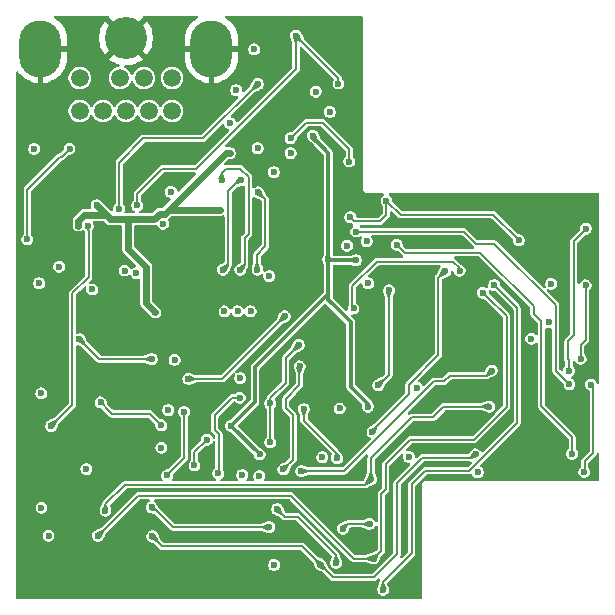
<source format=gbr>
%TF.GenerationSoftware,KiCad,Pcbnew,9.0.0*%
%TF.CreationDate,2025-11-21T22:56:44-08:00*%
%TF.ProjectId,MegaAV_Pro_VA0,4d656761-4156-45f5-9072-6f5f5641302e,rev?*%
%TF.SameCoordinates,Original*%
%TF.FileFunction,Copper,L4,Bot*%
%TF.FilePolarity,Positive*%
%FSLAX46Y46*%
G04 Gerber Fmt 4.6, Leading zero omitted, Abs format (unit mm)*
G04 Created by KiCad (PCBNEW 9.0.0) date 2025-11-21 22:56:44*
%MOMM*%
%LPD*%
G01*
G04 APERTURE LIST*
%TA.AperFunction,ComponentPad*%
%ADD10C,1.508000*%
%TD*%
%TA.AperFunction,ComponentPad*%
%ADD11O,3.556000X4.826000*%
%TD*%
%TA.AperFunction,ComponentPad*%
%ADD12C,3.556000*%
%TD*%
%TA.AperFunction,ViaPad*%
%ADD13C,0.600000*%
%TD*%
%TA.AperFunction,Conductor*%
%ADD14C,0.600000*%
%TD*%
%TA.AperFunction,Conductor*%
%ADD15C,0.200000*%
%TD*%
%TA.AperFunction,Conductor*%
%ADD16C,0.350000*%
%TD*%
G04 APERTURE END LIST*
D10*
%TO.P,CN1,1,B*%
%TO.N,/B-OUT*%
X180453000Y-99929200D03*
%TO.P,CN1,2,5V*%
%TO.N,+5V*%
X178421000Y-99929200D03*
%TO.P,CN1,3,G*%
%TO.N,/G-OUT*%
X182840600Y-99929200D03*
%TO.P,CN1,4,CVBS*%
%TO.N,/CV-OUT*%
X180884800Y-102723200D03*
%TO.P,CN1,5,SYNC*%
%TO.N,/CSync_OUT*%
X178929000Y-102723200D03*
%TO.P,CN1,6,MONO*%
%TO.N,/AUD-M*%
X175017400Y-99929200D03*
%TO.P,CN1,7,R*%
%TO.N,/R-OUT*%
X182840600Y-102723200D03*
%TO.P,CN1,8,SL*%
%TO.N,/AUD-L*%
X176973200Y-102723200D03*
%TO.P,CN1,9,SR*%
%TO.N,/AUD-R*%
X175017400Y-102723200D03*
D11*
%TO.P,CN1,S1,RTN*%
%TO.N,GND*%
X171690000Y-97440000D03*
D12*
%TO.P,CN1,S2,RTN*%
X178929000Y-96551000D03*
D11*
%TO.P,CN1,S3,RTN*%
X186168000Y-97440000D03*
%TD*%
D13*
%TO.N,+5V*%
X191465312Y-141155380D03*
X186889274Y-111095638D03*
X195550000Y-132025000D03*
X197025000Y-127900000D03*
X176462500Y-110687500D03*
X187730834Y-106277760D03*
X197650000Y-114125000D03*
X199425000Y-117300000D03*
X176075000Y-117825000D03*
X174903353Y-112417717D03*
X176784000Y-127390224D03*
X190217725Y-133631536D03*
X179733996Y-111883932D03*
X181923297Y-131231303D03*
X171575000Y-117300000D03*
X172375000Y-138675000D03*
X175578296Y-133039208D03*
X171749000Y-126625000D03*
X171775000Y-136300000D03*
X181426239Y-119759797D03*
X181923297Y-129331303D03*
%TO.N,/B-IN*%
X182414181Y-133561289D03*
X183855361Y-128181999D03*
%TO.N,GND*%
X177820000Y-117880000D03*
X170800000Y-124575000D03*
X213248398Y-125209746D03*
X192274286Y-132168631D03*
X202300000Y-125125000D03*
X202425000Y-110850000D03*
X192525000Y-101200000D03*
X204800000Y-127900000D03*
X194275000Y-135800000D03*
X209825000Y-130475000D03*
X201275000Y-138650000D03*
X197891919Y-100674356D03*
X200814519Y-127924030D03*
X177280000Y-104000000D03*
X196900000Y-120500000D03*
X201750000Y-142825000D03*
X192692823Y-142191116D03*
X201250000Y-136625000D03*
X176616729Y-112383001D03*
X193250000Y-138050000D03*
X173500000Y-138525000D03*
X196118602Y-101977998D03*
X188637443Y-122436086D03*
X192450000Y-130155000D03*
X182980984Y-124742600D03*
X178600000Y-124600000D03*
X199700000Y-124325000D03*
X194550000Y-117675000D03*
X190145620Y-143319483D03*
X170340000Y-116120000D03*
X197400000Y-113150000D03*
X187003511Y-124156265D03*
X189975000Y-112875000D03*
X200050000Y-117975000D03*
X185168079Y-101981654D03*
X183435489Y-108890691D03*
X190584584Y-136011170D03*
X174700000Y-110840000D03*
X170940000Y-127850000D03*
X209775000Y-126525000D03*
X197000000Y-125250000D03*
X176125000Y-125275000D03*
X204675000Y-110575000D03*
X175225691Y-96064718D03*
X213250000Y-120950000D03*
X178850000Y-122700000D03*
X176980000Y-109920000D03*
X173450000Y-123375000D03*
X217250000Y-125125000D03*
X206075000Y-120975000D03*
X180950000Y-125125000D03*
X172121779Y-112130665D03*
X190550000Y-137200000D03*
X199925000Y-135800000D03*
X199590016Y-126663051D03*
X187425000Y-121575000D03*
X190327482Y-120904253D03*
X176050000Y-120800000D03*
X198650000Y-120900000D03*
X177600000Y-138900000D03*
X171525000Y-122725000D03*
X193075000Y-127550000D03*
X206202509Y-118279022D03*
X198700000Y-139375000D03*
X179076057Y-109732146D03*
X182725570Y-126810847D03*
X197800000Y-116100000D03*
X172664979Y-109395377D03*
X197325000Y-142900000D03*
X202875000Y-114025000D03*
X182544235Y-121600010D03*
X209900000Y-133225000D03*
X212520237Y-115073602D03*
X203125000Y-141075000D03*
X181609574Y-110595272D03*
X179800618Y-136445143D03*
X205460938Y-129793538D03*
X202525000Y-138700000D03*
X173167032Y-113434738D03*
X199525000Y-143025000D03*
%TO.N,/PSG*%
X177190000Y-136570000D03*
X209700000Y-127750000D03*
X199675000Y-133875000D03*
%TO.N,/32X_L*%
X208538235Y-131788235D03*
X195400000Y-141130000D03*
X181160000Y-138720000D03*
%TO.N,/32X_R*%
X196725000Y-140975000D03*
X191725000Y-136425000D03*
X193775000Y-133200000D03*
X209903061Y-124692647D03*
%TO.N,/FM_R*%
X199550000Y-137680000D03*
X197300000Y-138075000D03*
%TO.N,/FM_L*%
X191050000Y-137950000D03*
X181109193Y-136259055D03*
%TO.N,/G-IN*%
X185789196Y-130539927D03*
X184725538Y-132731742D03*
%TO.N,/R-OUT*%
X189490000Y-119670000D03*
%TO.N,/G-OUT*%
X188390000Y-119670000D03*
%TO.N,/B-OUT*%
X187270000Y-119680000D03*
%TO.N,/R-IN*%
X188560124Y-126994306D03*
X186752677Y-133397464D03*
%TO.N,/CD_R*%
X209137588Y-118103133D03*
X176560000Y-138690000D03*
X199900000Y-140610000D03*
%TO.N,/CD_L*%
X210107778Y-117457777D03*
X200700000Y-143250000D03*
%TO.N,/AUD-R*%
X191050000Y-116700000D03*
%TO.N,/AUD-L*%
X190083128Y-105861117D03*
%TO.N,/AUD-M*%
X191452162Y-107886876D03*
%TO.N,Net-(C3-Pad2)*%
X194000000Y-127950000D03*
X196808477Y-132134756D03*
%TO.N,Net-(D1-A)*%
X181120000Y-123720000D03*
X174990000Y-122040000D03*
%TO.N,Net-(C16-Pad1)*%
X193637500Y-124330000D03*
X192250000Y-133070000D03*
%TO.N,Net-(C17-Pad1)*%
X191141997Y-130767131D03*
X193567500Y-122530000D03*
X191141997Y-127476399D03*
%TO.N,Net-(C18-Pad1)*%
X192370284Y-120094804D03*
X184212655Y-125402037D03*
%TO.N,Net-(SR3-Pin_1)*%
X213250000Y-122000000D03*
X203560949Y-126154897D03*
X200300000Y-125925000D03*
X201200000Y-117900000D03*
%TO.N,Net-(SL3-Pin_1)*%
X199798987Y-129904983D03*
X214725000Y-120625000D03*
X205942466Y-116284975D03*
%TO.N,Net-(C32-Pad1)*%
X190125000Y-109600000D03*
X190057916Y-116147141D03*
%TO.N,Net-(C33-Pad1)*%
X187050388Y-108557244D03*
X188605584Y-116148386D03*
%TO.N,Net-(C34-Pad1)*%
X188690000Y-108560000D03*
X187135815Y-116153369D03*
%TO.N,/SR*%
X207176301Y-116236499D03*
X214925000Y-117350000D03*
X198193456Y-119433016D03*
%TO.N,/SL*%
X212200000Y-113675000D03*
X200981953Y-110299000D03*
X197925000Y-111700000D03*
%TO.N,/V_REF*%
X190251297Y-131782674D03*
X194749649Y-104809198D03*
X199325000Y-113750000D03*
X198400000Y-115350000D03*
X196050000Y-115275000D03*
X187838566Y-129369943D03*
X199418545Y-127751195D03*
%TO.N,/HP_R*%
X189775000Y-97500000D03*
X208724265Y-133299265D03*
%TO.N,Net-(HPR_SL2-Pin_1)*%
X216698703Y-131742764D03*
X201875000Y-114050000D03*
X188250000Y-100950000D03*
%TO.N,Net-(HPL_SL2-Pin_1)*%
X198425000Y-112925000D03*
X192880834Y-106277760D03*
X216475000Y-125850000D03*
%TO.N,/HP_L*%
X202896046Y-132006824D03*
X196200000Y-102800000D03*
%TO.N,Net-(U8-LUM_OUT)*%
X196920000Y-100390000D03*
X179870000Y-110710000D03*
X193325000Y-96350000D03*
X182081007Y-112256394D03*
%TO.N,Net-(U8-CHROM_OUT)*%
X190100000Y-100425000D03*
X178350000Y-110990000D03*
X179800000Y-116440000D03*
%TO.N,Net-(U8-CVBS_OUT)*%
X178820000Y-116230000D03*
X171157773Y-105917981D03*
%TO.N,/CSync_OUT*%
X173270000Y-115900000D03*
%TO.N,Net-(D1-K)*%
X183050399Y-123791699D03*
X182506976Y-128044125D03*
%TO.N,Net-(MD1_PU1-A)*%
X188770563Y-133539101D03*
X188600816Y-125337580D03*
%TO.N,/REGION*%
X182741249Y-109570263D03*
X170569978Y-113573614D03*
X174150000Y-105910000D03*
%TO.N,/4xCLK*%
X172593296Y-129394208D03*
X175702673Y-112447633D03*
%TO.N,Net-(HPL_RES2-C)*%
X197825000Y-107000000D03*
X217875000Y-112675000D03*
X192880834Y-105007760D03*
X216437307Y-124711642D03*
%TO.N,Net-(HPR_RES2-C)*%
X187730834Y-103737760D03*
X217425000Y-123700000D03*
X217850000Y-117475000D03*
X195000000Y-101075000D03*
%TO.N,Net-(HPR_SL1-Pin_1)*%
X218293514Y-125885960D03*
X217729895Y-133270659D03*
%TD*%
D14*
%TO.N,+5V*%
X179082155Y-114360335D02*
X179082155Y-111889979D01*
X179733996Y-111883932D02*
X179727949Y-111889979D01*
X180624614Y-118958172D02*
X181426239Y-119759797D01*
D15*
X177568776Y-128175000D02*
X177575000Y-128175000D01*
X176784000Y-127390224D02*
X177568776Y-128175000D01*
D14*
X181305009Y-111895256D02*
X181770450Y-111429815D01*
X180624614Y-118039594D02*
X180624614Y-118958172D01*
X179727949Y-111889979D02*
X177609979Y-111889979D01*
X177609979Y-111889979D02*
X177600000Y-111880000D01*
X187730834Y-106277760D02*
X187364454Y-106277760D01*
X175399422Y-111498733D02*
X177218733Y-111498733D01*
X180014190Y-111883932D02*
X180025514Y-111895256D01*
X177218733Y-111498733D02*
X177600000Y-111880000D01*
X180624614Y-115902794D02*
X179082155Y-114360335D01*
X180624614Y-118039594D02*
X180624614Y-115902794D01*
X181770450Y-111429815D02*
X182212399Y-111429815D01*
X186889274Y-111095638D02*
X182546576Y-111095638D01*
X174903353Y-111994802D02*
X175399422Y-111498733D01*
D15*
X177575000Y-128175000D02*
X177774623Y-128374623D01*
D14*
X177600000Y-111825000D02*
X177600000Y-111880000D01*
D15*
X177774623Y-128374623D02*
X180966617Y-128374623D01*
X180966617Y-128374623D02*
X181923297Y-129331303D01*
D14*
X180025514Y-111895256D02*
X181305009Y-111895256D01*
D15*
X182546576Y-111095638D02*
X182212399Y-111429815D01*
D14*
X174903353Y-112417717D02*
X174903353Y-111994802D01*
X176462500Y-110687500D02*
X177600000Y-111825000D01*
X187364454Y-106277760D02*
X182212399Y-111429815D01*
X179733996Y-111883932D02*
X180014190Y-111883932D01*
D15*
%TO.N,/B-IN*%
X183855361Y-132120109D02*
X182414181Y-133561289D01*
X183855361Y-128181999D02*
X183855361Y-132120109D01*
%TO.N,GND*%
X187003511Y-121996489D02*
X187425000Y-121575000D01*
X187003511Y-124156265D02*
X187003511Y-121996489D01*
X181996811Y-126564955D02*
X181996811Y-126559485D01*
X181707322Y-126854444D02*
X181996811Y-126564955D01*
X181996811Y-126559485D02*
X183008149Y-125548147D01*
%TO.N,/PSG*%
X199675000Y-133875000D02*
X199675000Y-132097864D01*
X199675000Y-133875000D02*
X199175000Y-134375000D01*
X203108801Y-128664063D02*
X204895853Y-128664063D01*
X199675000Y-132097864D02*
X203108801Y-128664063D01*
X205800000Y-127750000D02*
X209700000Y-127750000D01*
X199775000Y-133975000D02*
X199775000Y-133775000D01*
X199675000Y-133875000D02*
X199775000Y-133975000D01*
X205800000Y-127759916D02*
X205800000Y-127750000D01*
X177190000Y-136020000D02*
X177190000Y-136570000D01*
X178835000Y-134375000D02*
X177190000Y-136020000D01*
X204895853Y-128664063D02*
X205800000Y-127759916D01*
X199175000Y-134375000D02*
X178835000Y-134375000D01*
%TO.N,/32X_L*%
X196470000Y-142200000D02*
X195400000Y-141130000D01*
X199925000Y-142200000D02*
X196470000Y-142200000D01*
X208251470Y-132075000D02*
X204025000Y-132075000D01*
X201876000Y-134224000D02*
X201876000Y-140249000D01*
X195400000Y-141130000D02*
X193845000Y-139575000D01*
X208538235Y-131788235D02*
X208251470Y-132075000D01*
X201876000Y-140249000D02*
X199925000Y-142200000D01*
X193845000Y-139575000D02*
X182015000Y-139575000D01*
X182015000Y-139575000D02*
X181160000Y-138720000D01*
X204025000Y-132075000D02*
X201876000Y-134224000D01*
%TO.N,/32X_R*%
X193475000Y-137075000D02*
X196725000Y-140325000D01*
X206351657Y-125125000D02*
X205885758Y-125590899D01*
X209903061Y-124692647D02*
X209470708Y-125125000D01*
X196725000Y-140325000D02*
X196725000Y-140975000D01*
X197390656Y-133200000D02*
X193775000Y-133200000D01*
X192375000Y-137075000D02*
X193475000Y-137075000D01*
X205885758Y-125590899D02*
X204999757Y-125590899D01*
X191725000Y-136425000D02*
X192375000Y-137075000D01*
X209470708Y-125125000D02*
X206351657Y-125125000D01*
X204999757Y-125590899D02*
X197390656Y-133200000D01*
%TO.N,/FM_R*%
X197695000Y-137680000D02*
X197300000Y-138075000D01*
X199550000Y-137680000D02*
X197695000Y-137680000D01*
%TO.N,/FM_L*%
X182900000Y-137950000D02*
X191050000Y-137950000D01*
X181288332Y-136519321D02*
X181469321Y-136519321D01*
X181285827Y-136516816D02*
X181288332Y-136519321D01*
X181109193Y-136259055D02*
X181285827Y-136435689D01*
X181285827Y-136435689D02*
X181285827Y-136516816D01*
X181469321Y-136519321D02*
X182900000Y-137950000D01*
%TO.N,/G-IN*%
X184717314Y-131572711D02*
X184717314Y-132723518D01*
X184717314Y-132723518D02*
X184725538Y-132731742D01*
X185750098Y-130539927D02*
X184717314Y-131572711D01*
X185789196Y-130539927D02*
X185750098Y-130539927D01*
%TO.N,/R-IN*%
X186446474Y-129713581D02*
X186446474Y-128495839D01*
X186446474Y-128495839D02*
X187948007Y-126994306D01*
X186752677Y-133397464D02*
X186602881Y-133247668D01*
X186803976Y-130071083D02*
X186446474Y-129713581D01*
X186602881Y-133247668D02*
X186803976Y-133247668D01*
X187948007Y-126994306D02*
X188560124Y-126994306D01*
X186803976Y-133247668D02*
X186803976Y-130071083D01*
%TO.N,/CD_R*%
X208386666Y-130538334D02*
X211150000Y-127775000D01*
X200550000Y-139960000D02*
X200550000Y-135123735D01*
X211150000Y-127775000D02*
X211150000Y-120100000D01*
X200910234Y-132632452D02*
X203004352Y-130538334D01*
X211150000Y-120100000D02*
X209524013Y-118474012D01*
X179975000Y-135275000D02*
X176560000Y-138690000D01*
X192900057Y-135275000D02*
X179975000Y-135275000D01*
X209508467Y-118474012D02*
X209524013Y-118474012D01*
X199900000Y-140610000D02*
X200550000Y-139960000D01*
X199900000Y-140610000D02*
X198235057Y-140610000D01*
X209137588Y-118103133D02*
X209508467Y-118474012D01*
X198235057Y-140610000D02*
X192900057Y-135275000D01*
X203004352Y-130538334D02*
X208386666Y-130538334D01*
X200910234Y-134763501D02*
X200910234Y-132632452D01*
X200550000Y-135123735D02*
X200910234Y-134763501D01*
%TO.N,/CD_L*%
X212050000Y-119400000D02*
X212050000Y-129125000D01*
X203125000Y-134300000D02*
X203125000Y-140175000D01*
X204250000Y-133175000D02*
X203125000Y-134300000D01*
X200700000Y-142600000D02*
X200700000Y-143250000D01*
X208000000Y-133175000D02*
X204250000Y-133175000D01*
X203125000Y-140175000D02*
X200700000Y-142600000D01*
X212050000Y-129125000D02*
X208000000Y-133175000D01*
X210107778Y-117457777D02*
X212050000Y-119400000D01*
%TO.N,Net-(C3-Pad2)*%
X196808477Y-132134756D02*
X196808477Y-131733477D01*
X194000000Y-128925000D02*
X194000000Y-127950000D01*
X196808477Y-131733477D02*
X194000000Y-128925000D01*
%TO.N,Net-(D1-A)*%
X181120000Y-123720000D02*
X176670000Y-123720000D01*
X176670000Y-123720000D02*
X174990000Y-122040000D01*
%TO.N,Net-(C16-Pad1)*%
X193637500Y-124330000D02*
X193610000Y-124357500D01*
X192466728Y-127861149D02*
X193075188Y-128469609D01*
X193610000Y-124357500D02*
X193610000Y-125940000D01*
X193075188Y-128469609D02*
X193075188Y-132244812D01*
X193075188Y-132244812D02*
X192250000Y-133070000D01*
X193610000Y-125940000D02*
X192466728Y-127083272D01*
X192466728Y-127083272D02*
X192466728Y-127861149D01*
%TO.N,Net-(C17-Pad1)*%
X193567500Y-122530000D02*
X193568750Y-122531250D01*
X192450000Y-123650000D02*
X192450000Y-125710763D01*
X191141997Y-130767131D02*
X191141997Y-127476399D01*
X191141997Y-127018766D02*
X191141997Y-127476399D01*
X193568750Y-122531250D02*
X192450000Y-123650000D01*
X192450000Y-125710763D02*
X191141997Y-127018766D01*
%TO.N,Net-(C18-Pad1)*%
X192199323Y-120280660D02*
X187077946Y-125402037D01*
X192370284Y-120094804D02*
X192370284Y-120187214D01*
X187077946Y-125402037D02*
X184212655Y-125402037D01*
%TO.N,Net-(SR3-Pin_1)*%
X200325000Y-125925000D02*
X201200000Y-125050000D01*
X201200000Y-125050000D02*
X201200000Y-117900000D01*
X200300000Y-125925000D02*
X200325000Y-125925000D01*
%TO.N,Net-(SL3-Pin_1)*%
X199798987Y-129904983D02*
X199798987Y-129788396D01*
X202879334Y-126708049D02*
X202879334Y-125895666D01*
X199798987Y-129788396D02*
X202879334Y-126708049D01*
X205375000Y-116825000D02*
X205950000Y-116250000D01*
X205375000Y-123400000D02*
X205375000Y-116825000D01*
X202879334Y-125895666D02*
X205375000Y-123400000D01*
%TO.N,Net-(C32-Pad1)*%
X190725000Y-110200000D02*
X190125000Y-109600000D01*
X190019824Y-116109049D02*
X190019824Y-114890176D01*
X190019824Y-114890176D02*
X190725000Y-114185000D01*
X190057916Y-116147141D02*
X190019824Y-116109049D01*
X190725000Y-114185000D02*
X190725000Y-110200000D01*
%TO.N,Net-(C33-Pad1)*%
X187050388Y-107929477D02*
X187379865Y-107600000D01*
X188985000Y-115325000D02*
X188990000Y-115330000D01*
X188990000Y-115763970D02*
X188605584Y-116148386D01*
X189325000Y-113115000D02*
X188985000Y-113455000D01*
X187379865Y-107600000D02*
X188600000Y-107600000D01*
X189325000Y-108325000D02*
X189325000Y-113115000D01*
X188600000Y-107600000D02*
X189325000Y-108325000D01*
X188985000Y-113455000D02*
X188985000Y-115325000D01*
X187050388Y-108557244D02*
X187050388Y-107929477D01*
X188990000Y-115330000D02*
X188990000Y-115763970D01*
%TO.N,Net-(C34-Pad1)*%
X188490000Y-108560000D02*
X188690000Y-108560000D01*
X187575000Y-115700000D02*
X187575000Y-109475000D01*
X187135815Y-116139185D02*
X187575000Y-115700000D01*
X187135815Y-116153369D02*
X187135815Y-116139185D01*
X187575000Y-109475000D02*
X188490000Y-108560000D01*
%TO.N,/SR*%
X200161847Y-115463153D02*
X206594762Y-115463153D01*
X198075000Y-117550000D02*
X200161847Y-115463153D01*
X198075000Y-119314560D02*
X198075000Y-117550000D01*
X207176301Y-116044692D02*
X207176301Y-116236499D01*
X198193456Y-119433016D02*
X198075000Y-119314560D01*
X206594762Y-115463153D02*
X207176301Y-116044692D01*
%TO.N,/SL*%
X200450000Y-112050000D02*
X198275000Y-112050000D01*
X200981953Y-110299000D02*
X200981953Y-111518047D01*
X202182953Y-111500000D02*
X210025000Y-111500000D01*
X200981953Y-110299000D02*
X202182953Y-111500000D01*
X198275000Y-112050000D02*
X197925000Y-111700000D01*
X200981953Y-111518047D02*
X200450000Y-112050000D01*
X210025000Y-111500000D02*
X212200000Y-113675000D01*
D16*
%TO.N,/V_REF*%
X195543949Y-118734478D02*
X195543949Y-118736594D01*
D15*
X190251297Y-131562083D02*
X190251297Y-131782674D01*
D16*
X189851010Y-127355638D02*
X188252783Y-128953865D01*
X196452899Y-119096890D02*
X196050000Y-118693991D01*
X194749649Y-104949649D02*
X196050000Y-106250000D01*
X195543949Y-118736594D02*
X189851010Y-124429533D01*
X196125000Y-115350000D02*
X196050000Y-115275000D01*
X196050000Y-118228427D02*
X195543949Y-118734478D01*
X197974000Y-120617991D02*
X196452899Y-119096890D01*
X199418545Y-127518545D02*
X197974000Y-126074000D01*
X198400000Y-115350000D02*
X196125000Y-115350000D01*
X189851010Y-124429533D02*
X189851010Y-127355638D01*
X194749649Y-104809198D02*
X194749649Y-104949649D01*
X199418545Y-127751195D02*
X199418545Y-127518545D01*
X196050000Y-118693991D02*
X196050000Y-115275000D01*
X197974000Y-126074000D02*
X197974000Y-120617991D01*
X187838566Y-129369943D02*
X190251297Y-131782674D01*
X188252783Y-128955726D02*
X187838566Y-129369943D01*
X188252783Y-128953865D02*
X188252783Y-128955726D01*
D15*
X190251297Y-131782674D02*
X190257970Y-131776001D01*
D16*
X196050000Y-106250000D02*
X196050000Y-115275000D01*
D15*
%TO.N,Net-(HPR_SL2-Pin_1)*%
X213450000Y-119875000D02*
X213450000Y-119250000D01*
X216704793Y-130329793D02*
X214101000Y-127726000D01*
X216704793Y-131736674D02*
X216704793Y-130329793D01*
X214101000Y-120526000D02*
X213450000Y-119875000D01*
X216698703Y-131742764D02*
X216704793Y-131736674D01*
X202526000Y-114701000D02*
X201875000Y-114050000D01*
X214101000Y-127726000D02*
X214101000Y-120526000D01*
X208901000Y-114701000D02*
X202526000Y-114701000D01*
X213450000Y-119250000D02*
X208901000Y-114701000D01*
%TO.N,Net-(HPL_SL2-Pin_1)*%
X207525057Y-112925000D02*
X198425000Y-112925000D01*
X210125000Y-113975000D02*
X208575057Y-113975000D01*
X215325000Y-124700000D02*
X215325000Y-119175000D01*
X208575057Y-113975000D02*
X207525057Y-112925000D01*
X215325000Y-119175000D02*
X210125000Y-113975000D01*
X216475000Y-125850000D02*
X215325000Y-124700000D01*
%TO.N,Net-(U8-LUM_OUT)*%
X184895000Y-107605000D02*
X185650000Y-106850000D01*
X196920000Y-100390000D02*
X196920000Y-99945000D01*
X179870000Y-109740000D02*
X182005000Y-107605000D01*
X185650000Y-106850000D02*
X193325000Y-99175000D01*
X196920000Y-99945000D02*
X193325000Y-96350000D01*
X179870000Y-110710000D02*
X179870000Y-109740000D01*
X182005000Y-107605000D02*
X184895000Y-107605000D01*
X193325000Y-99175000D02*
X193325000Y-96350000D01*
%TO.N,Net-(U8-CHROM_OUT)*%
X180410000Y-105030000D02*
X185470000Y-105030000D01*
X185470000Y-105030000D02*
X190100000Y-100400000D01*
X178350000Y-110990000D02*
X178350000Y-107090000D01*
X178350000Y-107090000D02*
X180410000Y-105030000D01*
%TO.N,/REGION*%
X173347637Y-106587604D02*
X170569978Y-109365263D01*
X173472396Y-106587604D02*
X173347637Y-106587604D01*
X174150000Y-105910000D02*
X173472396Y-106587604D01*
X170569978Y-109365263D02*
X170569978Y-113573614D01*
%TO.N,/4xCLK*%
X174389000Y-127580533D02*
X172593296Y-129376237D01*
X175702673Y-112760816D02*
X175790000Y-112848143D01*
X174389000Y-118161000D02*
X174389000Y-127580533D01*
X175790000Y-116760000D02*
X174389000Y-118161000D01*
X175790000Y-112848143D02*
X175790000Y-116760000D01*
X175702673Y-112447633D02*
X175702673Y-112760816D01*
X172593296Y-129376237D02*
X172593296Y-129394208D01*
%TO.N,Net-(HPL_RES2-C)*%
X195575000Y-103700000D02*
X197825000Y-105950000D01*
X216350000Y-122225000D02*
X216850000Y-121725000D01*
X216437307Y-123837307D02*
X216350000Y-123750000D01*
X194188594Y-103700000D02*
X195575000Y-103700000D01*
X216850000Y-113700000D02*
X217875000Y-112675000D01*
X216350000Y-123750000D02*
X216350000Y-122225000D01*
X216850000Y-121725000D02*
X216850000Y-113700000D01*
X197825000Y-105950000D02*
X197825000Y-107000000D01*
X192880834Y-105007760D02*
X194188594Y-103700000D01*
X216437307Y-124711642D02*
X216437307Y-123837307D01*
%TO.N,Net-(HPR_RES2-C)*%
X217425000Y-123700000D02*
X217425000Y-122500000D01*
X217425000Y-122500000D02*
X217850000Y-122075000D01*
X217850000Y-122075000D02*
X217850000Y-117475000D01*
%TO.N,Net-(HPR_SL1-Pin_1)*%
X218498099Y-131650758D02*
X218498099Y-126090545D01*
X217758232Y-133242322D02*
X217758232Y-132390625D01*
X217729895Y-133270659D02*
X217758232Y-133242322D01*
X218498099Y-126090545D02*
X218293514Y-125885960D01*
X217758232Y-132390625D02*
X218498099Y-131650758D01*
%TD*%
%TA.AperFunction,Conductor*%
%TO.N,Net-(C33-Pad1)*%
G36*
X187150458Y-107966435D02*
G01*
X187153184Y-107970720D01*
X187339996Y-108485953D01*
X187339595Y-108494899D01*
X187332985Y-108500940D01*
X187331317Y-108501409D01*
X187052708Y-108557774D01*
X187048068Y-108557774D01*
X186769458Y-108501409D01*
X186762029Y-108496409D01*
X186760310Y-108487621D01*
X186760775Y-108485964D01*
X186947592Y-107970720D01*
X186953633Y-107964110D01*
X186958591Y-107963008D01*
X187142185Y-107963008D01*
X187150458Y-107966435D01*
G37*
%TD.AperFunction*%
%TD*%
%TA.AperFunction,Conductor*%
%TO.N,Net-(C3-Pad2)*%
G36*
X194280930Y-128005835D02*
G01*
X194288358Y-128010834D01*
X194290077Y-128019622D01*
X194289608Y-128021290D01*
X194102796Y-128536524D01*
X194096755Y-128543134D01*
X194091797Y-128544236D01*
X193908203Y-128544236D01*
X193899930Y-128540809D01*
X193897204Y-128536524D01*
X193849544Y-128405078D01*
X193710391Y-128021288D01*
X193710792Y-128012344D01*
X193717402Y-128006303D01*
X193719056Y-128005837D01*
X193997682Y-127949469D01*
X194002318Y-127949469D01*
X194280930Y-128005835D01*
G37*
%TD.AperFunction*%
%TD*%
%TA.AperFunction,Conductor*%
%TO.N,/32X_L*%
G36*
X195057949Y-140642576D02*
G01*
X195368713Y-140787953D01*
X195554373Y-140874806D01*
X195560414Y-140881416D01*
X195560013Y-140890362D01*
X195559164Y-140891872D01*
X195402015Y-141128734D01*
X195398734Y-141132015D01*
X195161872Y-141289164D01*
X195153084Y-141290883D01*
X195145655Y-141285883D01*
X195144806Y-141284373D01*
X195071997Y-141128734D01*
X194912576Y-140787951D01*
X194912176Y-140779007D01*
X194914900Y-140774724D01*
X195044723Y-140644901D01*
X195052995Y-140641475D01*
X195057949Y-140642576D01*
G37*
%TD.AperFunction*%
%TD*%
%TA.AperFunction,Conductor*%
%TO.N,/CD_R*%
G36*
X199837655Y-140320792D02*
G01*
X199843696Y-140327402D01*
X199844165Y-140329070D01*
X199900530Y-140607680D01*
X199900530Y-140612320D01*
X199844165Y-140890929D01*
X199839165Y-140898358D01*
X199830377Y-140900077D01*
X199828709Y-140899608D01*
X199313476Y-140712796D01*
X199306866Y-140706755D01*
X199305764Y-140701797D01*
X199305764Y-140518202D01*
X199309191Y-140509929D01*
X199313473Y-140507204D01*
X199828711Y-140320391D01*
X199837655Y-140320792D01*
G37*
%TD.AperFunction*%
%TD*%
%TA.AperFunction,Conductor*%
%TO.N,Net-(C17-Pad1)*%
G36*
X193327864Y-122369993D02*
G01*
X193329398Y-122370852D01*
X193561633Y-122524931D01*
X193566234Y-122527984D01*
X193569515Y-122531265D01*
X193726687Y-122768161D01*
X193728406Y-122776949D01*
X193723406Y-122784378D01*
X193721927Y-122785212D01*
X193226716Y-123018639D01*
X193217771Y-123019067D01*
X193213454Y-123016329D01*
X193083634Y-122886509D01*
X193080207Y-122878236D01*
X193081294Y-122873312D01*
X193312326Y-122375676D01*
X193318917Y-122369617D01*
X193327864Y-122369993D01*
G37*
%TD.AperFunction*%
%TD*%
%TA.AperFunction,Conductor*%
%TO.N,/32X_R*%
G36*
X196825070Y-140384191D02*
G01*
X196827796Y-140388476D01*
X197014608Y-140903709D01*
X197014207Y-140912655D01*
X197007597Y-140918696D01*
X197005929Y-140919165D01*
X196727320Y-140975530D01*
X196722680Y-140975530D01*
X196444070Y-140919165D01*
X196436641Y-140914165D01*
X196434922Y-140905377D01*
X196435387Y-140903720D01*
X196622204Y-140388476D01*
X196628245Y-140381866D01*
X196633203Y-140380764D01*
X196816797Y-140380764D01*
X196825070Y-140384191D01*
G37*
%TD.AperFunction*%
%TD*%
%TA.AperFunction,Conductor*%
%TO.N,/CD_L*%
G36*
X200800070Y-142659191D02*
G01*
X200802796Y-142663476D01*
X200989608Y-143178709D01*
X200989207Y-143187655D01*
X200982597Y-143193696D01*
X200980929Y-143194165D01*
X200702320Y-143250530D01*
X200697680Y-143250530D01*
X200419070Y-143194165D01*
X200411641Y-143189165D01*
X200409922Y-143180377D01*
X200410387Y-143178720D01*
X200597204Y-142663476D01*
X200603245Y-142656866D01*
X200608203Y-142655764D01*
X200791797Y-142655764D01*
X200800070Y-142659191D01*
G37*
%TD.AperFunction*%
%TD*%
%TA.AperFunction,Conductor*%
%TO.N,Net-(C34-Pad1)*%
G36*
X187484103Y-115661282D02*
G01*
X187613921Y-115791100D01*
X187617348Y-115799373D01*
X187616326Y-115804156D01*
X187390898Y-116307442D01*
X187384388Y-116313591D01*
X187375437Y-116313337D01*
X187373756Y-116312410D01*
X187236677Y-116221463D01*
X187137080Y-116155384D01*
X187133799Y-116152103D01*
X186976524Y-115915052D01*
X186974805Y-115906264D01*
X186979805Y-115898835D01*
X186981129Y-115898076D01*
X187470700Y-115659040D01*
X187479634Y-115658491D01*
X187484103Y-115661282D01*
G37*
%TD.AperFunction*%
%TD*%
%TA.AperFunction,Conductor*%
%TO.N,/4xCLK*%
G36*
X172939719Y-128900255D02*
G01*
X173069535Y-129030071D01*
X173072962Y-129038344D01*
X173071961Y-129043080D01*
X172848349Y-129548200D01*
X172841866Y-129554378D01*
X172832914Y-129554163D01*
X172831182Y-129553213D01*
X172823626Y-129548200D01*
X172718523Y-129478467D01*
X172594561Y-129396223D01*
X172591280Y-129392942D01*
X172433972Y-129155841D01*
X172432253Y-129147053D01*
X172437253Y-129139624D01*
X172438532Y-129138887D01*
X172926269Y-128898036D01*
X172935201Y-128897447D01*
X172939719Y-128900255D01*
G37*
%TD.AperFunction*%
%TD*%
%TA.AperFunction,Conductor*%
%TO.N,Net-(SL3-Pin_1)*%
G36*
X200089866Y-129369494D02*
G01*
X200219718Y-129499346D01*
X200223145Y-129507619D01*
X200222694Y-129510836D01*
X200096177Y-129953178D01*
X200090607Y-129960190D01*
X200082677Y-129961442D01*
X199803075Y-129906630D01*
X199795617Y-129901677D01*
X199638847Y-129665387D01*
X199637129Y-129656600D01*
X199642129Y-129649171D01*
X199642174Y-129649140D01*
X200075222Y-129367953D01*
X200084026Y-129366323D01*
X200089866Y-129369494D01*
G37*
%TD.AperFunction*%
%TD*%
%TA.AperFunction,Conductor*%
%TO.N,/32X_R*%
G36*
X191979344Y-136269116D02*
G01*
X191980193Y-136270626D01*
X192052080Y-136424293D01*
X192171791Y-136680193D01*
X192212422Y-136767046D01*
X192212823Y-136775992D01*
X192210097Y-136780277D01*
X192080277Y-136910097D01*
X192072004Y-136913524D01*
X192067047Y-136912422D01*
X191916428Y-136841961D01*
X191570626Y-136680193D01*
X191564585Y-136673583D01*
X191564986Y-136664637D01*
X191565835Y-136663127D01*
X191722985Y-136426263D01*
X191726263Y-136422985D01*
X191963127Y-136265834D01*
X191971915Y-136264116D01*
X191979344Y-136269116D01*
G37*
%TD.AperFunction*%
%TD*%
%TA.AperFunction,Conductor*%
%TO.N,/FM_L*%
G36*
X181401794Y-136204345D02*
G01*
X181406491Y-136210695D01*
X181468824Y-136417670D01*
X181469321Y-136421044D01*
X181469321Y-136605631D01*
X181465894Y-136613904D01*
X181457621Y-136617331D01*
X181455798Y-136617188D01*
X181062654Y-136555181D01*
X181055016Y-136550507D01*
X181052920Y-136541801D01*
X181052985Y-136541426D01*
X181106686Y-136266758D01*
X181111637Y-136259298D01*
X181115892Y-136257528D01*
X181393015Y-136202592D01*
X181401794Y-136204345D01*
G37*
%TD.AperFunction*%
%TD*%
%TA.AperFunction,Conductor*%
%TO.N,Net-(C16-Pad1)*%
G36*
X192605277Y-132584902D02*
G01*
X192735097Y-132714722D01*
X192738524Y-132722995D01*
X192737422Y-132727953D01*
X192505193Y-133224373D01*
X192498583Y-133230414D01*
X192489637Y-133230013D01*
X192488127Y-133229164D01*
X192251265Y-133072015D01*
X192247984Y-133068734D01*
X192090835Y-132831872D01*
X192089116Y-132823084D01*
X192094116Y-132815655D01*
X192095621Y-132814808D01*
X192592048Y-132582576D01*
X192600992Y-132582176D01*
X192605277Y-132584902D01*
G37*
%TD.AperFunction*%
%TD*%
%TA.AperFunction,Conductor*%
%TO.N,Net-(SR3-Pin_1)*%
G36*
X201480930Y-117955835D02*
G01*
X201488358Y-117960834D01*
X201490077Y-117969622D01*
X201489608Y-117971290D01*
X201302796Y-118486524D01*
X201296755Y-118493134D01*
X201291797Y-118494236D01*
X201108203Y-118494236D01*
X201099930Y-118490809D01*
X201097204Y-118486524D01*
X201049544Y-118355078D01*
X200910391Y-117971288D01*
X200910792Y-117962344D01*
X200917402Y-117956303D01*
X200919056Y-117955837D01*
X201197682Y-117899469D01*
X201202318Y-117899469D01*
X201480930Y-117955835D01*
G37*
%TD.AperFunction*%
%TD*%
%TA.AperFunction,Conductor*%
%TO.N,Net-(C33-Pad1)*%
G36*
X189081226Y-115716808D02*
G01*
X189084653Y-115725081D01*
X189083870Y-115729288D01*
X188903349Y-116197753D01*
X188897177Y-116204241D01*
X188890187Y-116205029D01*
X188613289Y-116150892D01*
X188605827Y-116145941D01*
X188604057Y-116141684D01*
X188548929Y-115863593D01*
X188550682Y-115854812D01*
X188555962Y-115850494D01*
X188887866Y-115714257D01*
X188892309Y-115713381D01*
X189072953Y-115713381D01*
X189081226Y-115716808D01*
G37*
%TD.AperFunction*%
%TD*%
%TA.AperFunction,Conductor*%
%TO.N,Net-(SL3-Pin_1)*%
G36*
X205702804Y-116124885D02*
G01*
X205703970Y-116125566D01*
X205929897Y-116275460D01*
X205941200Y-116282959D01*
X205944481Y-116286240D01*
X206101386Y-116522734D01*
X206103105Y-116531522D01*
X206098105Y-116538951D01*
X206096257Y-116539951D01*
X205586553Y-116759021D01*
X205577599Y-116759140D01*
X205573660Y-116756545D01*
X205443849Y-116626734D01*
X205440422Y-116618461D01*
X205441688Y-116613167D01*
X205687075Y-116130017D01*
X205693876Y-116124194D01*
X205702804Y-116124885D01*
G37*
%TD.AperFunction*%
%TD*%
%TA.AperFunction,Conductor*%
%TO.N,Net-(C32-Pad1)*%
G36*
X190120452Y-115556332D02*
G01*
X190122894Y-115559905D01*
X190303429Y-115971515D01*
X190303613Y-115980468D01*
X190299241Y-115985925D01*
X190061973Y-116145413D01*
X190053195Y-116147184D01*
X190053126Y-116147171D01*
X189776154Y-116091137D01*
X189768725Y-116086137D01*
X189767006Y-116077349D01*
X189767241Y-116076395D01*
X189917368Y-115561331D01*
X189922973Y-115554347D01*
X189928601Y-115552905D01*
X190112179Y-115552905D01*
X190120452Y-115556332D01*
G37*
%TD.AperFunction*%
%TD*%
%TA.AperFunction,Conductor*%
%TO.N,/PSG*%
G36*
X209637655Y-127460792D02*
G01*
X209643696Y-127467402D01*
X209644165Y-127469070D01*
X209700530Y-127747680D01*
X209700530Y-127752320D01*
X209644165Y-128030929D01*
X209639165Y-128038358D01*
X209630377Y-128040077D01*
X209628709Y-128039608D01*
X209113476Y-127852796D01*
X209106866Y-127846755D01*
X209105764Y-127841797D01*
X209105764Y-127658202D01*
X209109191Y-127649929D01*
X209113473Y-127647204D01*
X209628711Y-127460391D01*
X209637655Y-127460792D01*
G37*
%TD.AperFunction*%
%TD*%
%TA.AperFunction,Conductor*%
%TO.N,/32X_R*%
G36*
X193846282Y-132910389D02*
G01*
X194361525Y-133097204D01*
X194368134Y-133103244D01*
X194369236Y-133108202D01*
X194369236Y-133291797D01*
X194365809Y-133300070D01*
X194361524Y-133302796D01*
X193846290Y-133489608D01*
X193837344Y-133489207D01*
X193831303Y-133482597D01*
X193830837Y-133480939D01*
X193774469Y-133202318D01*
X193774469Y-133197680D01*
X193830835Y-132919067D01*
X193835834Y-132911641D01*
X193844622Y-132909922D01*
X193846282Y-132910389D01*
G37*
%TD.AperFunction*%
%TD*%
%TA.AperFunction,Conductor*%
%TO.N,Net-(C34-Pad1)*%
G36*
X188449426Y-108399212D02*
G01*
X188686634Y-108556591D01*
X188691633Y-108564017D01*
X188691646Y-108564087D01*
X188691647Y-108564088D01*
X188746172Y-108842225D01*
X188744401Y-108851003D01*
X188736942Y-108855957D01*
X188736422Y-108856047D01*
X188270635Y-108925746D01*
X188261946Y-108923581D01*
X188260631Y-108922448D01*
X188130828Y-108792645D01*
X188127401Y-108784372D01*
X188130006Y-108777012D01*
X188433864Y-108401599D01*
X188441732Y-108397325D01*
X188449426Y-108399212D01*
G37*
%TD.AperFunction*%
%TD*%
%TA.AperFunction,Conductor*%
%TO.N,Net-(D1-A)*%
G36*
X175244344Y-121884116D02*
G01*
X175245193Y-121885626D01*
X175317080Y-122039293D01*
X175436791Y-122295193D01*
X175477422Y-122382046D01*
X175477823Y-122390992D01*
X175475097Y-122395277D01*
X175345277Y-122525097D01*
X175337004Y-122528524D01*
X175332047Y-122527422D01*
X175181428Y-122456961D01*
X174835626Y-122295193D01*
X174829585Y-122288583D01*
X174829986Y-122279637D01*
X174830835Y-122278127D01*
X174987985Y-122041263D01*
X174991263Y-122037985D01*
X175228127Y-121880834D01*
X175236915Y-121879116D01*
X175244344Y-121884116D01*
G37*
%TD.AperFunction*%
%TD*%
%TA.AperFunction,Conductor*%
%TO.N,Net-(U8-LUM_OUT)*%
G36*
X193579344Y-96194116D02*
G01*
X193580193Y-96195626D01*
X193652080Y-96349293D01*
X193771791Y-96605193D01*
X193812422Y-96692046D01*
X193812823Y-96700992D01*
X193810097Y-96705277D01*
X193680277Y-96835097D01*
X193672004Y-96838524D01*
X193667047Y-96837422D01*
X193516428Y-96766961D01*
X193170626Y-96605193D01*
X193164585Y-96598583D01*
X193164986Y-96589637D01*
X193165835Y-96588127D01*
X193322985Y-96351263D01*
X193326263Y-96347985D01*
X193563127Y-96190834D01*
X193571915Y-96189116D01*
X193579344Y-96194116D01*
G37*
%TD.AperFunction*%
%TD*%
%TA.AperFunction,Conductor*%
%TO.N,Net-(C3-Pad2)*%
G36*
X196749521Y-131536097D02*
G01*
X196750772Y-131537575D01*
X196841896Y-131665298D01*
X197050934Y-131958296D01*
X197052950Y-131967020D01*
X197048205Y-131974614D01*
X197047942Y-131974797D01*
X196813233Y-132132737D01*
X196804456Y-132134513D01*
X196804397Y-132134501D01*
X196525848Y-132078560D01*
X196518412Y-132073571D01*
X196516681Y-132064785D01*
X196516687Y-132064753D01*
X196600604Y-131671129D01*
X196603772Y-131665300D01*
X196732976Y-131536096D01*
X196741248Y-131532670D01*
X196749521Y-131536097D01*
G37*
%TD.AperFunction*%
%TD*%
%TA.AperFunction,Conductor*%
%TO.N,/32X_L*%
G36*
X195654344Y-140974116D02*
G01*
X195655193Y-140975626D01*
X195727080Y-141129293D01*
X195846791Y-141385193D01*
X195887422Y-141472046D01*
X195887823Y-141480992D01*
X195885097Y-141485277D01*
X195755277Y-141615097D01*
X195747004Y-141618524D01*
X195742047Y-141617422D01*
X195591428Y-141546961D01*
X195245626Y-141385193D01*
X195239585Y-141378583D01*
X195239986Y-141369637D01*
X195240835Y-141368127D01*
X195397985Y-141131263D01*
X195401263Y-141127985D01*
X195638127Y-140970834D01*
X195646915Y-140969116D01*
X195654344Y-140974116D01*
G37*
%TD.AperFunction*%
%TD*%
%TA.AperFunction,Conductor*%
%TO.N,/32X_L*%
G36*
X181414344Y-138564116D02*
G01*
X181415193Y-138565626D01*
X181487080Y-138719293D01*
X181606791Y-138975193D01*
X181647422Y-139062046D01*
X181647823Y-139070992D01*
X181645097Y-139075277D01*
X181515277Y-139205097D01*
X181507004Y-139208524D01*
X181502047Y-139207422D01*
X181351428Y-139136961D01*
X181005626Y-138975193D01*
X180999585Y-138968583D01*
X180999986Y-138959637D01*
X181000835Y-138958127D01*
X181157985Y-138721263D01*
X181161263Y-138717985D01*
X181398127Y-138560834D01*
X181406915Y-138559116D01*
X181414344Y-138564116D01*
G37*
%TD.AperFunction*%
%TD*%
%TA.AperFunction,Conductor*%
%TO.N,Net-(C18-Pad1)*%
G36*
X184283937Y-125112426D02*
G01*
X184799180Y-125299241D01*
X184805789Y-125305281D01*
X184806891Y-125310239D01*
X184806891Y-125493834D01*
X184803464Y-125502107D01*
X184799179Y-125504833D01*
X184283945Y-125691645D01*
X184274999Y-125691244D01*
X184268958Y-125684634D01*
X184268492Y-125682976D01*
X184212124Y-125404355D01*
X184212124Y-125399717D01*
X184268490Y-125121104D01*
X184273489Y-125113678D01*
X184282277Y-125111959D01*
X184283937Y-125112426D01*
G37*
%TD.AperFunction*%
%TD*%
%TA.AperFunction,Conductor*%
%TO.N,Net-(C32-Pad1)*%
G36*
X190379344Y-109444116D02*
G01*
X190380193Y-109445626D01*
X190452080Y-109599293D01*
X190571791Y-109855193D01*
X190612422Y-109942046D01*
X190612823Y-109950992D01*
X190610097Y-109955277D01*
X190480277Y-110085097D01*
X190472004Y-110088524D01*
X190467047Y-110087422D01*
X190316428Y-110016961D01*
X189970626Y-109855193D01*
X189964585Y-109848583D01*
X189964986Y-109839637D01*
X189965835Y-109838127D01*
X190122985Y-109601263D01*
X190126263Y-109597985D01*
X190363127Y-109440834D01*
X190371915Y-109439116D01*
X190379344Y-109444116D01*
G37*
%TD.AperFunction*%
%TD*%
%TA.AperFunction,Conductor*%
%TO.N,/V_REF*%
G36*
X195043193Y-104754298D02*
G01*
X195047509Y-104759613D01*
X195208494Y-105156736D01*
X195208426Y-105165690D01*
X195205924Y-105169404D01*
X194971883Y-105403445D01*
X194963610Y-105406872D01*
X194955660Y-105403757D01*
X194590278Y-105065399D01*
X194586537Y-105057263D01*
X194588478Y-105050348D01*
X194746241Y-104812561D01*
X194753664Y-104807565D01*
X195034416Y-104752527D01*
X195043193Y-104754298D01*
G37*
%TD.AperFunction*%
%TD*%
%TA.AperFunction,Conductor*%
%TO.N,Net-(C18-Pad1)*%
G36*
X192130661Y-119934838D02*
G01*
X192132355Y-119935771D01*
X192369018Y-120092788D01*
X192372299Y-120096069D01*
X192529580Y-120333130D01*
X192531299Y-120341918D01*
X192526299Y-120349347D01*
X192524973Y-120350107D01*
X192035760Y-120589477D01*
X192026823Y-120590035D01*
X192022345Y-120587241D01*
X191892527Y-120457423D01*
X191889100Y-120449150D01*
X191890116Y-120444381D01*
X192115206Y-119940744D01*
X192121710Y-119934591D01*
X192130661Y-119934838D01*
G37*
%TD.AperFunction*%
%TD*%
%TA.AperFunction,Conductor*%
%TO.N,/CD_R*%
G36*
X200255277Y-140124902D02*
G01*
X200385097Y-140254722D01*
X200388524Y-140262995D01*
X200387422Y-140267953D01*
X200155193Y-140764373D01*
X200148583Y-140770414D01*
X200139637Y-140770013D01*
X200138127Y-140769164D01*
X199901265Y-140612015D01*
X199897984Y-140608734D01*
X199740835Y-140371872D01*
X199739116Y-140363084D01*
X199744116Y-140355655D01*
X199745621Y-140354808D01*
X200242048Y-140122576D01*
X200250992Y-140122176D01*
X200255277Y-140124902D01*
G37*
%TD.AperFunction*%
%TD*%
%TA.AperFunction,Conductor*%
%TO.N,/FM_R*%
G36*
X197723433Y-137586654D02*
G01*
X197729745Y-137593007D01*
X197730621Y-137597449D01*
X197730621Y-137777821D01*
X197729837Y-137782032D01*
X197597777Y-138124348D01*
X197591602Y-138130833D01*
X197584586Y-138131614D01*
X197306701Y-138076526D01*
X197299252Y-138071555D01*
X197297493Y-138067294D01*
X197243315Y-137790186D01*
X197245091Y-137781409D01*
X197250353Y-137777119D01*
X197714479Y-137586625D01*
X197723433Y-137586654D01*
G37*
%TD.AperFunction*%
%TD*%
%TA.AperFunction,Conductor*%
%TO.N,/CD_R*%
G36*
X176915277Y-138204902D02*
G01*
X177045097Y-138334722D01*
X177048524Y-138342995D01*
X177047422Y-138347953D01*
X176815193Y-138844373D01*
X176808583Y-138850414D01*
X176799637Y-138850013D01*
X176798127Y-138849164D01*
X176561265Y-138692015D01*
X176557984Y-138688734D01*
X176400835Y-138451872D01*
X176399116Y-138443084D01*
X176404116Y-138435655D01*
X176405621Y-138434808D01*
X176902048Y-138202576D01*
X176910992Y-138202176D01*
X176915277Y-138204902D01*
G37*
%TD.AperFunction*%
%TD*%
%TA.AperFunction,Conductor*%
%TO.N,/32X_L*%
G36*
X208298534Y-131628048D02*
G01*
X208298713Y-131628165D01*
X208535170Y-131785530D01*
X208540159Y-131792966D01*
X208540171Y-131793025D01*
X208594468Y-132070739D01*
X208592692Y-132079516D01*
X208585230Y-132084467D01*
X208584983Y-132084512D01*
X208076479Y-132172626D01*
X208067742Y-132170662D01*
X208062953Y-132163096D01*
X208062781Y-132161098D01*
X208062781Y-131978420D01*
X208064623Y-131972118D01*
X208282375Y-131631600D01*
X208289718Y-131626478D01*
X208298534Y-131628048D01*
G37*
%TD.AperFunction*%
%TD*%
%TA.AperFunction,Conductor*%
%TO.N,/32X_R*%
G36*
X209663423Y-124532633D02*
G01*
X209664933Y-124533482D01*
X209901795Y-124690631D01*
X209905076Y-124693912D01*
X210062225Y-124930774D01*
X210063944Y-124939562D01*
X210058944Y-124946991D01*
X210057434Y-124947840D01*
X209561014Y-125180069D01*
X209552068Y-125180470D01*
X209547783Y-125177744D01*
X209417963Y-125047924D01*
X209414536Y-125039651D01*
X209415636Y-125034698D01*
X209647867Y-124538272D01*
X209654477Y-124532232D01*
X209663423Y-124532633D01*
G37*
%TD.AperFunction*%
%TD*%
%TA.AperFunction,Conductor*%
%TO.N,Net-(U8-LUM_OUT)*%
G36*
X193605930Y-96405835D02*
G01*
X193613358Y-96410834D01*
X193615077Y-96419622D01*
X193614608Y-96421290D01*
X193427796Y-96936524D01*
X193421755Y-96943134D01*
X193416797Y-96944236D01*
X193233203Y-96944236D01*
X193224930Y-96940809D01*
X193222204Y-96936524D01*
X193174544Y-96805078D01*
X193035391Y-96421288D01*
X193035792Y-96412344D01*
X193042402Y-96406303D01*
X193044056Y-96405837D01*
X193322682Y-96349469D01*
X193327318Y-96349469D01*
X193605930Y-96405835D01*
G37*
%TD.AperFunction*%
%TD*%
%TA.AperFunction,Conductor*%
%TO.N,/FM_L*%
G36*
X190987655Y-137660792D02*
G01*
X190993696Y-137667402D01*
X190994165Y-137669070D01*
X191050530Y-137947680D01*
X191050530Y-137952320D01*
X190994165Y-138230929D01*
X190989165Y-138238358D01*
X190980377Y-138240077D01*
X190978709Y-138239608D01*
X190463476Y-138052796D01*
X190456866Y-138046755D01*
X190455764Y-138041797D01*
X190455764Y-137858202D01*
X190459191Y-137849929D01*
X190463473Y-137847204D01*
X190978711Y-137660391D01*
X190987655Y-137660792D01*
G37*
%TD.AperFunction*%
%TD*%
%TA.AperFunction,Conductor*%
%TO.N,/PSG*%
G36*
X199435362Y-133714986D02*
G01*
X199436872Y-133715835D01*
X199673734Y-133872984D01*
X199677015Y-133876265D01*
X199834164Y-134113127D01*
X199835883Y-134121915D01*
X199830883Y-134129344D01*
X199829373Y-134130193D01*
X199332953Y-134362422D01*
X199324007Y-134362823D01*
X199319722Y-134360097D01*
X199189902Y-134230277D01*
X199186475Y-134222004D01*
X199187575Y-134217051D01*
X199419806Y-133720625D01*
X199426416Y-133714585D01*
X199435362Y-133714986D01*
G37*
%TD.AperFunction*%
%TD*%
%TA.AperFunction,Conductor*%
%TO.N,/FM_R*%
G36*
X199487655Y-137390792D02*
G01*
X199493696Y-137397402D01*
X199494165Y-137399070D01*
X199550530Y-137677680D01*
X199550530Y-137682320D01*
X199494165Y-137960929D01*
X199489165Y-137968358D01*
X199480377Y-137970077D01*
X199478709Y-137969608D01*
X198963476Y-137782796D01*
X198956866Y-137776755D01*
X198955764Y-137771797D01*
X198955764Y-137588202D01*
X198959191Y-137579929D01*
X198963473Y-137577204D01*
X199478711Y-137390391D01*
X199487655Y-137390792D01*
G37*
%TD.AperFunction*%
%TD*%
%TA.AperFunction,Conductor*%
%TO.N,GND*%
G36*
X208142205Y-132395185D02*
G01*
X208187960Y-132447989D01*
X208197904Y-132517147D01*
X208168879Y-132580703D01*
X208162847Y-132587181D01*
X207911848Y-132838181D01*
X207850525Y-132871666D01*
X207824167Y-132874500D01*
X204210438Y-132874500D01*
X204165729Y-132886480D01*
X204134010Y-132894979D01*
X204090712Y-132919978D01*
X204090710Y-132919979D01*
X204065490Y-132934539D01*
X204065487Y-132934541D01*
X202884541Y-134115487D01*
X202884535Y-134115495D01*
X202844982Y-134184004D01*
X202844979Y-134184009D01*
X202824500Y-134260439D01*
X202824500Y-139999167D01*
X202804815Y-140066206D01*
X202788181Y-140086848D01*
X202338427Y-140536601D01*
X202277104Y-140570086D01*
X202207412Y-140565102D01*
X202151479Y-140523230D01*
X202127062Y-140457766D01*
X202141914Y-140389493D01*
X202143361Y-140386917D01*
X202156020Y-140364991D01*
X202156022Y-140364988D01*
X202176500Y-140288562D01*
X202176500Y-140209438D01*
X202176500Y-134399833D01*
X202196185Y-134332794D01*
X202212819Y-134312152D01*
X204113152Y-132411819D01*
X204174475Y-132378334D01*
X204200833Y-132375500D01*
X208075166Y-132375500D01*
X208142205Y-132395185D01*
G37*
%TD.AperFunction*%
%TA.AperFunction,Conductor*%
G36*
X209756014Y-117852236D02*
G01*
X209778132Y-117851183D01*
X209798690Y-117859412D01*
X209803079Y-117860151D01*
X209810874Y-117864287D01*
X209914592Y-117924169D01*
X210041886Y-117958277D01*
X210041888Y-117958277D01*
X210131945Y-117958277D01*
X210198984Y-117977962D01*
X210219626Y-117994596D01*
X211713181Y-119488151D01*
X211746666Y-119549474D01*
X211749500Y-119575832D01*
X211749500Y-128949166D01*
X211729815Y-129016205D01*
X211713181Y-129036847D01*
X209173928Y-131576099D01*
X209112605Y-131609584D01*
X209042913Y-131604600D01*
X208986980Y-131562728D01*
X208978860Y-131550419D01*
X208971939Y-131538433D01*
X208938735Y-131480921D01*
X208845549Y-131387735D01*
X208766791Y-131342264D01*
X208731422Y-131321843D01*
X208667774Y-131304789D01*
X208604127Y-131287735D01*
X208472343Y-131287735D01*
X208345047Y-131321843D01*
X208230921Y-131387735D01*
X208230918Y-131387737D01*
X208137737Y-131480918D01*
X208137732Y-131480924D01*
X208130339Y-131493730D01*
X208112382Y-131517625D01*
X208109252Y-131520883D01*
X208109250Y-131520885D01*
X208109248Y-131520887D01*
X208109247Y-131520889D01*
X207983644Y-131717305D01*
X207930945Y-131763178D01*
X207879179Y-131774500D01*
X203985438Y-131774500D01*
X203947224Y-131784739D01*
X203909009Y-131794979D01*
X203909008Y-131794980D01*
X203852783Y-131827442D01*
X203840492Y-131834538D01*
X203840486Y-131834542D01*
X203608227Y-132066802D01*
X203546904Y-132100287D01*
X203477212Y-132095303D01*
X203421279Y-132053431D01*
X203396862Y-131987967D01*
X203396546Y-131979121D01*
X203396546Y-131940934D01*
X203396546Y-131940932D01*
X203362438Y-131813638D01*
X203362191Y-131813211D01*
X203341697Y-131777714D01*
X203296546Y-131699510D01*
X203203360Y-131606324D01*
X203127850Y-131562728D01*
X203089233Y-131540432D01*
X203025585Y-131523378D01*
X202961938Y-131506324D01*
X202830154Y-131506324D01*
X202830152Y-131506324D01*
X202773338Y-131521547D01*
X202703488Y-131519884D01*
X202645626Y-131480720D01*
X202618123Y-131416492D01*
X202629710Y-131347589D01*
X202653562Y-131314094D01*
X203092504Y-130875153D01*
X203153827Y-130841668D01*
X203180185Y-130838834D01*
X208426226Y-130838834D01*
X208426228Y-130838834D01*
X208502655Y-130818355D01*
X208571177Y-130778794D01*
X208627126Y-130722845D01*
X211390460Y-127959511D01*
X211400594Y-127941957D01*
X211404878Y-127934539D01*
X211418809Y-127910409D01*
X211430021Y-127890989D01*
X211450500Y-127814562D01*
X211450500Y-120060438D01*
X211448349Y-120052413D01*
X211442478Y-120030498D01*
X211430023Y-119984014D01*
X211390461Y-119915489D01*
X211390459Y-119915487D01*
X209708528Y-118233555D01*
X209708521Y-118233550D01*
X209700085Y-118228679D01*
X209651871Y-118178111D01*
X209638088Y-118121294D01*
X209638088Y-118037243D01*
X209638088Y-118037241D01*
X209629122Y-118003779D01*
X209629649Y-117981640D01*
X209625459Y-117959899D01*
X209630464Y-117947396D01*
X209630785Y-117933930D01*
X209643196Y-117915591D01*
X209651427Y-117895034D01*
X209662399Y-117887221D01*
X209669948Y-117876068D01*
X209690303Y-117867351D01*
X209708342Y-117854507D01*
X209721794Y-117853866D01*
X209734177Y-117848564D01*
X209756014Y-117852236D01*
G37*
%TD.AperFunction*%
%TA.AperFunction,Conductor*%
G36*
X184796576Y-107925185D02*
G01*
X184842331Y-107977989D01*
X184852275Y-108047147D01*
X184823250Y-108110703D01*
X184817218Y-108117181D01*
X183433405Y-109500993D01*
X183372082Y-109534478D01*
X183302390Y-109529494D01*
X183246457Y-109487622D01*
X183225949Y-109445405D01*
X183223279Y-109435439D01*
X183207641Y-109377077D01*
X183141749Y-109262949D01*
X183048563Y-109169763D01*
X182985941Y-109133608D01*
X182934436Y-109103871D01*
X182868732Y-109086266D01*
X182807141Y-109069763D01*
X182675357Y-109069763D01*
X182548061Y-109103871D01*
X182433935Y-109169763D01*
X182433932Y-109169765D01*
X182340751Y-109262946D01*
X182340749Y-109262949D01*
X182274857Y-109377075D01*
X182245237Y-109487622D01*
X182240749Y-109504371D01*
X182240749Y-109636155D01*
X182244600Y-109650526D01*
X182274857Y-109763450D01*
X182295094Y-109798500D01*
X182340749Y-109877577D01*
X182433935Y-109970763D01*
X182548063Y-110036655D01*
X182616393Y-110054963D01*
X182676053Y-110091328D01*
X182706582Y-110154175D01*
X182698287Y-110223550D01*
X182671980Y-110262419D01*
X182041404Y-110892996D01*
X181980081Y-110926481D01*
X181953723Y-110929315D01*
X181704558Y-110929315D01*
X181577262Y-110963423D01*
X181463136Y-111029315D01*
X181463133Y-111029317D01*
X181134014Y-111358437D01*
X181072691Y-111391922D01*
X181046333Y-111394756D01*
X180147743Y-111394756D01*
X180080704Y-111375071D01*
X180034949Y-111322267D01*
X180025005Y-111253109D01*
X180054030Y-111189553D01*
X180085743Y-111163369D01*
X180103875Y-111152899D01*
X180177314Y-111110500D01*
X180270500Y-111017314D01*
X180336392Y-110903186D01*
X180370500Y-110775892D01*
X180370500Y-110644108D01*
X180336392Y-110516814D01*
X180270500Y-110402686D01*
X180206818Y-110339004D01*
X180173334Y-110277680D01*
X180170500Y-110251323D01*
X180170500Y-109915833D01*
X180190185Y-109848794D01*
X180206819Y-109828152D01*
X182093152Y-107941819D01*
X182154475Y-107908334D01*
X182180833Y-107905500D01*
X184729537Y-107905500D01*
X184796576Y-107925185D01*
G37*
%TD.AperFunction*%
%TA.AperFunction,Conductor*%
G36*
X187157247Y-103838953D02*
G01*
X187186443Y-103841041D01*
X187191304Y-103844680D01*
X187197291Y-103845687D01*
X187218949Y-103865375D01*
X187242376Y-103882913D01*
X187245645Y-103889643D01*
X187248991Y-103892685D01*
X187262884Y-103925130D01*
X187264442Y-103930947D01*
X187297388Y-103988010D01*
X187330334Y-104045074D01*
X187423520Y-104138260D01*
X187537648Y-104204152D01*
X187593001Y-104218983D01*
X187652661Y-104255348D01*
X187683190Y-104318195D01*
X187674895Y-104387570D01*
X187648588Y-104426439D01*
X185465489Y-106609540D01*
X184806848Y-107268181D01*
X184745525Y-107301666D01*
X184719167Y-107304500D01*
X181965438Y-107304500D01*
X181934867Y-107312691D01*
X181889008Y-107324979D01*
X181879517Y-107330460D01*
X181879515Y-107330462D01*
X181820490Y-107364539D01*
X181820487Y-107364541D01*
X179629541Y-109555487D01*
X179629535Y-109555495D01*
X179589982Y-109624004D01*
X179589979Y-109624009D01*
X179569500Y-109700439D01*
X179569500Y-110251323D01*
X179549815Y-110318362D01*
X179533182Y-110339004D01*
X179469500Y-110402686D01*
X179403608Y-110516812D01*
X179375529Y-110621608D01*
X179369500Y-110644108D01*
X179369500Y-110775892D01*
X179375106Y-110796814D01*
X179403608Y-110903187D01*
X179436554Y-110960250D01*
X179469500Y-111017314D01*
X179562686Y-111110500D01*
X179562687Y-111110501D01*
X179562689Y-111110502D01*
X179645117Y-111158092D01*
X179693333Y-111208659D01*
X179706555Y-111277266D01*
X179680587Y-111342131D01*
X179623673Y-111382659D01*
X179583117Y-111389479D01*
X178912063Y-111389479D01*
X178845024Y-111369794D01*
X178799269Y-111316990D01*
X178789325Y-111247832D01*
X178804677Y-111203478D01*
X178816389Y-111183191D01*
X178816388Y-111183191D01*
X178816392Y-111183186D01*
X178850500Y-111055892D01*
X178850500Y-110924108D01*
X178816392Y-110796814D01*
X178750500Y-110682686D01*
X178686818Y-110619004D01*
X178653334Y-110557680D01*
X178650500Y-110531323D01*
X178650500Y-107265833D01*
X178670185Y-107198794D01*
X178686819Y-107178152D01*
X180498152Y-105366819D01*
X180559475Y-105333334D01*
X180585833Y-105330500D01*
X185509560Y-105330500D01*
X185509562Y-105330500D01*
X185585989Y-105310021D01*
X185654511Y-105270460D01*
X185710460Y-105214511D01*
X187055430Y-103869540D01*
X187060756Y-103866632D01*
X187064160Y-103861604D01*
X187091065Y-103850082D01*
X187116751Y-103836057D01*
X187122806Y-103836490D01*
X187128388Y-103834100D01*
X187157247Y-103838953D01*
G37*
%TD.AperFunction*%
%TA.AperFunction,Conductor*%
G36*
X177381026Y-94635886D02*
G01*
X177448050Y-94655615D01*
X177493770Y-94708450D01*
X177504676Y-94767994D01*
X177504360Y-94772806D01*
X178224556Y-95493002D01*
X178101651Y-95582298D01*
X177960298Y-95723651D01*
X177871002Y-95846556D01*
X177150807Y-95126361D01*
X177150806Y-95126361D01*
X177030851Y-95282690D01*
X176881541Y-95541301D01*
X176881534Y-95541315D01*
X176767267Y-95817182D01*
X176689976Y-96105634D01*
X176651001Y-96401681D01*
X176651000Y-96401698D01*
X176651000Y-96700301D01*
X176651001Y-96700318D01*
X176689976Y-96996365D01*
X176767267Y-97284817D01*
X176881534Y-97560684D01*
X176881541Y-97560698D01*
X177030844Y-97819298D01*
X177030849Y-97819305D01*
X177150807Y-97975637D01*
X177871001Y-97255443D01*
X177960298Y-97378349D01*
X178101651Y-97519702D01*
X178224555Y-97608997D01*
X177504361Y-98329191D01*
X177660694Y-98449150D01*
X177660701Y-98449155D01*
X177919301Y-98598458D01*
X177919315Y-98598465D01*
X178195182Y-98712732D01*
X178298778Y-98740491D01*
X178358438Y-98776856D01*
X178388967Y-98839703D01*
X178380672Y-98909079D01*
X178336187Y-98962957D01*
X178290875Y-98981883D01*
X178142590Y-99011379D01*
X178142578Y-99011382D01*
X177968881Y-99083329D01*
X177968868Y-99083336D01*
X177812542Y-99187791D01*
X177812538Y-99187794D01*
X177679594Y-99320738D01*
X177679591Y-99320742D01*
X177575136Y-99477068D01*
X177575129Y-99477081D01*
X177503182Y-99650778D01*
X177503179Y-99650790D01*
X177466500Y-99835185D01*
X177466500Y-100023214D01*
X177503179Y-100207609D01*
X177503182Y-100207621D01*
X177575129Y-100381318D01*
X177575136Y-100381331D01*
X177679591Y-100537657D01*
X177679594Y-100537661D01*
X177812538Y-100670605D01*
X177812542Y-100670608D01*
X177968868Y-100775063D01*
X177968881Y-100775070D01*
X178090631Y-100825500D01*
X178142583Y-100847019D01*
X178326985Y-100883699D01*
X178326988Y-100883700D01*
X178326990Y-100883700D01*
X178515012Y-100883700D01*
X178515013Y-100883699D01*
X178699417Y-100847019D01*
X178873125Y-100775067D01*
X179029458Y-100670608D01*
X179162408Y-100537658D01*
X179266867Y-100381325D01*
X179322439Y-100247162D01*
X179366280Y-100192758D01*
X179432574Y-100170693D01*
X179500273Y-100187972D01*
X179547884Y-100239109D01*
X179551561Y-100247162D01*
X179607129Y-100381318D01*
X179607136Y-100381331D01*
X179711591Y-100537657D01*
X179711594Y-100537661D01*
X179844538Y-100670605D01*
X179844542Y-100670608D01*
X180000868Y-100775063D01*
X180000881Y-100775070D01*
X180122631Y-100825500D01*
X180174583Y-100847019D01*
X180358985Y-100883699D01*
X180358988Y-100883700D01*
X180358990Y-100883700D01*
X180547012Y-100883700D01*
X180547013Y-100883699D01*
X180731417Y-100847019D01*
X180905125Y-100775067D01*
X181061458Y-100670608D01*
X181194408Y-100537658D01*
X181298867Y-100381325D01*
X181370819Y-100207617D01*
X181407500Y-100023210D01*
X181407500Y-99835190D01*
X181407500Y-99835187D01*
X181407499Y-99835185D01*
X181886100Y-99835185D01*
X181886100Y-100023214D01*
X181922779Y-100207609D01*
X181922782Y-100207621D01*
X181994729Y-100381318D01*
X181994736Y-100381331D01*
X182099191Y-100537657D01*
X182099194Y-100537661D01*
X182232138Y-100670605D01*
X182232142Y-100670608D01*
X182388468Y-100775063D01*
X182388481Y-100775070D01*
X182510231Y-100825500D01*
X182562183Y-100847019D01*
X182746585Y-100883699D01*
X182746588Y-100883700D01*
X182746590Y-100883700D01*
X182934612Y-100883700D01*
X182934613Y-100883699D01*
X183119017Y-100847019D01*
X183292725Y-100775067D01*
X183449058Y-100670608D01*
X183582008Y-100537658D01*
X183686467Y-100381325D01*
X183758419Y-100207617D01*
X183795100Y-100023210D01*
X183795100Y-99835190D01*
X183795100Y-99835187D01*
X183795099Y-99835185D01*
X183786382Y-99791361D01*
X183758419Y-99650783D01*
X183729187Y-99580211D01*
X183686470Y-99477081D01*
X183686463Y-99477068D01*
X183582008Y-99320742D01*
X183582005Y-99320738D01*
X183449061Y-99187794D01*
X183449057Y-99187791D01*
X183292731Y-99083336D01*
X183292718Y-99083329D01*
X183119021Y-99011382D01*
X183119009Y-99011379D01*
X182934613Y-98974700D01*
X182934610Y-98974700D01*
X182746590Y-98974700D01*
X182746587Y-98974700D01*
X182562190Y-99011379D01*
X182562178Y-99011382D01*
X182388481Y-99083329D01*
X182388468Y-99083336D01*
X182232142Y-99187791D01*
X182232138Y-99187794D01*
X182099194Y-99320738D01*
X182099191Y-99320742D01*
X181994736Y-99477068D01*
X181994729Y-99477081D01*
X181922782Y-99650778D01*
X181922779Y-99650790D01*
X181886100Y-99835185D01*
X181407499Y-99835185D01*
X181398782Y-99791361D01*
X181370819Y-99650783D01*
X181341587Y-99580211D01*
X181298870Y-99477081D01*
X181298863Y-99477068D01*
X181194408Y-99320742D01*
X181194405Y-99320738D01*
X181061461Y-99187794D01*
X181061457Y-99187791D01*
X180905131Y-99083336D01*
X180905118Y-99083329D01*
X180731421Y-99011382D01*
X180731409Y-99011379D01*
X180547013Y-98974700D01*
X180547010Y-98974700D01*
X180358990Y-98974700D01*
X180358987Y-98974700D01*
X180174590Y-99011379D01*
X180174578Y-99011382D01*
X180000881Y-99083329D01*
X180000868Y-99083336D01*
X179844542Y-99187791D01*
X179844538Y-99187794D01*
X179711594Y-99320738D01*
X179711591Y-99320742D01*
X179607136Y-99477068D01*
X179607131Y-99477077D01*
X179551561Y-99611238D01*
X179507720Y-99665641D01*
X179441426Y-99687706D01*
X179373727Y-99670427D01*
X179326116Y-99619290D01*
X179322439Y-99611238D01*
X179266868Y-99477077D01*
X179266863Y-99477068D01*
X179162408Y-99320742D01*
X179162405Y-99320738D01*
X179029461Y-99187794D01*
X179029457Y-99187791D01*
X178873131Y-99083336D01*
X178873118Y-99083329D01*
X178835049Y-99067561D01*
X178780645Y-99023720D01*
X178758580Y-98957426D01*
X178775859Y-98889727D01*
X178826996Y-98842116D01*
X178882501Y-98829000D01*
X179078301Y-98829000D01*
X179078318Y-98828998D01*
X179374365Y-98790023D01*
X179662817Y-98712732D01*
X179938684Y-98598465D01*
X179938698Y-98598458D01*
X180197298Y-98449155D01*
X180197315Y-98449144D01*
X180353637Y-98329192D01*
X180353637Y-98329190D01*
X179633443Y-97608997D01*
X179756349Y-97519702D01*
X179897702Y-97378349D01*
X179986997Y-97255444D01*
X180707190Y-97975637D01*
X180707192Y-97975637D01*
X180827144Y-97819315D01*
X180827155Y-97819298D01*
X180963656Y-97582872D01*
X181052272Y-97377668D01*
X181090733Y-97284814D01*
X181168023Y-96996365D01*
X181206998Y-96700318D01*
X181207000Y-96700301D01*
X181207000Y-96401698D01*
X181206998Y-96401681D01*
X181168023Y-96105634D01*
X181090732Y-95817182D01*
X180976465Y-95541315D01*
X180976458Y-95541301D01*
X180827155Y-95282701D01*
X180827150Y-95282694D01*
X180707191Y-95126361D01*
X179986997Y-95846555D01*
X179897702Y-95723651D01*
X179756349Y-95582298D01*
X179633443Y-95493002D01*
X180353638Y-94772807D01*
X180353458Y-94770061D01*
X180368715Y-94701877D01*
X180418413Y-94652767D01*
X180477271Y-94637950D01*
X184897646Y-94640897D01*
X184964670Y-94660626D01*
X185010390Y-94713461D01*
X185020287Y-94782626D01*
X184991220Y-94846162D01*
X184959561Y-94872284D01*
X184899702Y-94906843D01*
X184899686Y-94906854D01*
X184662788Y-95088632D01*
X184662781Y-95088638D01*
X184451638Y-95299781D01*
X184451632Y-95299788D01*
X184269854Y-95536686D01*
X184269844Y-95536701D01*
X184120541Y-95795301D01*
X184120534Y-95795315D01*
X184006267Y-96071182D01*
X183928976Y-96359634D01*
X183890001Y-96655681D01*
X183890000Y-96655698D01*
X183890000Y-97190000D01*
X184898000Y-97190000D01*
X184898000Y-97690000D01*
X183890000Y-97690000D01*
X183890000Y-98224301D01*
X183890001Y-98224318D01*
X183928976Y-98520365D01*
X184006267Y-98808817D01*
X184120534Y-99084684D01*
X184120541Y-99084698D01*
X184269844Y-99343298D01*
X184269854Y-99343313D01*
X184451632Y-99580211D01*
X184451638Y-99580218D01*
X184662781Y-99791361D01*
X184662788Y-99791367D01*
X184899686Y-99973145D01*
X184899701Y-99973155D01*
X185158301Y-100122458D01*
X185158315Y-100122465D01*
X185434182Y-100236732D01*
X185722634Y-100314023D01*
X185918000Y-100339742D01*
X185918000Y-99321234D01*
X186068049Y-99345000D01*
X186267951Y-99345000D01*
X186418000Y-99321234D01*
X186418000Y-100339741D01*
X186613365Y-100314023D01*
X186901817Y-100236732D01*
X187177684Y-100122465D01*
X187177698Y-100122458D01*
X187436298Y-99973155D01*
X187436313Y-99973145D01*
X187673211Y-99791367D01*
X187673218Y-99791361D01*
X187884361Y-99580218D01*
X187884367Y-99580211D01*
X188066145Y-99343313D01*
X188066155Y-99343298D01*
X188215458Y-99084698D01*
X188215465Y-99084684D01*
X188329732Y-98808817D01*
X188407023Y-98520365D01*
X188445998Y-98224318D01*
X188446000Y-98224301D01*
X188446000Y-97690000D01*
X187438000Y-97690000D01*
X187438000Y-97434108D01*
X189274500Y-97434108D01*
X189274500Y-97565891D01*
X189308608Y-97693187D01*
X189328682Y-97727955D01*
X189374500Y-97807314D01*
X189467686Y-97900500D01*
X189581814Y-97966392D01*
X189709108Y-98000500D01*
X189709110Y-98000500D01*
X189840890Y-98000500D01*
X189840892Y-98000500D01*
X189968186Y-97966392D01*
X190082314Y-97900500D01*
X190175500Y-97807314D01*
X190241392Y-97693186D01*
X190275500Y-97565892D01*
X190275500Y-97434108D01*
X190241392Y-97306814D01*
X190175500Y-97192686D01*
X190082314Y-97099500D01*
X190025250Y-97066554D01*
X189968187Y-97033608D01*
X189902154Y-97015915D01*
X189840892Y-96999500D01*
X189709108Y-96999500D01*
X189581812Y-97033608D01*
X189467686Y-97099500D01*
X189467683Y-97099502D01*
X189374502Y-97192683D01*
X189374500Y-97192686D01*
X189308608Y-97306812D01*
X189274500Y-97434108D01*
X187438000Y-97434108D01*
X187438000Y-97190000D01*
X188446000Y-97190000D01*
X188446000Y-96655698D01*
X188445998Y-96655681D01*
X188407023Y-96359634D01*
X188329732Y-96071182D01*
X188215465Y-95795315D01*
X188215458Y-95795301D01*
X188066155Y-95536701D01*
X188066145Y-95536686D01*
X187884367Y-95299788D01*
X187884361Y-95299781D01*
X187673218Y-95088638D01*
X187673211Y-95088632D01*
X187436313Y-94906854D01*
X187436298Y-94906844D01*
X187379376Y-94873980D01*
X187331160Y-94823413D01*
X187317937Y-94754806D01*
X187343905Y-94689941D01*
X187400820Y-94649413D01*
X187441455Y-94642593D01*
X198875866Y-94650216D01*
X198942891Y-94669945D01*
X198988611Y-94722780D01*
X198999782Y-94774133D01*
X199007399Y-106198450D01*
X199009500Y-109350759D01*
X199009500Y-109389562D01*
X199009525Y-109389658D01*
X199009526Y-109389762D01*
X199009582Y-109389974D01*
X199009583Y-109389977D01*
X199014107Y-109406814D01*
X199019871Y-109428269D01*
X199029979Y-109465989D01*
X199030029Y-109466076D01*
X199030056Y-109466175D01*
X199030102Y-109466255D01*
X199030103Y-109466257D01*
X199038331Y-109480485D01*
X199049782Y-109500289D01*
X199067152Y-109530375D01*
X199069540Y-109534511D01*
X199069557Y-109534533D01*
X199069647Y-109534650D01*
X199069661Y-109534668D01*
X199069663Y-109534671D01*
X199097656Y-109562627D01*
X199125489Y-109590460D01*
X199125492Y-109590462D01*
X199125554Y-109590509D01*
X199125641Y-109590575D01*
X199125649Y-109590583D01*
X199159662Y-109610189D01*
X199159722Y-109610252D01*
X199159734Y-109610231D01*
X199194011Y-109630021D01*
X199194014Y-109630022D01*
X199194193Y-109630095D01*
X199194198Y-109630098D01*
X199231850Y-109640160D01*
X199231919Y-109640202D01*
X199231925Y-109640181D01*
X199252563Y-109645710D01*
X199270438Y-109650500D01*
X199270444Y-109650500D01*
X199270634Y-109650525D01*
X199270638Y-109650526D01*
X199309429Y-109650500D01*
X199309455Y-109650500D01*
X200641413Y-109650500D01*
X200708452Y-109670185D01*
X200754207Y-109722989D01*
X200764151Y-109792147D01*
X200735126Y-109855703D01*
X200703415Y-109881886D01*
X200674639Y-109898500D01*
X200674636Y-109898502D01*
X200581455Y-109991683D01*
X200581453Y-109991686D01*
X200515561Y-110105812D01*
X200500924Y-110160439D01*
X200481453Y-110233108D01*
X200481453Y-110364892D01*
X200488163Y-110389935D01*
X200515561Y-110492187D01*
X200529779Y-110516812D01*
X200581453Y-110606314D01*
X200581455Y-110606316D01*
X200645134Y-110669995D01*
X200678619Y-110731318D01*
X200681453Y-110757676D01*
X200681453Y-111342214D01*
X200661768Y-111409253D01*
X200645134Y-111429895D01*
X200361848Y-111713181D01*
X200300525Y-111746666D01*
X200274167Y-111749500D01*
X198549437Y-111749500D01*
X198482398Y-111729815D01*
X198436643Y-111677011D01*
X198426498Y-111641690D01*
X198425500Y-111634114D01*
X198425500Y-111634108D01*
X198391392Y-111506814D01*
X198325500Y-111392686D01*
X198232314Y-111299500D01*
X198163103Y-111259541D01*
X198118187Y-111233608D01*
X198054539Y-111216554D01*
X197990892Y-111199500D01*
X197859108Y-111199500D01*
X197731812Y-111233608D01*
X197617686Y-111299500D01*
X197617683Y-111299502D01*
X197524502Y-111392683D01*
X197524500Y-111392686D01*
X197458608Y-111506812D01*
X197424500Y-111634108D01*
X197424500Y-111765891D01*
X197458608Y-111893187D01*
X197469764Y-111912509D01*
X197524500Y-112007314D01*
X197617686Y-112100500D01*
X197731814Y-112166392D01*
X197859108Y-112200500D01*
X197859110Y-112200500D01*
X197949167Y-112200500D01*
X197973258Y-112207573D01*
X197998185Y-112210600D01*
X198009350Y-112218172D01*
X198016206Y-112220185D01*
X198028289Y-112229024D01*
X198032749Y-112232720D01*
X198090489Y-112290460D01*
X198129835Y-112313176D01*
X198137894Y-112319855D01*
X198151808Y-112340494D01*
X198168988Y-112358511D01*
X198171002Y-112368963D01*
X198176952Y-112377788D01*
X198177499Y-112402676D01*
X198182210Y-112427118D01*
X198178254Y-112436997D01*
X198178489Y-112447641D01*
X198165492Y-112468876D01*
X198156242Y-112491983D01*
X198145826Y-112501008D01*
X198142016Y-112507235D01*
X198134380Y-112510927D01*
X198120776Y-112522715D01*
X198117686Y-112524500D01*
X198117683Y-112524502D01*
X198024502Y-112617683D01*
X198024500Y-112617686D01*
X197958608Y-112731812D01*
X197933389Y-112825934D01*
X197924500Y-112859108D01*
X197924500Y-112990892D01*
X197930332Y-113012658D01*
X197958608Y-113118187D01*
X197979609Y-113154561D01*
X198024500Y-113232314D01*
X198117686Y-113325500D01*
X198231814Y-113391392D01*
X198359108Y-113425500D01*
X198359110Y-113425500D01*
X198490890Y-113425500D01*
X198490892Y-113425500D01*
X198618186Y-113391392D01*
X198721306Y-113331855D01*
X198789203Y-113315383D01*
X198855230Y-113338235D01*
X198898421Y-113393156D01*
X198905063Y-113462709D01*
X198890691Y-113501243D01*
X198858609Y-113556810D01*
X198858609Y-113556811D01*
X198858609Y-113556812D01*
X198858608Y-113556814D01*
X198836451Y-113639505D01*
X198824500Y-113684108D01*
X198824500Y-113815891D01*
X198858608Y-113943187D01*
X198891554Y-114000250D01*
X198924500Y-114057314D01*
X199017686Y-114150500D01*
X199087647Y-114190892D01*
X199130199Y-114215460D01*
X199131814Y-114216392D01*
X199259108Y-114250500D01*
X199259110Y-114250500D01*
X199390890Y-114250500D01*
X199390892Y-114250500D01*
X199518186Y-114216392D01*
X199632314Y-114150500D01*
X199725500Y-114057314D01*
X199791392Y-113943186D01*
X199825500Y-113815892D01*
X199825500Y-113684108D01*
X199791392Y-113556814D01*
X199725500Y-113442686D01*
X199719995Y-113437181D01*
X199686510Y-113375858D01*
X199691494Y-113306166D01*
X199733366Y-113250233D01*
X199798830Y-113225816D01*
X199807676Y-113225500D01*
X207349224Y-113225500D01*
X207416263Y-113245185D01*
X207436905Y-113261819D01*
X208363905Y-114188819D01*
X208397390Y-114250142D01*
X208392406Y-114319834D01*
X208350534Y-114375767D01*
X208285070Y-114400184D01*
X208276224Y-114400500D01*
X202701833Y-114400500D01*
X202634794Y-114380815D01*
X202614152Y-114364181D01*
X202411819Y-114161848D01*
X202378334Y-114100525D01*
X202375500Y-114074167D01*
X202375500Y-113984110D01*
X202375500Y-113984108D01*
X202341392Y-113856814D01*
X202275500Y-113742686D01*
X202182314Y-113649500D01*
X202099188Y-113601507D01*
X202068187Y-113583608D01*
X201968188Y-113556814D01*
X201940892Y-113549500D01*
X201809108Y-113549500D01*
X201681812Y-113583608D01*
X201567686Y-113649500D01*
X201567683Y-113649502D01*
X201474502Y-113742683D01*
X201474500Y-113742686D01*
X201408608Y-113856812D01*
X201377179Y-113974111D01*
X201374500Y-113984108D01*
X201374500Y-114115892D01*
X201390472Y-114175500D01*
X201408608Y-114243187D01*
X201427447Y-114275816D01*
X201474500Y-114357314D01*
X201567686Y-114450500D01*
X201681814Y-114516392D01*
X201809108Y-114550500D01*
X201809110Y-114550500D01*
X201899167Y-114550500D01*
X201966206Y-114570185D01*
X201986848Y-114586819D01*
X202347236Y-114947207D01*
X202345949Y-114948493D01*
X202381153Y-114996712D01*
X202385303Y-115066459D01*
X202351087Y-115127377D01*
X202289368Y-115160126D01*
X202264461Y-115162653D01*
X200122285Y-115162653D01*
X200084071Y-115172892D01*
X200045856Y-115183132D01*
X200045855Y-115183133D01*
X200000866Y-115209108D01*
X199993874Y-115213144D01*
X199977336Y-115222692D01*
X197834541Y-117365487D01*
X197834535Y-117365495D01*
X197794982Y-117434004D01*
X197794979Y-117434009D01*
X197782135Y-117481944D01*
X197775073Y-117508302D01*
X197774500Y-117510439D01*
X197774500Y-119124442D01*
X197757888Y-119186441D01*
X197727064Y-119239829D01*
X197727064Y-119239830D01*
X197692956Y-119367124D01*
X197692956Y-119506547D01*
X197673271Y-119573586D01*
X197620467Y-119619341D01*
X197551309Y-119629285D01*
X197487753Y-119600260D01*
X197481275Y-119594228D01*
X196683462Y-118796416D01*
X196461819Y-118574773D01*
X196428334Y-118513450D01*
X196425500Y-118487092D01*
X196425500Y-115849500D01*
X196445185Y-115782461D01*
X196497989Y-115736706D01*
X196549500Y-115725500D01*
X198018013Y-115725500D01*
X198085052Y-115745185D01*
X198092266Y-115750257D01*
X198092684Y-115750498D01*
X198092686Y-115750500D01*
X198178374Y-115799972D01*
X198206117Y-115815990D01*
X198206814Y-115816392D01*
X198334108Y-115850500D01*
X198334110Y-115850500D01*
X198465890Y-115850500D01*
X198465892Y-115850500D01*
X198593186Y-115816392D01*
X198707314Y-115750500D01*
X198800500Y-115657314D01*
X198866392Y-115543186D01*
X198900500Y-115415892D01*
X198900500Y-115284108D01*
X198866392Y-115156814D01*
X198800500Y-115042686D01*
X198707314Y-114949500D01*
X198625061Y-114902011D01*
X198593187Y-114883608D01*
X198529539Y-114866554D01*
X198465892Y-114849500D01*
X198334108Y-114849500D01*
X198206812Y-114883608D01*
X198127006Y-114929684D01*
X198092686Y-114949500D01*
X198092684Y-114949501D01*
X198085648Y-114953564D01*
X198084868Y-114952213D01*
X198028329Y-114974070D01*
X198018013Y-114974500D01*
X196549500Y-114974500D01*
X196482461Y-114954815D01*
X196436706Y-114902011D01*
X196425500Y-114850500D01*
X196425500Y-114059108D01*
X197149500Y-114059108D01*
X197149500Y-114190892D01*
X197165472Y-114250500D01*
X197183608Y-114318187D01*
X197206200Y-114357316D01*
X197249500Y-114432314D01*
X197342686Y-114525500D01*
X197456814Y-114591392D01*
X197584108Y-114625500D01*
X197584110Y-114625500D01*
X197715890Y-114625500D01*
X197715892Y-114625500D01*
X197843186Y-114591392D01*
X197957314Y-114525500D01*
X198050500Y-114432314D01*
X198116392Y-114318186D01*
X198150500Y-114190892D01*
X198150500Y-114059108D01*
X198116392Y-113931814D01*
X198050500Y-113817686D01*
X197957314Y-113724500D01*
X197870712Y-113674500D01*
X197843187Y-113658608D01*
X197771888Y-113639504D01*
X197715892Y-113624500D01*
X197584108Y-113624500D01*
X197456812Y-113658608D01*
X197342686Y-113724500D01*
X197342683Y-113724502D01*
X197249502Y-113817683D01*
X197249500Y-113817686D01*
X197183608Y-113931812D01*
X197154619Y-114040005D01*
X197149500Y-114059108D01*
X196425500Y-114059108D01*
X196425500Y-106200567D01*
X196425499Y-106200559D01*
X196424932Y-106198444D01*
X196424929Y-106198435D01*
X196416889Y-106168430D01*
X196399910Y-106105063D01*
X196399910Y-106105062D01*
X196398827Y-106103187D01*
X196382248Y-106074471D01*
X196350475Y-106019438D01*
X196280562Y-105949525D01*
X195408800Y-105077763D01*
X195381564Y-105036667D01*
X195367666Y-105002384D01*
X195237956Y-104682410D01*
X195237946Y-104682394D01*
X195235913Y-104678281D01*
X195236424Y-104678028D01*
X195226022Y-104653259D01*
X195216041Y-104616013D01*
X195216041Y-104616012D01*
X195172945Y-104541368D01*
X195150149Y-104501884D01*
X195056963Y-104408698D01*
X194999899Y-104375752D01*
X194942836Y-104342806D01*
X194879188Y-104325752D01*
X194815541Y-104308698D01*
X194683757Y-104308698D01*
X194556461Y-104342806D01*
X194442335Y-104408698D01*
X194442332Y-104408700D01*
X194349151Y-104501881D01*
X194349149Y-104501884D01*
X194283257Y-104616010D01*
X194249149Y-104743306D01*
X194249149Y-104875089D01*
X194283257Y-105002385D01*
X194303050Y-105036667D01*
X194349149Y-105116512D01*
X194349151Y-105116514D01*
X194442335Y-105209698D01*
X194445464Y-105212099D01*
X194454229Y-105219493D01*
X194557447Y-105315076D01*
X194816032Y-105554536D01*
X194816037Y-105554539D01*
X194816043Y-105554544D01*
X194824187Y-105559652D01*
X194845980Y-105577017D01*
X195638181Y-106369218D01*
X195671666Y-106430541D01*
X195674500Y-106456899D01*
X195674500Y-114893013D01*
X195654815Y-114960052D01*
X195649742Y-114967266D01*
X195583608Y-115081812D01*
X195549500Y-115209108D01*
X195549500Y-115340891D01*
X195583608Y-115468187D01*
X195617073Y-115526149D01*
X195649500Y-115582314D01*
X195649501Y-115582315D01*
X195653564Y-115589352D01*
X195652211Y-115590133D01*
X195674069Y-115646660D01*
X195674500Y-115656986D01*
X195674500Y-118021528D01*
X195654815Y-118088567D01*
X195638181Y-118109209D01*
X195313939Y-118433450D01*
X195313899Y-118433490D01*
X195313387Y-118434003D01*
X195243474Y-118503916D01*
X195240920Y-118508336D01*
X195231847Y-118517643D01*
X195231604Y-118517779D01*
X195230747Y-118518757D01*
X189620448Y-124129058D01*
X189550537Y-124198968D01*
X189550535Y-124198970D01*
X189550535Y-124198971D01*
X189542405Y-124213053D01*
X189501100Y-124284595D01*
X189499064Y-124292195D01*
X189499063Y-124292199D01*
X189482636Y-124353505D01*
X189475510Y-124380099D01*
X189475510Y-127148739D01*
X189455825Y-127215778D01*
X189439191Y-127236420D01*
X188022715Y-128652895D01*
X188022671Y-128652939D01*
X188022221Y-128653390D01*
X187952308Y-128723303D01*
X187950051Y-128727209D01*
X187941404Y-128736054D01*
X187941188Y-128736175D01*
X187940426Y-128737044D01*
X187843152Y-128834319D01*
X187781829Y-128867804D01*
X187773144Y-128869317D01*
X187645378Y-128903551D01*
X187531252Y-128969443D01*
X187531249Y-128969445D01*
X187438068Y-129062626D01*
X187438066Y-129062629D01*
X187372174Y-129176755D01*
X187354962Y-129240992D01*
X187338066Y-129304051D01*
X187338066Y-129435835D01*
X187349884Y-129479940D01*
X187372174Y-129563130D01*
X187399812Y-129611000D01*
X187438066Y-129677257D01*
X187531252Y-129770443D01*
X187611451Y-129816746D01*
X187635486Y-129830623D01*
X187645380Y-129836335D01*
X187772674Y-129870443D01*
X187772675Y-129870443D01*
X187780524Y-129872546D01*
X187780120Y-129874052D01*
X187835554Y-129898576D01*
X187843153Y-129905567D01*
X189715672Y-131778086D01*
X189749157Y-131839409D01*
X189750672Y-131848098D01*
X189750797Y-131848564D01*
X189750797Y-131848566D01*
X189771152Y-131924534D01*
X189784905Y-131975861D01*
X189805374Y-132011314D01*
X189850797Y-132089988D01*
X189943983Y-132183174D01*
X190058111Y-132249066D01*
X190185405Y-132283174D01*
X190185407Y-132283174D01*
X190317187Y-132283174D01*
X190317189Y-132283174D01*
X190444483Y-132249066D01*
X190558611Y-132183174D01*
X190651797Y-132089988D01*
X190717689Y-131975860D01*
X190751797Y-131848566D01*
X190751797Y-131716782D01*
X190717689Y-131589488D01*
X190651797Y-131475360D01*
X190558611Y-131382174D01*
X190444483Y-131316282D01*
X190444481Y-131316281D01*
X190444480Y-131316281D01*
X190426798Y-131311543D01*
X190416749Y-131308387D01*
X190406410Y-131304650D01*
X190367286Y-131282062D01*
X190290859Y-131261583D01*
X190287239Y-131261583D01*
X190272524Y-131256265D01*
X190254650Y-131243167D01*
X190234402Y-131234163D01*
X190226988Y-131227328D01*
X188457284Y-129457624D01*
X188423799Y-129396301D01*
X188428783Y-129326609D01*
X188457284Y-129282262D01*
X188498557Y-129240989D01*
X188553257Y-129186289D01*
X188553260Y-129186282D01*
X188554453Y-129184730D01*
X188565138Y-129172545D01*
X190151484Y-127586201D01*
X190151485Y-127586200D01*
X190200920Y-127500576D01*
X190218864Y-127433608D01*
X190225054Y-127410507D01*
X190641497Y-127410507D01*
X190641497Y-127542291D01*
X190645708Y-127558007D01*
X190675605Y-127669586D01*
X190691745Y-127697540D01*
X190741497Y-127783713D01*
X190741499Y-127783715D01*
X190805178Y-127847394D01*
X190838663Y-127908717D01*
X190841497Y-127935075D01*
X190841497Y-130308454D01*
X190821812Y-130375493D01*
X190805179Y-130396135D01*
X190741497Y-130459817D01*
X190675605Y-130573943D01*
X190653056Y-130658101D01*
X190641497Y-130701239D01*
X190641497Y-130833023D01*
X190645307Y-130847241D01*
X190675605Y-130960318D01*
X190702164Y-131006318D01*
X190741497Y-131074445D01*
X190834683Y-131167631D01*
X190948811Y-131233523D01*
X191076105Y-131267631D01*
X191076107Y-131267631D01*
X191207887Y-131267631D01*
X191207889Y-131267631D01*
X191335183Y-131233523D01*
X191449311Y-131167631D01*
X191542497Y-131074445D01*
X191608389Y-130960317D01*
X191642497Y-130833023D01*
X191642497Y-130701239D01*
X191608389Y-130573945D01*
X191542497Y-130459817D01*
X191478815Y-130396135D01*
X191445331Y-130334811D01*
X191442497Y-130308454D01*
X191442497Y-127935075D01*
X191462182Y-127868036D01*
X191478816Y-127847394D01*
X191510320Y-127815890D01*
X191542497Y-127783713D01*
X191608389Y-127669585D01*
X191642497Y-127542291D01*
X191642497Y-127410507D01*
X191608389Y-127283213D01*
X191605503Y-127278215D01*
X191581373Y-127236420D01*
X191544006Y-127171699D01*
X191527534Y-127103802D01*
X191550386Y-127037775D01*
X191563707Y-127022026D01*
X192690460Y-125895274D01*
X192730022Y-125826751D01*
X192750500Y-125750325D01*
X192750500Y-125671201D01*
X192750500Y-123825832D01*
X192770185Y-123758793D01*
X192786815Y-123738155D01*
X193310625Y-123214344D01*
X193345428Y-123189866D01*
X193749554Y-122999374D01*
X193760686Y-122996392D01*
X193782052Y-122984056D01*
X193809547Y-122971096D01*
X193822865Y-122964214D01*
X193824344Y-122963380D01*
X193827222Y-122961727D01*
X193827225Y-122961723D01*
X193833030Y-122957424D01*
X193833034Y-122957430D01*
X193850017Y-122944815D01*
X193874814Y-122930500D01*
X193968000Y-122837314D01*
X194033892Y-122723186D01*
X194068000Y-122595892D01*
X194068000Y-122464108D01*
X194033892Y-122336814D01*
X194032148Y-122333794D01*
X194016860Y-122307314D01*
X193968000Y-122222686D01*
X193874814Y-122129500D01*
X193817750Y-122096554D01*
X193760687Y-122063608D01*
X193674396Y-122040487D01*
X193633392Y-122029500D01*
X193501608Y-122029500D01*
X193374312Y-122063608D01*
X193260186Y-122129500D01*
X193166999Y-122222686D01*
X193142122Y-122265772D01*
X193142123Y-122265773D01*
X193138787Y-122271551D01*
X193125934Y-122289142D01*
X193114861Y-122312990D01*
X193112105Y-122317765D01*
X193112104Y-122317767D01*
X193101108Y-122336813D01*
X193101108Y-122336814D01*
X193100212Y-122340159D01*
X193092907Y-122360278D01*
X193006559Y-122546270D01*
X192909917Y-122754434D01*
X192885128Y-122789899D01*
X192265489Y-123409540D01*
X192209541Y-123465487D01*
X192209535Y-123465495D01*
X192169982Y-123534004D01*
X192169979Y-123534009D01*
X192156448Y-123584510D01*
X192152696Y-123598513D01*
X192149500Y-123610439D01*
X192149500Y-125534930D01*
X192129815Y-125601969D01*
X192113181Y-125622611D01*
X190901538Y-126834253D01*
X190901532Y-126834261D01*
X190861979Y-126902770D01*
X190861976Y-126902775D01*
X190841497Y-126979205D01*
X190841497Y-127017722D01*
X190821812Y-127084761D01*
X190805179Y-127105403D01*
X190741497Y-127169085D01*
X190675605Y-127283211D01*
X190649372Y-127381117D01*
X190641497Y-127410507D01*
X190225054Y-127410507D01*
X190226510Y-127405074D01*
X190226510Y-127306202D01*
X190226510Y-124636432D01*
X190246195Y-124569393D01*
X190262829Y-124548751D01*
X195730595Y-119080985D01*
X195791918Y-119047500D01*
X195861610Y-119052484D01*
X195905957Y-119080985D01*
X197562181Y-120737209D01*
X197595666Y-120798532D01*
X197598500Y-120824890D01*
X197598500Y-126024564D01*
X197598500Y-126123436D01*
X197602995Y-126140212D01*
X197624090Y-126218938D01*
X197673525Y-126304562D01*
X197673526Y-126304563D01*
X197673527Y-126304564D01*
X198896208Y-127527245D01*
X198929693Y-127588568D01*
X198928303Y-127647015D01*
X198918045Y-127685301D01*
X198918045Y-127685303D01*
X198918045Y-127817087D01*
X198924718Y-127841991D01*
X198952153Y-127944382D01*
X198977805Y-127988811D01*
X199018045Y-128058509D01*
X199111231Y-128151695D01*
X199225359Y-128217587D01*
X199352653Y-128251695D01*
X199352655Y-128251695D01*
X199484435Y-128251695D01*
X199484437Y-128251695D01*
X199611731Y-128217587D01*
X199725859Y-128151695D01*
X199819045Y-128058509D01*
X199884937Y-127944381D01*
X199919045Y-127817087D01*
X199919045Y-127685303D01*
X199884937Y-127558009D01*
X199880025Y-127549502D01*
X199856950Y-127509535D01*
X199819045Y-127443881D01*
X199799154Y-127423990D01*
X199773857Y-127380167D01*
X199771566Y-127381117D01*
X199768456Y-127373608D01*
X199731059Y-127308836D01*
X199719020Y-127287983D01*
X199649107Y-127218070D01*
X198385819Y-125954782D01*
X198371115Y-125927854D01*
X198354523Y-125902036D01*
X198353631Y-125895835D01*
X198352334Y-125893459D01*
X198349500Y-125867101D01*
X198349500Y-125859108D01*
X199799500Y-125859108D01*
X199799500Y-125990891D01*
X199833608Y-126118187D01*
X199856200Y-126157316D01*
X199899500Y-126232314D01*
X199992686Y-126325500D01*
X200106814Y-126391392D01*
X200234108Y-126425500D01*
X200234110Y-126425500D01*
X200365890Y-126425500D01*
X200365892Y-126425500D01*
X200493186Y-126391392D01*
X200607314Y-126325500D01*
X200700500Y-126232314D01*
X200724357Y-126190991D01*
X200738867Y-126172427D01*
X200765011Y-126120577D01*
X200766392Y-126118186D01*
X200766392Y-126118185D01*
X200766758Y-126117552D01*
X200766761Y-126117549D01*
X200766773Y-126117527D01*
X200766892Y-126117320D01*
X200769275Y-126112120D01*
X200970265Y-125713514D01*
X200993300Y-125681669D01*
X201440460Y-125234511D01*
X201450266Y-125217526D01*
X201480021Y-125165989D01*
X201500500Y-125089562D01*
X201500500Y-118565914D01*
X201507926Y-118523647D01*
X201540429Y-118434003D01*
X201659966Y-118104315D01*
X201666392Y-118093186D01*
X201673160Y-118067927D01*
X201682801Y-118041337D01*
X201687437Y-118026914D01*
X201687906Y-118025246D01*
X201688899Y-118021584D01*
X201688899Y-118021580D01*
X201689968Y-118014414D01*
X201689993Y-118014417D01*
X201693052Y-117993684D01*
X201700500Y-117965892D01*
X201700500Y-117834108D01*
X201666392Y-117706814D01*
X201600500Y-117592686D01*
X201507314Y-117499500D01*
X201450250Y-117466554D01*
X201393187Y-117433608D01*
X201301757Y-117409110D01*
X201265892Y-117399500D01*
X201134108Y-117399500D01*
X201006812Y-117433608D01*
X200892686Y-117499500D01*
X200892683Y-117499502D01*
X200799502Y-117592683D01*
X200799500Y-117592686D01*
X200733608Y-117706812D01*
X200699500Y-117834108D01*
X200699500Y-117965894D01*
X200712091Y-118012884D01*
X200712091Y-118012885D01*
X200712501Y-118014417D01*
X200713863Y-118019498D01*
X200717198Y-118041336D01*
X200726836Y-118067920D01*
X200728217Y-118073073D01*
X200728222Y-118073087D01*
X200733609Y-118093189D01*
X200733609Y-118093190D01*
X200734574Y-118094861D01*
X200743754Y-118114581D01*
X200766250Y-118176625D01*
X200892074Y-118523650D01*
X200899500Y-118565915D01*
X200899500Y-124874166D01*
X200879815Y-124941205D01*
X200863181Y-124961847D01*
X200573551Y-125251476D01*
X200535151Y-125277582D01*
X200142361Y-125447700D01*
X200142361Y-125447699D01*
X200133983Y-125451327D01*
X200106814Y-125458608D01*
X200075706Y-125476566D01*
X200069172Y-125479397D01*
X200069167Y-125479400D01*
X200064486Y-125481427D01*
X200048091Y-125489410D01*
X200046271Y-125490398D01*
X200040519Y-125493642D01*
X200034510Y-125498059D01*
X200034392Y-125497899D01*
X200019142Y-125509224D01*
X199992692Y-125524495D01*
X199992683Y-125524502D01*
X199899502Y-125617683D01*
X199899500Y-125617686D01*
X199833608Y-125731812D01*
X199799500Y-125859108D01*
X198349500Y-125859108D01*
X198349500Y-120568556D01*
X198347528Y-120561196D01*
X198323911Y-120473054D01*
X198299193Y-120430241D01*
X198274477Y-120387431D01*
X198274473Y-120387426D01*
X198032244Y-120145197D01*
X197998759Y-120083874D01*
X198003743Y-120014182D01*
X198045615Y-119958249D01*
X198111079Y-119933832D01*
X198119925Y-119933516D01*
X198259346Y-119933516D01*
X198259348Y-119933516D01*
X198386642Y-119899408D01*
X198500770Y-119833516D01*
X198593956Y-119740330D01*
X198659848Y-119626202D01*
X198693956Y-119498908D01*
X198693956Y-119367124D01*
X198659848Y-119239830D01*
X198593956Y-119125702D01*
X198500770Y-119032516D01*
X198486131Y-119024064D01*
X198437499Y-118995985D01*
X198389284Y-118945418D01*
X198375500Y-118888599D01*
X198375500Y-117725832D01*
X198395185Y-117658793D01*
X198411815Y-117638155D01*
X198721827Y-117328143D01*
X198783147Y-117294660D01*
X198852838Y-117299644D01*
X198908772Y-117341515D01*
X198929280Y-117383732D01*
X198958608Y-117493186D01*
X199024500Y-117607314D01*
X199117686Y-117700500D01*
X199216521Y-117757563D01*
X199229560Y-117765091D01*
X199231814Y-117766392D01*
X199359108Y-117800500D01*
X199359110Y-117800500D01*
X199490890Y-117800500D01*
X199490892Y-117800500D01*
X199618186Y-117766392D01*
X199732314Y-117700500D01*
X199825500Y-117607314D01*
X199891392Y-117493186D01*
X199925500Y-117365892D01*
X199925500Y-117234108D01*
X199891392Y-117106814D01*
X199825500Y-116992686D01*
X199732314Y-116899500D01*
X199618186Y-116833608D01*
X199529173Y-116809757D01*
X199508732Y-116804280D01*
X199449072Y-116767915D01*
X199418543Y-116705067D01*
X199426838Y-116635692D01*
X199453142Y-116596827D01*
X200249999Y-115799972D01*
X200311322Y-115766487D01*
X200337680Y-115763653D01*
X205456611Y-115763653D01*
X205523650Y-115783338D01*
X205569405Y-115836142D01*
X205579349Y-115905300D01*
X205559467Y-115956910D01*
X205552767Y-115966859D01*
X205541966Y-115977661D01*
X205520738Y-116014426D01*
X205518346Y-116017980D01*
X205517478Y-116018699D01*
X205512968Y-116025365D01*
X205503854Y-116036955D01*
X205271055Y-116495319D01*
X205269608Y-116497313D01*
X205269330Y-116498592D01*
X205248180Y-116526847D01*
X205190490Y-116584539D01*
X205134538Y-116640491D01*
X205134535Y-116640495D01*
X205094982Y-116709004D01*
X205094979Y-116709009D01*
X205084715Y-116747316D01*
X205079738Y-116765892D01*
X205074500Y-116785439D01*
X205074500Y-123224167D01*
X205054815Y-123291206D01*
X205038181Y-123311848D01*
X202638875Y-125711153D01*
X202638869Y-125711161D01*
X202599316Y-125779670D01*
X202599313Y-125779675D01*
X202592803Y-125803971D01*
X202579975Y-125851848D01*
X202578834Y-125856105D01*
X202578834Y-126532215D01*
X202559149Y-126599254D01*
X202542515Y-126619896D01*
X199982517Y-129179893D01*
X199962365Y-129196211D01*
X199530261Y-129476785D01*
X199525610Y-129479897D01*
X199525545Y-129479941D01*
X199521085Y-129483676D01*
X199520910Y-129483467D01*
X199499621Y-129499893D01*
X199491679Y-129504478D01*
X199491670Y-129504485D01*
X199398489Y-129597666D01*
X199398487Y-129597669D01*
X199332595Y-129711795D01*
X199298487Y-129839091D01*
X199298487Y-129970874D01*
X199332595Y-130098170D01*
X199359795Y-130145280D01*
X199398487Y-130212297D01*
X199491673Y-130305483D01*
X199563134Y-130346741D01*
X199585361Y-130359574D01*
X199633577Y-130410141D01*
X199646799Y-130478748D01*
X199620831Y-130543613D01*
X199611042Y-130554642D01*
X197302504Y-132863181D01*
X197241181Y-132896666D01*
X197214823Y-132899500D01*
X194440916Y-132899500D01*
X194398649Y-132892074D01*
X193989585Y-132743757D01*
X193979314Y-132740033D01*
X193968186Y-132733608D01*
X193942928Y-132726840D01*
X193925729Y-132720604D01*
X193916322Y-132717193D01*
X193901950Y-132712572D01*
X193900249Y-132712094D01*
X193896578Y-132711098D01*
X193889410Y-132710029D01*
X193889413Y-132710005D01*
X193868678Y-132706945D01*
X193840893Y-132699500D01*
X193840892Y-132699500D01*
X193709108Y-132699500D01*
X193581812Y-132733608D01*
X193467686Y-132799500D01*
X193467683Y-132799502D01*
X193374502Y-132892683D01*
X193374500Y-132892686D01*
X193308608Y-133006812D01*
X193274500Y-133134108D01*
X193274500Y-133265891D01*
X193308608Y-133393187D01*
X193335902Y-133440460D01*
X193374500Y-133507314D01*
X193467686Y-133600500D01*
X193564232Y-133656241D01*
X193571461Y-133660415D01*
X193581814Y-133666392D01*
X193709108Y-133700500D01*
X193709110Y-133700500D01*
X193840890Y-133700500D01*
X193840892Y-133700500D01*
X193894504Y-133686134D01*
X193916337Y-133682801D01*
X193942927Y-133673160D01*
X193968186Y-133666392D01*
X193969849Y-133665431D01*
X193989580Y-133656243D01*
X194387912Y-133511819D01*
X194398649Y-133507926D01*
X194440916Y-133500500D01*
X197430216Y-133500500D01*
X197430218Y-133500500D01*
X197506645Y-133480021D01*
X197575167Y-133440460D01*
X197631116Y-133384511D01*
X199222421Y-131793205D01*
X199283742Y-131759722D01*
X199353434Y-131764706D01*
X199409367Y-131806578D01*
X199433784Y-131872042D01*
X199418932Y-131940315D01*
X199417488Y-131942886D01*
X199394981Y-131981870D01*
X199394979Y-131981873D01*
X199374500Y-132058303D01*
X199374500Y-133209083D01*
X199367074Y-133251350D01*
X199218752Y-133660423D01*
X199216739Y-133665609D01*
X199213629Y-133673116D01*
X199208608Y-133681814D01*
X199206008Y-133691514D01*
X199202898Y-133699024D01*
X199202191Y-133699900D01*
X199200655Y-133704114D01*
X199060815Y-134003043D01*
X199014578Y-134055425D01*
X198948497Y-134074500D01*
X190754682Y-134074500D01*
X190687643Y-134054815D01*
X190641888Y-134002011D01*
X190631944Y-133932853D01*
X190647295Y-133888500D01*
X190671591Y-133846417D01*
X190684117Y-133824722D01*
X190718225Y-133697428D01*
X190718225Y-133565644D01*
X190684117Y-133438350D01*
X190618225Y-133324222D01*
X190525039Y-133231036D01*
X190467975Y-133198090D01*
X190410912Y-133165144D01*
X190347264Y-133148090D01*
X190283617Y-133131036D01*
X190151833Y-133131036D01*
X190024537Y-133165144D01*
X189910411Y-133231036D01*
X189910408Y-133231038D01*
X189817227Y-133324219D01*
X189817225Y-133324222D01*
X189751333Y-133438348D01*
X189732854Y-133507314D01*
X189717225Y-133565644D01*
X189717225Y-133697428D01*
X189747149Y-133809108D01*
X189751334Y-133824724D01*
X189751334Y-133824725D01*
X189788155Y-133888500D01*
X189804628Y-133956400D01*
X189781776Y-134022427D01*
X189726855Y-134065617D01*
X189680768Y-134074500D01*
X189242340Y-134074500D01*
X189175301Y-134054815D01*
X189129546Y-134002011D01*
X189119602Y-133932853D01*
X189148627Y-133869297D01*
X189154659Y-133862819D01*
X189171063Y-133846415D01*
X189236955Y-133732287D01*
X189271063Y-133604993D01*
X189271063Y-133473209D01*
X189236955Y-133345915D01*
X189171063Y-133231787D01*
X189077877Y-133138601D01*
X189032827Y-133112591D01*
X189016852Y-133103368D01*
X188993088Y-133089648D01*
X188963750Y-133072709D01*
X188900102Y-133055655D01*
X188836455Y-133038601D01*
X188704671Y-133038601D01*
X188577375Y-133072709D01*
X188463249Y-133138601D01*
X188463246Y-133138603D01*
X188370065Y-133231784D01*
X188370063Y-133231787D01*
X188304171Y-133345913D01*
X188278838Y-133440460D01*
X188270063Y-133473209D01*
X188270063Y-133604993D01*
X188276008Y-133627179D01*
X188304171Y-133732288D01*
X188323437Y-133765657D01*
X188370063Y-133846415D01*
X188370065Y-133846417D01*
X188386467Y-133862819D01*
X188419952Y-133924142D01*
X188414968Y-133993834D01*
X188373096Y-134049767D01*
X188307632Y-134074184D01*
X188298786Y-134074500D01*
X187043792Y-134074500D01*
X186976753Y-134054815D01*
X186930998Y-134002011D01*
X186921054Y-133932853D01*
X186950079Y-133869297D01*
X186981791Y-133843113D01*
X186986167Y-133840586D01*
X187059991Y-133797964D01*
X187153177Y-133704778D01*
X187219069Y-133590650D01*
X187253177Y-133463356D01*
X187253177Y-133331572D01*
X187219069Y-133204278D01*
X187153177Y-133090150D01*
X187140795Y-133077768D01*
X187107310Y-133016445D01*
X187105984Y-133004108D01*
X191749500Y-133004108D01*
X191749500Y-133135892D01*
X191752996Y-133148938D01*
X191783608Y-133263187D01*
X191794016Y-133281213D01*
X191849500Y-133377314D01*
X191942686Y-133470500D01*
X192056814Y-133536392D01*
X192184108Y-133570500D01*
X192184110Y-133570500D01*
X192315890Y-133570500D01*
X192315892Y-133570500D01*
X192443186Y-133536392D01*
X192557314Y-133470500D01*
X192650500Y-133377314D01*
X192678264Y-133329225D01*
X192691332Y-133311450D01*
X192703312Y-133285841D01*
X192716392Y-133263186D01*
X192716889Y-133261327D01*
X192724344Y-133240879D01*
X192908723Y-132846745D01*
X192933355Y-132811614D01*
X193315648Y-132429323D01*
X193329617Y-132405128D01*
X193355209Y-132360801D01*
X193375688Y-132284374D01*
X193375688Y-131959108D01*
X195049500Y-131959108D01*
X195049500Y-132090892D01*
X195057391Y-132120341D01*
X195083608Y-132218187D01*
X195116554Y-132275250D01*
X195149500Y-132332314D01*
X195242686Y-132425500D01*
X195356814Y-132491392D01*
X195484108Y-132525500D01*
X195484110Y-132525500D01*
X195615890Y-132525500D01*
X195615892Y-132525500D01*
X195743186Y-132491392D01*
X195857314Y-132425500D01*
X195950500Y-132332314D01*
X196016392Y-132218186D01*
X196050500Y-132090892D01*
X196050500Y-131959108D01*
X196016392Y-131831814D01*
X195950500Y-131717686D01*
X195857314Y-131624500D01*
X195796668Y-131589486D01*
X195743187Y-131558608D01*
X195668574Y-131538616D01*
X195615892Y-131524500D01*
X195484108Y-131524500D01*
X195356812Y-131558608D01*
X195242686Y-131624500D01*
X195242683Y-131624502D01*
X195149502Y-131717683D01*
X195149500Y-131717686D01*
X195083608Y-131831812D01*
X195054199Y-131941570D01*
X195049500Y-131959108D01*
X193375688Y-131959108D01*
X193375688Y-128430047D01*
X193355209Y-128353620D01*
X193315648Y-128285098D01*
X193259699Y-128229149D01*
X192914658Y-127884108D01*
X193499500Y-127884108D01*
X193499500Y-128015894D01*
X193504697Y-128035288D01*
X193510762Y-128057926D01*
X193512091Y-128062884D01*
X193512091Y-128062885D01*
X193512501Y-128064417D01*
X193513863Y-128069498D01*
X193517198Y-128091336D01*
X193526836Y-128117920D01*
X193528217Y-128123073D01*
X193528222Y-128123087D01*
X193533609Y-128143189D01*
X193533609Y-128143190D01*
X193534574Y-128144861D01*
X193543754Y-128164581D01*
X193555246Y-128196275D01*
X193559248Y-128207314D01*
X193566591Y-128227564D01*
X193566591Y-128227565D01*
X193570859Y-128239337D01*
X193692074Y-128573650D01*
X193699500Y-128615914D01*
X193699500Y-128964562D01*
X193701694Y-128972749D01*
X193719979Y-129040991D01*
X193736421Y-129069467D01*
X193736423Y-129069470D01*
X193759537Y-129109507D01*
X193759541Y-129109512D01*
X196330661Y-131680632D01*
X196364146Y-131741955D01*
X196364255Y-131794167D01*
X196315695Y-132021947D01*
X196314712Y-132026850D01*
X196314701Y-132026911D01*
X196314169Y-132032786D01*
X196313940Y-132032765D01*
X196310478Y-132059527D01*
X196308529Y-132066802D01*
X196307977Y-132068864D01*
X196307977Y-132200648D01*
X196325031Y-132264295D01*
X196342085Y-132327943D01*
X196356277Y-132352523D01*
X196407977Y-132442070D01*
X196501163Y-132535256D01*
X196615291Y-132601148D01*
X196742585Y-132635256D01*
X196742587Y-132635256D01*
X196874367Y-132635256D01*
X196874369Y-132635256D01*
X197001663Y-132601148D01*
X197115791Y-132535256D01*
X197208977Y-132442070D01*
X197274869Y-132327942D01*
X197308977Y-132200648D01*
X197308977Y-132068864D01*
X197274869Y-131941570D01*
X197227486Y-131859502D01*
X197218223Y-131838945D01*
X197117586Y-131697888D01*
X197116672Y-131696533D01*
X197115443Y-131692667D01*
X197099697Y-131659285D01*
X197088498Y-131617488D01*
X197082054Y-131606326D01*
X197048941Y-131548972D01*
X197048935Y-131548964D01*
X196917592Y-131417621D01*
X196907628Y-131404810D01*
X196906377Y-131403332D01*
X196902753Y-131399166D01*
X196890301Y-131390330D01*
X194336819Y-128836848D01*
X194303334Y-128775525D01*
X194300500Y-128749167D01*
X194300500Y-128615914D01*
X194307926Y-128573647D01*
X194313686Y-128557761D01*
X194459966Y-128154315D01*
X194466392Y-128143186D01*
X194473160Y-128117927D01*
X194482801Y-128091337D01*
X194487437Y-128076914D01*
X194487906Y-128075246D01*
X194488899Y-128071584D01*
X194488899Y-128071580D01*
X194489968Y-128064414D01*
X194489993Y-128064417D01*
X194493052Y-128043684D01*
X194500500Y-128015892D01*
X194500500Y-127884108D01*
X194487103Y-127834108D01*
X196524500Y-127834108D01*
X196524500Y-127965892D01*
X196527807Y-127978233D01*
X196558608Y-128093187D01*
X196575863Y-128123073D01*
X196624500Y-128207314D01*
X196717686Y-128300500D01*
X196831814Y-128366392D01*
X196959108Y-128400500D01*
X196959110Y-128400500D01*
X197090890Y-128400500D01*
X197090892Y-128400500D01*
X197218186Y-128366392D01*
X197332314Y-128300500D01*
X197425500Y-128207314D01*
X197491392Y-128093186D01*
X197525500Y-127965892D01*
X197525500Y-127834108D01*
X197491392Y-127706814D01*
X197486036Y-127697538D01*
X197467947Y-127666206D01*
X197425500Y-127592686D01*
X197332314Y-127499500D01*
X197275250Y-127466554D01*
X197218187Y-127433608D01*
X197146466Y-127414391D01*
X197090892Y-127399500D01*
X196959108Y-127399500D01*
X196831812Y-127433608D01*
X196717686Y-127499500D01*
X196717683Y-127499502D01*
X196624502Y-127592683D01*
X196624500Y-127592686D01*
X196558608Y-127706812D01*
X196529738Y-127814560D01*
X196524500Y-127834108D01*
X194487103Y-127834108D01*
X194466392Y-127756814D01*
X194400500Y-127642686D01*
X194307314Y-127549500D01*
X194250250Y-127516554D01*
X194193187Y-127483608D01*
X194090583Y-127456116D01*
X194065892Y-127449500D01*
X193934108Y-127449500D01*
X193806812Y-127483608D01*
X193692686Y-127549500D01*
X193692683Y-127549502D01*
X193599502Y-127642683D01*
X193599500Y-127642686D01*
X193533608Y-127756812D01*
X193499500Y-127884108D01*
X192914658Y-127884108D01*
X192803547Y-127772997D01*
X192770062Y-127711674D01*
X192767228Y-127685316D01*
X192767228Y-127259105D01*
X192786913Y-127192066D01*
X192803547Y-127171424D01*
X193319574Y-126655397D01*
X193850460Y-126124511D01*
X193890022Y-126055988D01*
X193910500Y-125979562D01*
X193910500Y-125900438D01*
X193910500Y-125001813D01*
X193919924Y-124954395D01*
X194084514Y-124556748D01*
X194103892Y-124523186D01*
X194113962Y-124485603D01*
X194116180Y-124480245D01*
X194122870Y-124461581D01*
X194123527Y-124459426D01*
X194125781Y-124451460D01*
X194125781Y-124451454D01*
X194126942Y-124443956D01*
X194127240Y-124444002D01*
X194129849Y-124426307D01*
X194138000Y-124395892D01*
X194138000Y-124264108D01*
X194103892Y-124136814D01*
X194038000Y-124022686D01*
X193944814Y-123929500D01*
X193887750Y-123896554D01*
X193830687Y-123863608D01*
X193767039Y-123846554D01*
X193703392Y-123829500D01*
X193571608Y-123829500D01*
X193444312Y-123863608D01*
X193330186Y-123929500D01*
X193330183Y-123929502D01*
X193237002Y-124022683D01*
X193237000Y-124022686D01*
X193171108Y-124136812D01*
X193138612Y-124258091D01*
X193137000Y-124264108D01*
X193137000Y-124395892D01*
X193144209Y-124422797D01*
X193145900Y-124429109D01*
X193149435Y-124448146D01*
X193150897Y-124461965D01*
X193150898Y-124461968D01*
X193150899Y-124461971D01*
X193295271Y-124925826D01*
X193303898Y-124953542D01*
X193309500Y-124990393D01*
X193309500Y-125764167D01*
X193289815Y-125831206D01*
X193273181Y-125851848D01*
X192226269Y-126898759D01*
X192226263Y-126898767D01*
X192186710Y-126967276D01*
X192186707Y-126967281D01*
X192183512Y-126979205D01*
X192166228Y-127043710D01*
X192166228Y-127900711D01*
X192186707Y-127977138D01*
X192220280Y-128035288D01*
X192220283Y-128035293D01*
X192226268Y-128045660D01*
X192226269Y-128045662D01*
X192738369Y-128557761D01*
X192771854Y-128619084D01*
X192774688Y-128645442D01*
X192774688Y-132068978D01*
X192755003Y-132136017D01*
X192738369Y-132156659D01*
X192508390Y-132386637D01*
X192473252Y-132411274D01*
X192079114Y-132595655D01*
X192079113Y-132595655D01*
X192069215Y-132600284D01*
X192056814Y-132603608D01*
X192034195Y-132616666D01*
X192029356Y-132618930D01*
X192029353Y-132618933D01*
X192008539Y-132628671D01*
X191994843Y-132635715D01*
X191993255Y-132636609D01*
X191990300Y-132638305D01*
X191984493Y-132642607D01*
X191984478Y-132642587D01*
X191967640Y-132655092D01*
X191942685Y-132669500D01*
X191849500Y-132762686D01*
X191783608Y-132876812D01*
X191757750Y-132973318D01*
X191749500Y-133004108D01*
X187105984Y-133004108D01*
X187104476Y-132990087D01*
X187104476Y-130031522D01*
X187104476Y-130031521D01*
X187083997Y-129955094D01*
X187055403Y-129905567D01*
X187044440Y-129886578D01*
X187044434Y-129886570D01*
X186783293Y-129625429D01*
X186749808Y-129564106D01*
X186746974Y-129537748D01*
X186746974Y-128671672D01*
X186766659Y-128604633D01*
X186783293Y-128583991D01*
X188024963Y-127342321D01*
X188086286Y-127308836D01*
X188155978Y-127313820D01*
X188200325Y-127342321D01*
X188252810Y-127394806D01*
X188366938Y-127460698D01*
X188494232Y-127494806D01*
X188494234Y-127494806D01*
X188626014Y-127494806D01*
X188626016Y-127494806D01*
X188753310Y-127460698D01*
X188867438Y-127394806D01*
X188960624Y-127301620D01*
X189026516Y-127187492D01*
X189060624Y-127060198D01*
X189060624Y-126928414D01*
X189026516Y-126801120D01*
X188960624Y-126686992D01*
X188867438Y-126593806D01*
X188807343Y-126559110D01*
X188753311Y-126527914D01*
X188689663Y-126510860D01*
X188626016Y-126493806D01*
X188494232Y-126493806D01*
X188366936Y-126527914D01*
X188252810Y-126593806D01*
X188252807Y-126593808D01*
X188189129Y-126657487D01*
X188127806Y-126690972D01*
X188101448Y-126693806D01*
X187908445Y-126693806D01*
X187870231Y-126704045D01*
X187832016Y-126714285D01*
X187832011Y-126714288D01*
X187763502Y-126753841D01*
X187763494Y-126753847D01*
X186206015Y-128311326D01*
X186206009Y-128311334D01*
X186166456Y-128379843D01*
X186166453Y-128379848D01*
X186154729Y-128423603D01*
X186145974Y-128456277D01*
X186145974Y-129753143D01*
X186150610Y-129770443D01*
X186166453Y-129829571D01*
X186166454Y-129829572D01*
X186167742Y-129831803D01*
X186184368Y-129860600D01*
X186206014Y-129898092D01*
X186206016Y-129898094D01*
X186467157Y-130159235D01*
X186500642Y-130220558D01*
X186503476Y-130246916D01*
X186503476Y-130329999D01*
X186483791Y-130397038D01*
X186430987Y-130442793D01*
X186361829Y-130452737D01*
X186298273Y-130423712D01*
X186260499Y-130364934D01*
X186259712Y-130362132D01*
X186255588Y-130346741D01*
X186189696Y-130232613D01*
X186096510Y-130139427D01*
X186009745Y-130089333D01*
X185982383Y-130073535D01*
X185918735Y-130056481D01*
X185855088Y-130039427D01*
X185723304Y-130039427D01*
X185596008Y-130073535D01*
X185481882Y-130139427D01*
X185481879Y-130139429D01*
X185388698Y-130232610D01*
X185388696Y-130232613D01*
X185322804Y-130346739D01*
X185288696Y-130474035D01*
X185288696Y-130524996D01*
X185269011Y-130592035D01*
X185252377Y-130612677D01*
X184476855Y-131388198D01*
X184476849Y-131388206D01*
X184437296Y-131456715D01*
X184437293Y-131456720D01*
X184424002Y-131506324D01*
X184420369Y-131519884D01*
X184416814Y-131533150D01*
X184416814Y-132281290D01*
X184397129Y-132348329D01*
X184380495Y-132368971D01*
X184325040Y-132424425D01*
X184325038Y-132424428D01*
X184259146Y-132538554D01*
X184232310Y-132638710D01*
X184225038Y-132665850D01*
X184225038Y-132797634D01*
X184236476Y-132840320D01*
X184259146Y-132924929D01*
X184264696Y-132934541D01*
X184325038Y-133039056D01*
X184418224Y-133132242D01*
X184532352Y-133198134D01*
X184659646Y-133232242D01*
X184659648Y-133232242D01*
X184791428Y-133232242D01*
X184791430Y-133232242D01*
X184918724Y-133198134D01*
X185032852Y-133132242D01*
X185126038Y-133039056D01*
X185191930Y-132924928D01*
X185226038Y-132797634D01*
X185226038Y-132665850D01*
X185191930Y-132538556D01*
X185126038Y-132424428D01*
X185054133Y-132352523D01*
X185020648Y-132291200D01*
X185017814Y-132264842D01*
X185017814Y-131748543D01*
X185037499Y-131681504D01*
X185054129Y-131660866D01*
X185638249Y-131076745D01*
X185699572Y-131043261D01*
X185725930Y-131040427D01*
X185855086Y-131040427D01*
X185855088Y-131040427D01*
X185982382Y-131006319D01*
X186096510Y-130940427D01*
X186189696Y-130847241D01*
X186255588Y-130733113D01*
X186259701Y-130717761D01*
X186296065Y-130658101D01*
X186358912Y-130627571D01*
X186428288Y-130635865D01*
X186482166Y-130680350D01*
X186503441Y-130746902D01*
X186503476Y-130749854D01*
X186503476Y-132886480D01*
X186483791Y-132953519D01*
X186441477Y-132993867D01*
X186418371Y-133007207D01*
X186418368Y-133007209D01*
X186362422Y-133063155D01*
X186362418Y-133063160D01*
X186322860Y-133131677D01*
X186322858Y-133131681D01*
X186322456Y-133133183D01*
X186310075Y-133163070D01*
X186286286Y-133204275D01*
X186286286Y-133204276D01*
X186286285Y-133204278D01*
X186252177Y-133331572D01*
X186252177Y-133463356D01*
X186269231Y-133527003D01*
X186286285Y-133590651D01*
X186307376Y-133627181D01*
X186352177Y-133704778D01*
X186445363Y-133797964D01*
X186516875Y-133839252D01*
X186523563Y-133843113D01*
X186571778Y-133893681D01*
X186585000Y-133962288D01*
X186559032Y-134027152D01*
X186502118Y-134067680D01*
X186461562Y-134074500D01*
X182908137Y-134074500D01*
X182841098Y-134054815D01*
X182795343Y-134002011D01*
X182785399Y-133932853D01*
X182809764Y-133875010D01*
X182814672Y-133868611D01*
X182814681Y-133868603D01*
X182880573Y-133754475D01*
X182914681Y-133627181D01*
X182914681Y-133537121D01*
X182934366Y-133470082D01*
X182951000Y-133449440D01*
X183503774Y-132896666D01*
X184095821Y-132304620D01*
X184110014Y-132280037D01*
X184135382Y-132236098D01*
X184155861Y-132159671D01*
X184155861Y-128640675D01*
X184175546Y-128573636D01*
X184192180Y-128552994D01*
X184200550Y-128544624D01*
X184255861Y-128489313D01*
X184321753Y-128375185D01*
X184355861Y-128247891D01*
X184355861Y-128116107D01*
X184321753Y-127988813D01*
X184255861Y-127874685D01*
X184162675Y-127781499D01*
X184105611Y-127748553D01*
X184048548Y-127715607D01*
X183977320Y-127696522D01*
X183921253Y-127681499D01*
X183789469Y-127681499D01*
X183662173Y-127715607D01*
X183548047Y-127781499D01*
X183548044Y-127781501D01*
X183454863Y-127874682D01*
X183454861Y-127874685D01*
X183388969Y-127988811D01*
X183362679Y-128086930D01*
X183354861Y-128116107D01*
X183354861Y-128247891D01*
X183364831Y-128285101D01*
X183388969Y-128375186D01*
X183407079Y-128406552D01*
X183454861Y-128489313D01*
X183454863Y-128489315D01*
X183518542Y-128552994D01*
X183552027Y-128614317D01*
X183554861Y-128640675D01*
X183554861Y-131944275D01*
X183535176Y-132011314D01*
X183518542Y-132031956D01*
X182526028Y-133024470D01*
X182464705Y-133057955D01*
X182438347Y-133060789D01*
X182348289Y-133060789D01*
X182220993Y-133094897D01*
X182106867Y-133160789D01*
X182106864Y-133160791D01*
X182013683Y-133253972D01*
X182013681Y-133253975D01*
X181947789Y-133368101D01*
X181922266Y-133463356D01*
X181913681Y-133495397D01*
X181913681Y-133627181D01*
X181928319Y-133681812D01*
X181947789Y-133754476D01*
X181971907Y-133796249D01*
X182013681Y-133868603D01*
X182013685Y-133868607D01*
X182018598Y-133875010D01*
X182043795Y-133940178D01*
X182029759Y-134008624D01*
X181980946Y-134058615D01*
X181920225Y-134074500D01*
X178795438Y-134074500D01*
X178764867Y-134082691D01*
X178719008Y-134094979D01*
X178719007Y-134094980D01*
X178658401Y-134129972D01*
X178658398Y-134129974D01*
X178655500Y-134131646D01*
X178650486Y-134134541D01*
X177005489Y-135779540D01*
X176949541Y-135835487D01*
X176949535Y-135835495D01*
X176909982Y-135904004D01*
X176909979Y-135904009D01*
X176889499Y-135980440D01*
X176888439Y-135988497D01*
X176887394Y-135988359D01*
X176879302Y-136027435D01*
X176755822Y-136312788D01*
X176754298Y-136317195D01*
X176753935Y-136317069D01*
X176743543Y-136342283D01*
X176723609Y-136376811D01*
X176723608Y-136376814D01*
X176689500Y-136504108D01*
X176689500Y-136635892D01*
X176702226Y-136683388D01*
X176723608Y-136763187D01*
X176741964Y-136794980D01*
X176789500Y-136877314D01*
X176882686Y-136970500D01*
X176996814Y-137036392D01*
X177124108Y-137070500D01*
X177124110Y-137070500D01*
X177255890Y-137070500D01*
X177255892Y-137070500D01*
X177383186Y-137036392D01*
X177497314Y-136970500D01*
X177590500Y-136877314D01*
X177656392Y-136763186D01*
X177690500Y-136635892D01*
X177690500Y-136504108D01*
X177656392Y-136376814D01*
X177656391Y-136376813D01*
X177656391Y-136376811D01*
X177636937Y-136343118D01*
X177630024Y-136329197D01*
X177625593Y-136318665D01*
X177624482Y-136313416D01*
X177566463Y-136178099D01*
X177566330Y-136177783D01*
X177562452Y-136143486D01*
X177558336Y-136109195D01*
X177558529Y-136108795D01*
X177558480Y-136108356D01*
X177573765Y-136077395D01*
X177588837Y-136046334D01*
X177589384Y-136045759D01*
X177589411Y-136045706D01*
X177589468Y-136045671D01*
X177592926Y-136042043D01*
X178923152Y-134711819D01*
X178984475Y-134678334D01*
X179010833Y-134675500D01*
X199214560Y-134675500D01*
X199214562Y-134675500D01*
X199290989Y-134655021D01*
X199359511Y-134615460D01*
X199415460Y-134559511D01*
X199416577Y-134558394D01*
X199451749Y-134533721D01*
X199855768Y-134344719D01*
X199868186Y-134341392D01*
X199890841Y-134328312D01*
X199916450Y-134316332D01*
X199930088Y-134309321D01*
X199931598Y-134308472D01*
X199934699Y-134306693D01*
X199934702Y-134306689D01*
X199940517Y-134302385D01*
X199940532Y-134302405D01*
X199957359Y-134289907D01*
X199982314Y-134275500D01*
X200075500Y-134182314D01*
X200141392Y-134068186D01*
X200175500Y-133940892D01*
X200175500Y-133809108D01*
X200165331Y-133771158D01*
X200162905Y-133762102D01*
X200162905Y-133762103D01*
X200161135Y-133755497D01*
X200157801Y-133733661D01*
X200148158Y-133707065D01*
X200141392Y-133681814D01*
X200140435Y-133680156D01*
X200131243Y-133660415D01*
X200119192Y-133627179D01*
X199987217Y-133263184D01*
X199982926Y-133251350D01*
X199975500Y-133209083D01*
X199975500Y-132273697D01*
X199995185Y-132206658D01*
X200011819Y-132186016D01*
X203196953Y-129000882D01*
X203258276Y-128967397D01*
X203284634Y-128964563D01*
X204935413Y-128964563D01*
X204935415Y-128964563D01*
X205011842Y-128944084D01*
X205080364Y-128904523D01*
X205136313Y-128848574D01*
X205898068Y-128086819D01*
X205959391Y-128053334D01*
X205985749Y-128050500D01*
X209034083Y-128050500D01*
X209076350Y-128057926D01*
X209098321Y-128065892D01*
X209495688Y-128209968D01*
X209506814Y-128216392D01*
X209532065Y-128223158D01*
X209558661Y-128232801D01*
X209570206Y-128236511D01*
X209573097Y-128237441D01*
X209574698Y-128237891D01*
X209574743Y-128237903D01*
X209574753Y-128237906D01*
X209578415Y-128238899D01*
X209578417Y-128238899D01*
X209585585Y-128239968D01*
X209585581Y-128239993D01*
X209606314Y-128243052D01*
X209634108Y-128250500D01*
X209634110Y-128250500D01*
X209765890Y-128250500D01*
X209765892Y-128250500D01*
X209893186Y-128216392D01*
X210007314Y-128150500D01*
X210100500Y-128057314D01*
X210166392Y-127943186D01*
X210200500Y-127815892D01*
X210200500Y-127684108D01*
X210166392Y-127556814D01*
X210100500Y-127442686D01*
X210007314Y-127349500D01*
X209932320Y-127306202D01*
X209893187Y-127283608D01*
X209819496Y-127263863D01*
X209765892Y-127249500D01*
X209634108Y-127249500D01*
X209634104Y-127249500D01*
X209587115Y-127262091D01*
X209587114Y-127262091D01*
X209580497Y-127263863D01*
X209558664Y-127267198D01*
X209532075Y-127276837D01*
X209526933Y-127278215D01*
X209526919Y-127278220D01*
X209506813Y-127283608D01*
X209506803Y-127283612D01*
X209505133Y-127284577D01*
X209485417Y-127293754D01*
X209076349Y-127442074D01*
X209034082Y-127449500D01*
X205839562Y-127449500D01*
X205760438Y-127449500D01*
X205722224Y-127459739D01*
X205684009Y-127469979D01*
X205684004Y-127469982D01*
X205615495Y-127509535D01*
X205615491Y-127509538D01*
X205559539Y-127565489D01*
X205554151Y-127574821D01*
X205534450Y-127600493D01*
X204807701Y-128327244D01*
X204746378Y-128360729D01*
X204720020Y-128363563D01*
X203069239Y-128363563D01*
X202992812Y-128384042D01*
X202974479Y-128394625D01*
X202974480Y-128394626D01*
X202953823Y-128406552D01*
X202885922Y-128423023D01*
X202819896Y-128400171D01*
X202776706Y-128345249D01*
X202770065Y-128275695D01*
X202802082Y-128213593D01*
X202804100Y-128211526D01*
X205087909Y-125927718D01*
X205149232Y-125894233D01*
X205175590Y-125891399D01*
X205925318Y-125891399D01*
X205925320Y-125891399D01*
X206001747Y-125870920D01*
X206070269Y-125831359D01*
X206126218Y-125775410D01*
X206439809Y-125461819D01*
X206501132Y-125428334D01*
X206527490Y-125425500D01*
X209510268Y-125425500D01*
X209510270Y-125425500D01*
X209586697Y-125405021D01*
X209655219Y-125365460D01*
X209655218Y-125365460D01*
X209662260Y-125361395D01*
X209662310Y-125361482D01*
X209676084Y-125353111D01*
X210083829Y-125162366D01*
X210096247Y-125159039D01*
X210118902Y-125145959D01*
X210144511Y-125133979D01*
X210158149Y-125126968D01*
X210159659Y-125126119D01*
X210162760Y-125124340D01*
X210162763Y-125124336D01*
X210168578Y-125120032D01*
X210168593Y-125120052D01*
X210185420Y-125107554D01*
X210210375Y-125093147D01*
X210303561Y-124999961D01*
X210369453Y-124885833D01*
X210403561Y-124758539D01*
X210403561Y-124626755D01*
X210369453Y-124499461D01*
X210303561Y-124385333D01*
X210210375Y-124292147D01*
X210142510Y-124252965D01*
X210096248Y-124226255D01*
X210027711Y-124207891D01*
X209968953Y-124192147D01*
X209837169Y-124192147D01*
X209709873Y-124226255D01*
X209595747Y-124292147D01*
X209502561Y-124385332D01*
X209478223Y-124427485D01*
X209474800Y-124433414D01*
X209461728Y-124451195D01*
X209449742Y-124476813D01*
X209447069Y-124481444D01*
X209436670Y-124499456D01*
X209436669Y-124499461D01*
X209436170Y-124501319D01*
X209428715Y-124521762D01*
X209336962Y-124717901D01*
X209320522Y-124753043D01*
X209274285Y-124805425D01*
X209208204Y-124824500D01*
X206312095Y-124824500D01*
X206235667Y-124844978D01*
X206167146Y-124884540D01*
X206167143Y-124884542D01*
X205797606Y-125254080D01*
X205736283Y-125287565D01*
X205709925Y-125290399D01*
X204960195Y-125290399D01*
X204921981Y-125300638D01*
X204883766Y-125310878D01*
X204883765Y-125310879D01*
X204840004Y-125336145D01*
X204832648Y-125340391D01*
X204815246Y-125350438D01*
X204206261Y-125959423D01*
X204144938Y-125992908D01*
X204075246Y-125987924D01*
X204019313Y-125946052D01*
X204011193Y-125933742D01*
X204000886Y-125915890D01*
X203961449Y-125847583D01*
X203868263Y-125754397D01*
X203778439Y-125702537D01*
X203754132Y-125688503D01*
X203753991Y-125688445D01*
X203753889Y-125688363D01*
X203747096Y-125684441D01*
X203747707Y-125683381D01*
X203699589Y-125644602D01*
X203677526Y-125578307D01*
X203694807Y-125510608D01*
X203713762Y-125486208D01*
X205615460Y-123584511D01*
X205655022Y-123515988D01*
X205675500Y-123439562D01*
X205675500Y-123360438D01*
X205675500Y-117026140D01*
X205695185Y-116959101D01*
X205747989Y-116913346D01*
X205750519Y-116912224D01*
X206106789Y-116759100D01*
X206135652Y-116751367D01*
X206167311Y-116733088D01*
X206177403Y-116728751D01*
X206177420Y-116728742D01*
X206177431Y-116728738D01*
X206184459Y-116725333D01*
X206194058Y-116720686D01*
X206195906Y-116719686D01*
X206201921Y-116716300D01*
X206201928Y-116716293D01*
X206207962Y-116711864D01*
X206208090Y-116712039D01*
X206223177Y-116700834D01*
X206231105Y-116696256D01*
X206249780Y-116685475D01*
X206342966Y-116592289D01*
X206408858Y-116478161D01*
X206442966Y-116350867D01*
X206442966Y-116350865D01*
X206445069Y-116343017D01*
X206447095Y-116343559D01*
X206470848Y-116289859D01*
X206529170Y-116251384D01*
X206599035Y-116250549D01*
X206658260Y-116287618D01*
X206685299Y-116337839D01*
X206709909Y-116429685D01*
X206775801Y-116543813D01*
X206868987Y-116636999D01*
X206983115Y-116702891D01*
X207110409Y-116736999D01*
X207110411Y-116736999D01*
X207242191Y-116736999D01*
X207242193Y-116736999D01*
X207369487Y-116702891D01*
X207483615Y-116636999D01*
X207576801Y-116543813D01*
X207642693Y-116429685D01*
X207676801Y-116302391D01*
X207676801Y-116170607D01*
X207642693Y-116043313D01*
X207576801Y-115929185D01*
X207483615Y-115835999D01*
X207390885Y-115782461D01*
X207369486Y-115770106D01*
X207343111Y-115763039D01*
X207287526Y-115730946D01*
X206773526Y-115216946D01*
X206774812Y-115215659D01*
X206739609Y-115167441D01*
X206735459Y-115097694D01*
X206769675Y-115036776D01*
X206831394Y-115004027D01*
X206856301Y-115001500D01*
X208725167Y-115001500D01*
X208792206Y-115021185D01*
X208812848Y-115037819D01*
X213113181Y-119338152D01*
X213146666Y-119399475D01*
X213149500Y-119425833D01*
X213149500Y-119914562D01*
X213161206Y-119958249D01*
X213169979Y-119990990D01*
X213169980Y-119990991D01*
X213179000Y-120006614D01*
X213192791Y-120030500D01*
X213209539Y-120059509D01*
X213209541Y-120059512D01*
X213764181Y-120614152D01*
X213797666Y-120675475D01*
X213800500Y-120701833D01*
X213800500Y-121543324D01*
X213780815Y-121610363D01*
X213728011Y-121656118D01*
X213658853Y-121666062D01*
X213595297Y-121637037D01*
X213588819Y-121631005D01*
X213557316Y-121599502D01*
X213557314Y-121599500D01*
X213460015Y-121543324D01*
X213443187Y-121533608D01*
X213379539Y-121516554D01*
X213315892Y-121499500D01*
X213184108Y-121499500D01*
X213056812Y-121533608D01*
X212942686Y-121599500D01*
X212942683Y-121599502D01*
X212849502Y-121692683D01*
X212849500Y-121692686D01*
X212783608Y-121806812D01*
X212749500Y-121934108D01*
X212749500Y-122065891D01*
X212783608Y-122193187D01*
X212800638Y-122222683D01*
X212849500Y-122307314D01*
X212942686Y-122400500D01*
X213056814Y-122466392D01*
X213184108Y-122500500D01*
X213184110Y-122500500D01*
X213315890Y-122500500D01*
X213315892Y-122500500D01*
X213443186Y-122466392D01*
X213557314Y-122400500D01*
X213588819Y-122368995D01*
X213650142Y-122335510D01*
X213719834Y-122340494D01*
X213775767Y-122382366D01*
X213800184Y-122447830D01*
X213800500Y-122456676D01*
X213800500Y-127765562D01*
X213807242Y-127790723D01*
X213820979Y-127841991D01*
X213820981Y-127841994D01*
X213856695Y-127903851D01*
X213856695Y-127903854D01*
X213856697Y-127903854D01*
X213856698Y-127903856D01*
X213859504Y-127908717D01*
X213860542Y-127910514D01*
X216367974Y-130417945D01*
X216401459Y-130479268D01*
X216404293Y-130505626D01*
X216404293Y-131277998D01*
X216384608Y-131345037D01*
X216367974Y-131365679D01*
X216298205Y-131435447D01*
X216298203Y-131435450D01*
X216232311Y-131549576D01*
X216212236Y-131624500D01*
X216198203Y-131676872D01*
X216198203Y-131808656D01*
X216208897Y-131848566D01*
X216232311Y-131935951D01*
X216237117Y-131944275D01*
X216298203Y-132050078D01*
X216391389Y-132143264D01*
X216489676Y-132200010D01*
X216500258Y-132206120D01*
X216505517Y-132209156D01*
X216632811Y-132243264D01*
X216632813Y-132243264D01*
X216764593Y-132243264D01*
X216764595Y-132243264D01*
X216891889Y-132209156D01*
X217006017Y-132143264D01*
X217099203Y-132050078D01*
X217165095Y-131935950D01*
X217199203Y-131808656D01*
X217199203Y-131676872D01*
X217165095Y-131549578D01*
X217099203Y-131435450D01*
X217041612Y-131377859D01*
X217008127Y-131316536D01*
X217005293Y-131290178D01*
X217005293Y-130290231D01*
X216984814Y-130213804D01*
X216977719Y-130201515D01*
X216945257Y-130145288D01*
X216945251Y-130145280D01*
X214437819Y-127637848D01*
X214404334Y-127576525D01*
X214401500Y-127550167D01*
X214401500Y-121218074D01*
X214421185Y-121151035D01*
X214473989Y-121105280D01*
X214543147Y-121095336D01*
X214557586Y-121098297D01*
X214659108Y-121125500D01*
X214659110Y-121125500D01*
X214790889Y-121125500D01*
X214790892Y-121125500D01*
X214868410Y-121104729D01*
X214938256Y-121106392D01*
X214996118Y-121145554D01*
X215023623Y-121209782D01*
X215024500Y-121224504D01*
X215024500Y-124739562D01*
X215042148Y-124805425D01*
X215044979Y-124815989D01*
X215062843Y-124846930D01*
X215062843Y-124846931D01*
X215084537Y-124884507D01*
X215084541Y-124884512D01*
X215938181Y-125738152D01*
X215971666Y-125799475D01*
X215974500Y-125825833D01*
X215974500Y-125915892D01*
X215986164Y-125959423D01*
X216008608Y-126043187D01*
X216029370Y-126079147D01*
X216074500Y-126157314D01*
X216167686Y-126250500D01*
X216281814Y-126316392D01*
X216409108Y-126350500D01*
X216409110Y-126350500D01*
X216540890Y-126350500D01*
X216540892Y-126350500D01*
X216668186Y-126316392D01*
X216782314Y-126250500D01*
X216875500Y-126157314D01*
X216941392Y-126043186D01*
X216975500Y-125915892D01*
X216975500Y-125784108D01*
X216941392Y-125656814D01*
X216875500Y-125542686D01*
X216782314Y-125449500D01*
X216668186Y-125383608D01*
X216668185Y-125383607D01*
X216661147Y-125379544D01*
X216662248Y-125377635D01*
X216616816Y-125341020D01*
X216594754Y-125274725D01*
X216612036Y-125207026D01*
X216656676Y-125162917D01*
X216744621Y-125112142D01*
X216837807Y-125018956D01*
X216903699Y-124904828D01*
X216937807Y-124777534D01*
X216937807Y-124645750D01*
X216903699Y-124518456D01*
X216837807Y-124404328D01*
X216774125Y-124340646D01*
X216740641Y-124279322D01*
X216737807Y-124252965D01*
X216737807Y-123973522D01*
X216757492Y-123906483D01*
X216810296Y-123860728D01*
X216879454Y-123850784D01*
X216943010Y-123879809D01*
X216969194Y-123911522D01*
X216984926Y-123938770D01*
X217024500Y-124007314D01*
X217117686Y-124100500D01*
X217231814Y-124166392D01*
X217359108Y-124200500D01*
X217359110Y-124200500D01*
X217490890Y-124200500D01*
X217490892Y-124200500D01*
X217618186Y-124166392D01*
X217732314Y-124100500D01*
X217825500Y-124007314D01*
X217891392Y-123893186D01*
X217925500Y-123765892D01*
X217925500Y-123634108D01*
X217891392Y-123506814D01*
X217825500Y-123392686D01*
X217761818Y-123329004D01*
X217728334Y-123267680D01*
X217725500Y-123241323D01*
X217725500Y-122675833D01*
X217745185Y-122608794D01*
X217761819Y-122588152D01*
X217905537Y-122444434D01*
X218090460Y-122259511D01*
X218130022Y-122190988D01*
X218150500Y-122114562D01*
X218150500Y-122035438D01*
X218150500Y-117933676D01*
X218170185Y-117866637D01*
X218186819Y-117845995D01*
X218218598Y-117814216D01*
X218250500Y-117782314D01*
X218316392Y-117668186D01*
X218350500Y-117540892D01*
X218350500Y-117409108D01*
X218316392Y-117281814D01*
X218250500Y-117167686D01*
X218157314Y-117074500D01*
X218100250Y-117041554D01*
X218043187Y-117008608D01*
X217978908Y-116991385D01*
X217915892Y-116974500D01*
X217784108Y-116974500D01*
X217656812Y-117008608D01*
X217542686Y-117074500D01*
X217542683Y-117074502D01*
X217449502Y-117167683D01*
X217449500Y-117167686D01*
X217381887Y-117284794D01*
X217331319Y-117333009D01*
X217262712Y-117346231D01*
X217197848Y-117320263D01*
X217157320Y-117263349D01*
X217150500Y-117222793D01*
X217150500Y-113875832D01*
X217170185Y-113808793D01*
X217186815Y-113788155D01*
X217763151Y-113211818D01*
X217824474Y-113178334D01*
X217850832Y-113175500D01*
X217940890Y-113175500D01*
X217940892Y-113175500D01*
X218068186Y-113141392D01*
X218182314Y-113075500D01*
X218275500Y-112982314D01*
X218341392Y-112868186D01*
X218375500Y-112740892D01*
X218375500Y-112609108D01*
X218341392Y-112481814D01*
X218275500Y-112367686D01*
X218182314Y-112274500D01*
X218113051Y-112234511D01*
X218068187Y-112208608D01*
X217980952Y-112185234D01*
X217940892Y-112174500D01*
X217809108Y-112174500D01*
X217681812Y-112208608D01*
X217567686Y-112274500D01*
X217567683Y-112274502D01*
X217474502Y-112367683D01*
X217474500Y-112367686D01*
X217408608Y-112481812D01*
X217374500Y-112609108D01*
X217374500Y-112699166D01*
X217354815Y-112766205D01*
X217338181Y-112786847D01*
X216665489Y-113459540D01*
X216609541Y-113515487D01*
X216609535Y-113515495D01*
X216569982Y-113584004D01*
X216569979Y-113584009D01*
X216559136Y-113624475D01*
X216549991Y-113658608D01*
X216549500Y-113660439D01*
X216549500Y-121549167D01*
X216529815Y-121616206D01*
X216513181Y-121636848D01*
X216109541Y-122040487D01*
X216109535Y-122040495D01*
X216069982Y-122109004D01*
X216069979Y-122109009D01*
X216064489Y-122129500D01*
X216049500Y-122185438D01*
X216049500Y-123789562D01*
X216051693Y-123797745D01*
X216069979Y-123865990D01*
X216069980Y-123865991D01*
X216085681Y-123893186D01*
X216109539Y-123934510D01*
X216111177Y-123936644D01*
X216111999Y-123938770D01*
X216113604Y-123941550D01*
X216113170Y-123941800D01*
X216119421Y-123957965D01*
X216131784Y-123977202D01*
X216134698Y-123997473D01*
X216136376Y-124001811D01*
X216136807Y-124012137D01*
X216136807Y-124252965D01*
X216117122Y-124320004D01*
X216100489Y-124340646D01*
X216036807Y-124404328D01*
X215970915Y-124518456D01*
X215953066Y-124585070D01*
X215941447Y-124628433D01*
X215938287Y-124633617D01*
X215937854Y-124639673D01*
X215920315Y-124663101D01*
X215905082Y-124688093D01*
X215899620Y-124690746D01*
X215895982Y-124695606D01*
X215868562Y-124705833D01*
X215842235Y-124718622D01*
X215836206Y-124717901D01*
X215830518Y-124720023D01*
X215801918Y-124713801D01*
X215772859Y-124710327D01*
X215766660Y-124706131D01*
X215762245Y-124705171D01*
X215733991Y-124684020D01*
X215661819Y-124611848D01*
X215628334Y-124550525D01*
X215625500Y-124524167D01*
X215625500Y-119135440D01*
X215625499Y-119135436D01*
X215625117Y-119134011D01*
X215617720Y-119106402D01*
X215605022Y-119059012D01*
X215565460Y-118990489D01*
X214591431Y-118016460D01*
X214557946Y-117955137D01*
X214562930Y-117885445D01*
X214604802Y-117829512D01*
X214670266Y-117805095D01*
X214726561Y-117814216D01*
X214731807Y-117816388D01*
X214731814Y-117816392D01*
X214859108Y-117850500D01*
X214859110Y-117850500D01*
X214990890Y-117850500D01*
X214990892Y-117850500D01*
X215118186Y-117816392D01*
X215232314Y-117750500D01*
X215325500Y-117657314D01*
X215391392Y-117543186D01*
X215425500Y-117415892D01*
X215425500Y-117284108D01*
X215391392Y-117156814D01*
X215325500Y-117042686D01*
X215232314Y-116949500D01*
X215169694Y-116913346D01*
X215118187Y-116883608D01*
X215054539Y-116866554D01*
X214990892Y-116849500D01*
X214859108Y-116849500D01*
X214731812Y-116883608D01*
X214617686Y-116949500D01*
X214617683Y-116949502D01*
X214524502Y-117042683D01*
X214524500Y-117042686D01*
X214458608Y-117156812D01*
X214425115Y-117281812D01*
X214424500Y-117284108D01*
X214424500Y-117415892D01*
X214457993Y-117540892D01*
X214458609Y-117543188D01*
X214460785Y-117548443D01*
X214468248Y-117617913D01*
X214436969Y-117680390D01*
X214376877Y-117716038D01*
X214307052Y-117713538D01*
X214258539Y-117683568D01*
X210309512Y-113734541D01*
X210309507Y-113734537D01*
X210292124Y-113724502D01*
X210292120Y-113724498D01*
X210292120Y-113724499D01*
X210266555Y-113709739D01*
X210240990Y-113694979D01*
X210200426Y-113684110D01*
X210164562Y-113674500D01*
X210164560Y-113674500D01*
X208750890Y-113674500D01*
X208683851Y-113654815D01*
X208663209Y-113638181D01*
X207709567Y-112684539D01*
X207691461Y-112674086D01*
X207673354Y-112663632D01*
X207673353Y-112663631D01*
X207641051Y-112644981D01*
X207641050Y-112644980D01*
X207625521Y-112640819D01*
X207564619Y-112624500D01*
X207564617Y-112624500D01*
X198883676Y-112624500D01*
X198854235Y-112615855D01*
X198824249Y-112609332D01*
X198819233Y-112605577D01*
X198816637Y-112604815D01*
X198795995Y-112588181D01*
X198769995Y-112562181D01*
X198736510Y-112500858D01*
X198741494Y-112431166D01*
X198783366Y-112375233D01*
X198848830Y-112350816D01*
X198857676Y-112350500D01*
X200489560Y-112350500D01*
X200489562Y-112350500D01*
X200565989Y-112330021D01*
X200634511Y-112290460D01*
X200690460Y-112234511D01*
X201222413Y-111702558D01*
X201229233Y-111690746D01*
X201261974Y-111634036D01*
X201282453Y-111557609D01*
X201282453Y-111323833D01*
X201302138Y-111256794D01*
X201354942Y-111211039D01*
X201424100Y-111201095D01*
X201487656Y-111230120D01*
X201494134Y-111236152D01*
X201942493Y-111684511D01*
X201998442Y-111740460D01*
X201998444Y-111740461D01*
X201998448Y-111740464D01*
X202066957Y-111780017D01*
X202066964Y-111780021D01*
X202143391Y-111800500D01*
X202222515Y-111800500D01*
X209849167Y-111800500D01*
X209916206Y-111820185D01*
X209936848Y-111836819D01*
X211663181Y-113563152D01*
X211696666Y-113624475D01*
X211699500Y-113650833D01*
X211699500Y-113740891D01*
X211733608Y-113868187D01*
X211766554Y-113925250D01*
X211799500Y-113982314D01*
X211892686Y-114075500D01*
X212006814Y-114141392D01*
X212134108Y-114175500D01*
X212134110Y-114175500D01*
X212265890Y-114175500D01*
X212265892Y-114175500D01*
X212393186Y-114141392D01*
X212507314Y-114075500D01*
X212600500Y-113982314D01*
X212666392Y-113868186D01*
X212700500Y-113740892D01*
X212700500Y-113609108D01*
X212666392Y-113481814D01*
X212600500Y-113367686D01*
X212507314Y-113274500D01*
X212450250Y-113241554D01*
X212393187Y-113208608D01*
X212293793Y-113181976D01*
X212265892Y-113174500D01*
X212175833Y-113174500D01*
X212108794Y-113154815D01*
X212088152Y-113138181D01*
X210209512Y-111259541D01*
X210209511Y-111259540D01*
X210172247Y-111238026D01*
X210172247Y-111238025D01*
X210172243Y-111238024D01*
X210158554Y-111230120D01*
X210140990Y-111219979D01*
X210140991Y-111219979D01*
X210098743Y-111208659D01*
X210064562Y-111199500D01*
X210064560Y-111199500D01*
X202358786Y-111199500D01*
X202291747Y-111179815D01*
X202271105Y-111163181D01*
X201518772Y-110410848D01*
X201485287Y-110349525D01*
X201482453Y-110323167D01*
X201482453Y-110233110D01*
X201482453Y-110233108D01*
X201448345Y-110105814D01*
X201382453Y-109991686D01*
X201289267Y-109898500D01*
X201260491Y-109881886D01*
X201212277Y-109831319D01*
X201199055Y-109762712D01*
X201225023Y-109697848D01*
X201281937Y-109657320D01*
X201322493Y-109650500D01*
X209270438Y-109650500D01*
X214270438Y-109650500D01*
X218875839Y-109650500D01*
X218942878Y-109670185D01*
X218988633Y-109722989D01*
X218999839Y-109774401D01*
X219012575Y-125693777D01*
X218992944Y-125760832D01*
X218940177Y-125806629D01*
X218871026Y-125816628D01*
X218807447Y-125787654D01*
X218769626Y-125728906D01*
X218768800Y-125725969D01*
X218764832Y-125711161D01*
X218759906Y-125692774D01*
X218694014Y-125578646D01*
X218600828Y-125485460D01*
X218535424Y-125447699D01*
X218486701Y-125419568D01*
X218423053Y-125402514D01*
X218359406Y-125385460D01*
X218227622Y-125385460D01*
X218100326Y-125419568D01*
X217986200Y-125485460D01*
X217986197Y-125485462D01*
X217893016Y-125578643D01*
X217893014Y-125578646D01*
X217827122Y-125692772D01*
X217802649Y-125784108D01*
X217793014Y-125820068D01*
X217793014Y-125951852D01*
X217804015Y-125992908D01*
X217827122Y-126079147D01*
X217853315Y-126124513D01*
X217893014Y-126193274D01*
X217986200Y-126286460D01*
X218100328Y-126352352D01*
X218105689Y-126353788D01*
X218165349Y-126390149D01*
X218195881Y-126452994D01*
X218197599Y-126473563D01*
X218197599Y-131474925D01*
X218177914Y-131541964D01*
X218161280Y-131562606D01*
X217517773Y-132206112D01*
X217517767Y-132206120D01*
X217478214Y-132274629D01*
X217478211Y-132274634D01*
X217457732Y-132351064D01*
X217457732Y-132783645D01*
X217438047Y-132850684D01*
X217421414Y-132871326D01*
X217329395Y-132963345D01*
X217263503Y-133077471D01*
X217240012Y-133165144D01*
X217229395Y-133204767D01*
X217229395Y-133336551D01*
X217232067Y-133346522D01*
X217263503Y-133463846D01*
X217284666Y-133500500D01*
X217329395Y-133577973D01*
X217422581Y-133671159D01*
X217484772Y-133707065D01*
X217528457Y-133732287D01*
X217536709Y-133737051D01*
X217664003Y-133771159D01*
X217664005Y-133771159D01*
X217795785Y-133771159D01*
X217795787Y-133771159D01*
X217923081Y-133737051D01*
X218037209Y-133671159D01*
X218130395Y-133577973D01*
X218196287Y-133463845D01*
X218230395Y-133336551D01*
X218230395Y-133204767D01*
X218196287Y-133077473D01*
X218193536Y-133072709D01*
X218173844Y-133038601D01*
X218130395Y-132963345D01*
X218095051Y-132928001D01*
X218061566Y-132866678D01*
X218058732Y-132840320D01*
X218058732Y-132566458D01*
X218078417Y-132499419D01*
X218095051Y-132478777D01*
X218414159Y-132159669D01*
X218738559Y-131835269D01*
X218743078Y-131827442D01*
X218778120Y-131766747D01*
X218778122Y-131766737D01*
X218778907Y-131764845D01*
X218780004Y-131763482D01*
X218782184Y-131759708D01*
X218782772Y-131760047D01*
X218822746Y-131710440D01*
X218889040Y-131688373D01*
X218956740Y-131705650D01*
X219004352Y-131756785D01*
X219017470Y-131812195D01*
X219017692Y-132089987D01*
X219019135Y-133893681D01*
X219019161Y-133925401D01*
X218999530Y-133992456D01*
X218946763Y-134038253D01*
X218895161Y-134049500D01*
X214359562Y-134049500D01*
X204329562Y-134049500D01*
X204250438Y-134049500D01*
X204216421Y-134058615D01*
X204174009Y-134069979D01*
X204174004Y-134069982D01*
X204105495Y-134109535D01*
X204105487Y-134109541D01*
X204049541Y-134165487D01*
X204049535Y-134165495D01*
X204009982Y-134234004D01*
X204009979Y-134234009D01*
X204002897Y-134260439D01*
X203989532Y-134310321D01*
X203989500Y-134310439D01*
X203989500Y-143925256D01*
X203969815Y-143992295D01*
X203917011Y-144038050D01*
X203865429Y-144049256D01*
X169764089Y-144029741D01*
X169697061Y-144010018D01*
X169651336Y-143957188D01*
X169640160Y-143905844D01*
X169637907Y-141089488D01*
X190964812Y-141089488D01*
X190964812Y-141221271D01*
X190998920Y-141348567D01*
X191014470Y-141375499D01*
X191064812Y-141462694D01*
X191157998Y-141555880D01*
X191272126Y-141621772D01*
X191399420Y-141655880D01*
X191399422Y-141655880D01*
X191531202Y-141655880D01*
X191531204Y-141655880D01*
X191658498Y-141621772D01*
X191772626Y-141555880D01*
X191865812Y-141462694D01*
X191931704Y-141348566D01*
X191965812Y-141221272D01*
X191965812Y-141089488D01*
X191931704Y-140962194D01*
X191865812Y-140848066D01*
X191772626Y-140754880D01*
X191686514Y-140705163D01*
X191658499Y-140688988D01*
X191563785Y-140663610D01*
X191531204Y-140654880D01*
X191399420Y-140654880D01*
X191272124Y-140688988D01*
X191157998Y-140754880D01*
X191157995Y-140754882D01*
X191064814Y-140848063D01*
X191064812Y-140848066D01*
X190998920Y-140962192D01*
X190964812Y-141089488D01*
X169637907Y-141089488D01*
X169635922Y-138609108D01*
X171874500Y-138609108D01*
X171874500Y-138740891D01*
X171908608Y-138868187D01*
X171927674Y-138901209D01*
X171974500Y-138982314D01*
X172067686Y-139075500D01*
X172181814Y-139141392D01*
X172309108Y-139175500D01*
X172309110Y-139175500D01*
X172440890Y-139175500D01*
X172440892Y-139175500D01*
X172568186Y-139141392D01*
X172682314Y-139075500D01*
X172775500Y-138982314D01*
X172841392Y-138868186D01*
X172875500Y-138740892D01*
X172875500Y-138624108D01*
X176059500Y-138624108D01*
X176059500Y-138755892D01*
X176076554Y-138819539D01*
X176093608Y-138883187D01*
X176110929Y-138913187D01*
X176159500Y-138997314D01*
X176252686Y-139090500D01*
X176366814Y-139156392D01*
X176494108Y-139190500D01*
X176494110Y-139190500D01*
X176625890Y-139190500D01*
X176625892Y-139190500D01*
X176753186Y-139156392D01*
X176867314Y-139090500D01*
X176960500Y-138997314D01*
X176988264Y-138949225D01*
X177001332Y-138931450D01*
X177013312Y-138905841D01*
X177026392Y-138883186D01*
X177026889Y-138881327D01*
X177034344Y-138860879D01*
X177218723Y-138466745D01*
X177243355Y-138431614D01*
X180063152Y-135611819D01*
X180124475Y-135578334D01*
X180150833Y-135575500D01*
X180829370Y-135575500D01*
X180896409Y-135595185D01*
X180942164Y-135647989D01*
X180952108Y-135717147D01*
X180923083Y-135780703D01*
X180891370Y-135806887D01*
X180801882Y-135858553D01*
X180801876Y-135858557D01*
X180708695Y-135951738D01*
X180708693Y-135951741D01*
X180642801Y-136065867D01*
X180622231Y-136142638D01*
X180608693Y-136193163D01*
X180608693Y-136324947D01*
X180609832Y-136329197D01*
X180642801Y-136452242D01*
X180672748Y-136504110D01*
X180708693Y-136566369D01*
X180801879Y-136659555D01*
X180916007Y-136725447D01*
X181010587Y-136750789D01*
X181030638Y-136758172D01*
X181107658Y-136770319D01*
X181110546Y-136770917D01*
X181116099Y-136773876D01*
X181147430Y-136784959D01*
X181172344Y-136799343D01*
X181248770Y-136819821D01*
X181293488Y-136819821D01*
X181360527Y-136839506D01*
X181381169Y-136856140D01*
X182715489Y-138190460D01*
X182784012Y-138230022D01*
X182860438Y-138250500D01*
X182939562Y-138250500D01*
X190384083Y-138250500D01*
X190426350Y-138257926D01*
X190453917Y-138267921D01*
X190845688Y-138409968D01*
X190856814Y-138416392D01*
X190882065Y-138423158D01*
X190908661Y-138432801D01*
X190920206Y-138436511D01*
X190923097Y-138437441D01*
X190924698Y-138437891D01*
X190924743Y-138437903D01*
X190924753Y-138437906D01*
X190928415Y-138438899D01*
X190928417Y-138438899D01*
X190935585Y-138439968D01*
X190935581Y-138439993D01*
X190956314Y-138443052D01*
X190984108Y-138450500D01*
X190984110Y-138450500D01*
X191115890Y-138450500D01*
X191115892Y-138450500D01*
X191243186Y-138416392D01*
X191357314Y-138350500D01*
X191450500Y-138257314D01*
X191516392Y-138143186D01*
X191550500Y-138015892D01*
X191550500Y-137884108D01*
X191516392Y-137756814D01*
X191450500Y-137642686D01*
X191357314Y-137549500D01*
X191300250Y-137516554D01*
X191243187Y-137483608D01*
X191168873Y-137463696D01*
X191115892Y-137449500D01*
X190984108Y-137449500D01*
X190984104Y-137449500D01*
X190937115Y-137462091D01*
X190937114Y-137462091D01*
X190930497Y-137463863D01*
X190908664Y-137467198D01*
X190882075Y-137476837D01*
X190876933Y-137478215D01*
X190876919Y-137478220D01*
X190856813Y-137483608D01*
X190856803Y-137483612D01*
X190855133Y-137484577D01*
X190835417Y-137493754D01*
X190426349Y-137642074D01*
X190384082Y-137649500D01*
X183075833Y-137649500D01*
X183008794Y-137629815D01*
X182988152Y-137613181D01*
X181734079Y-136359108D01*
X191224500Y-136359108D01*
X191224500Y-136490891D01*
X191258608Y-136618187D01*
X191282491Y-136659552D01*
X191324500Y-136732314D01*
X191417686Y-136825500D01*
X191465770Y-136853261D01*
X191483549Y-136866332D01*
X191509162Y-136878314D01*
X191513776Y-136880978D01*
X191513781Y-136880981D01*
X191531810Y-136891390D01*
X191531814Y-136891392D01*
X191533669Y-136891889D01*
X191554120Y-136899345D01*
X191948250Y-137083721D01*
X191983387Y-137108358D01*
X192134540Y-137259511D01*
X192190489Y-137315460D01*
X192190491Y-137315461D01*
X192190495Y-137315464D01*
X192259004Y-137355017D01*
X192259011Y-137355021D01*
X192335438Y-137375500D01*
X192414562Y-137375500D01*
X193299167Y-137375500D01*
X193366206Y-137395185D01*
X193386848Y-137411819D01*
X196337156Y-140362127D01*
X196370641Y-140423450D01*
X196366049Y-140492075D01*
X196268752Y-140760422D01*
X196268751Y-140760424D01*
X196265025Y-140770697D01*
X196258608Y-140781814D01*
X196251847Y-140807041D01*
X196250025Y-140812068D01*
X196242197Y-140833660D01*
X196237531Y-140848191D01*
X196237068Y-140849841D01*
X196236099Y-140853418D01*
X196235033Y-140860575D01*
X196235007Y-140860571D01*
X196231945Y-140881317D01*
X196224501Y-140909100D01*
X196224500Y-140909108D01*
X196224500Y-141040892D01*
X196243151Y-141110500D01*
X196258609Y-141168188D01*
X196258609Y-141168189D01*
X196319705Y-141274010D01*
X196319706Y-141274011D01*
X196324500Y-141282314D01*
X196417686Y-141375500D01*
X196531814Y-141441392D01*
X196659108Y-141475500D01*
X196659110Y-141475500D01*
X196790890Y-141475500D01*
X196790892Y-141475500D01*
X196918186Y-141441392D01*
X197032314Y-141375500D01*
X197125500Y-141282314D01*
X197191392Y-141168186D01*
X197225500Y-141040892D01*
X197225500Y-140909108D01*
X197215102Y-140870302D01*
X197212905Y-140862102D01*
X197212905Y-140862103D01*
X197211135Y-140855497D01*
X197207801Y-140833661D01*
X197198158Y-140807065D01*
X197191392Y-140781814D01*
X197190435Y-140780156D01*
X197181243Y-140760415D01*
X197155345Y-140688988D01*
X197037872Y-140364991D01*
X197032926Y-140351350D01*
X197025500Y-140309083D01*
X197025500Y-140285439D01*
X197025500Y-140285438D01*
X197005021Y-140209011D01*
X197005017Y-140209004D01*
X196965464Y-140140495D01*
X196965458Y-140140487D01*
X193659513Y-136834542D01*
X193659511Y-136834540D01*
X193634637Y-136820179D01*
X193590991Y-136794980D01*
X193590990Y-136794979D01*
X193553598Y-136784960D01*
X193514562Y-136774500D01*
X193514560Y-136774500D01*
X192550833Y-136774500D01*
X192521392Y-136765855D01*
X192491406Y-136759332D01*
X192486390Y-136755577D01*
X192483794Y-136754815D01*
X192463152Y-136738181D01*
X192408359Y-136683388D01*
X192383722Y-136648250D01*
X192377941Y-136635892D01*
X192199345Y-136254119D01*
X192191889Y-136233669D01*
X192191887Y-136233663D01*
X192191392Y-136231814D01*
X192180981Y-136213782D01*
X192176049Y-136204322D01*
X192170829Y-136193163D01*
X192166332Y-136183549D01*
X192159321Y-136169911D01*
X192158472Y-136168401D01*
X192156693Y-136165300D01*
X192156690Y-136165297D01*
X192152385Y-136159482D01*
X192152405Y-136159467D01*
X192139907Y-136142638D01*
X192125504Y-136117692D01*
X192125501Y-136117689D01*
X192125500Y-136117686D01*
X192032314Y-136024500D01*
X191955997Y-135980438D01*
X191918187Y-135958608D01*
X191854539Y-135941554D01*
X191790892Y-135924500D01*
X191659108Y-135924500D01*
X191531812Y-135958608D01*
X191417686Y-136024500D01*
X191417683Y-136024502D01*
X191324502Y-136117683D01*
X191324500Y-136117686D01*
X191258608Y-136231812D01*
X191224500Y-136359108D01*
X181734079Y-136359108D01*
X181658437Y-136283466D01*
X181651682Y-136272560D01*
X181644424Y-136266738D01*
X181631343Y-136239718D01*
X181628553Y-136235213D01*
X181627952Y-136233421D01*
X181603261Y-136151435D01*
X181594787Y-136134533D01*
X181592002Y-136126227D01*
X181591937Y-136124536D01*
X181589792Y-136118891D01*
X181575586Y-136065871D01*
X181575585Y-136065870D01*
X181575585Y-136065869D01*
X181509693Y-135951741D01*
X181416507Y-135858555D01*
X181327016Y-135806887D01*
X181278800Y-135756320D01*
X181265578Y-135687713D01*
X181291546Y-135622848D01*
X181348460Y-135582320D01*
X181389016Y-135575500D01*
X192724224Y-135575500D01*
X192791263Y-135595185D01*
X192811905Y-135611819D01*
X197994597Y-140794511D01*
X198050546Y-140850460D01*
X198050548Y-140850461D01*
X198050552Y-140850464D01*
X198092898Y-140874912D01*
X198119068Y-140890021D01*
X198195495Y-140910500D01*
X198274619Y-140910500D01*
X199234083Y-140910500D01*
X199276350Y-140917926D01*
X199695688Y-141069968D01*
X199706814Y-141076392D01*
X199732065Y-141083158D01*
X199758661Y-141092801D01*
X199770206Y-141096511D01*
X199773097Y-141097441D01*
X199774698Y-141097891D01*
X199774743Y-141097903D01*
X199774753Y-141097906D01*
X199778415Y-141098899D01*
X199778417Y-141098899D01*
X199785585Y-141099968D01*
X199785581Y-141099993D01*
X199806314Y-141103052D01*
X199834108Y-141110500D01*
X199834110Y-141110500D01*
X199965890Y-141110500D01*
X199965892Y-141110500D01*
X200093186Y-141076392D01*
X200207314Y-141010500D01*
X200300500Y-140917314D01*
X200328264Y-140869225D01*
X200341332Y-140851450D01*
X200353312Y-140825841D01*
X200366392Y-140803186D01*
X200366889Y-140801327D01*
X200374344Y-140780879D01*
X200558723Y-140386745D01*
X200583353Y-140351616D01*
X200790460Y-140144511D01*
X200797099Y-140133012D01*
X200830021Y-140075989D01*
X200850500Y-139999562D01*
X200850500Y-135299568D01*
X200870185Y-135232529D01*
X200886819Y-135211887D01*
X201150692Y-134948014D01*
X201150695Y-134948010D01*
X201155767Y-134939226D01*
X201160387Y-134931223D01*
X201190255Y-134879490D01*
X201210734Y-134803063D01*
X201210734Y-132808285D01*
X201230419Y-132741246D01*
X201247053Y-132720604D01*
X201724394Y-132243263D01*
X202203315Y-131764341D01*
X202264636Y-131730858D01*
X202334327Y-131735842D01*
X202390261Y-131777714D01*
X202414678Y-131843178D01*
X202410769Y-131884116D01*
X202395546Y-131940930D01*
X202395546Y-132072715D01*
X202429654Y-132200011D01*
X202462600Y-132257074D01*
X202495546Y-132314138D01*
X202588732Y-132407324D01*
X202702860Y-132473216D01*
X202830154Y-132507324D01*
X202830156Y-132507324D01*
X202868343Y-132507324D01*
X202935382Y-132527009D01*
X202981137Y-132579813D01*
X202991081Y-132648971D01*
X202962056Y-132712527D01*
X202956024Y-132719005D01*
X201635541Y-134039487D01*
X201635535Y-134039495D01*
X201595982Y-134108004D01*
X201595979Y-134108009D01*
X201588870Y-134134540D01*
X201575615Y-134184011D01*
X201575500Y-134184439D01*
X201575500Y-140073167D01*
X201555815Y-140140206D01*
X201539181Y-140160848D01*
X199836848Y-141863181D01*
X199775525Y-141896666D01*
X199749167Y-141899500D01*
X196645833Y-141899500D01*
X196578794Y-141879815D01*
X196558152Y-141863181D01*
X196083359Y-141388388D01*
X196058722Y-141353250D01*
X196056531Y-141348566D01*
X195874345Y-140959119D01*
X195866889Y-140938669D01*
X195866887Y-140938663D01*
X195866392Y-140936814D01*
X195855981Y-140918782D01*
X195851049Y-140909322D01*
X195850948Y-140909106D01*
X195841332Y-140888549D01*
X195834321Y-140874911D01*
X195833472Y-140873401D01*
X195831693Y-140870300D01*
X195831690Y-140870297D01*
X195827385Y-140864482D01*
X195827405Y-140864467D01*
X195814907Y-140847638D01*
X195800504Y-140822692D01*
X195800501Y-140822689D01*
X195800500Y-140822686D01*
X195707314Y-140729500D01*
X195699193Y-140724811D01*
X195665162Y-140705162D01*
X195665162Y-140705163D01*
X195659228Y-140701737D01*
X195641450Y-140688667D01*
X195615834Y-140676683D01*
X195611215Y-140674016D01*
X195611212Y-140674013D01*
X195593192Y-140663610D01*
X195593176Y-140663604D01*
X195591321Y-140663107D01*
X195570877Y-140655652D01*
X195176748Y-140471276D01*
X195141610Y-140446639D01*
X194029512Y-139334541D01*
X194029504Y-139334535D01*
X193960995Y-139294982D01*
X193960990Y-139294979D01*
X193935513Y-139288152D01*
X193884562Y-139274500D01*
X193884560Y-139274500D01*
X182190833Y-139274500D01*
X182123794Y-139254815D01*
X182103152Y-139238181D01*
X181843359Y-138978388D01*
X181818722Y-138943250D01*
X181813202Y-138931450D01*
X181629718Y-138539228D01*
X181626392Y-138526814D01*
X181613314Y-138504163D01*
X181601332Y-138478549D01*
X181594321Y-138464911D01*
X181593472Y-138463401D01*
X181591693Y-138460300D01*
X181591690Y-138460297D01*
X181587385Y-138454482D01*
X181587405Y-138454467D01*
X181574907Y-138437638D01*
X181560504Y-138412692D01*
X181560501Y-138412689D01*
X181560500Y-138412686D01*
X181467314Y-138319500D01*
X181410250Y-138286554D01*
X181353187Y-138253608D01*
X181241223Y-138223608D01*
X181225892Y-138219500D01*
X181094108Y-138219500D01*
X180966812Y-138253608D01*
X180852686Y-138319500D01*
X180852683Y-138319502D01*
X180759502Y-138412683D01*
X180759500Y-138412686D01*
X180693608Y-138526812D01*
X180659500Y-138654108D01*
X180659500Y-138785891D01*
X180693608Y-138913187D01*
X180714415Y-138949225D01*
X180759500Y-139027314D01*
X180852686Y-139120500D01*
X180900770Y-139148261D01*
X180918549Y-139161332D01*
X180944162Y-139173314D01*
X180948776Y-139175978D01*
X180948781Y-139175981D01*
X180966810Y-139186390D01*
X180966814Y-139186392D01*
X180968669Y-139186889D01*
X180989120Y-139194345D01*
X181383250Y-139378721D01*
X181418387Y-139403358D01*
X181830489Y-139815460D01*
X181899012Y-139855022D01*
X181975438Y-139875500D01*
X182054562Y-139875500D01*
X193669167Y-139875500D01*
X193736206Y-139895185D01*
X193756848Y-139911819D01*
X194716638Y-140871609D01*
X194741275Y-140906747D01*
X194925653Y-141300879D01*
X194930282Y-141310775D01*
X194933608Y-141323186D01*
X194946679Y-141345826D01*
X194948941Y-141350661D01*
X194958669Y-141371455D01*
X194965676Y-141385085D01*
X194966541Y-141386623D01*
X194968304Y-141389697D01*
X194972618Y-141395522D01*
X194972597Y-141395537D01*
X194985097Y-141412367D01*
X194999497Y-141437310D01*
X194999499Y-141437313D01*
X194999500Y-141437314D01*
X195092686Y-141530500D01*
X195140770Y-141558261D01*
X195158549Y-141571332D01*
X195184162Y-141583314D01*
X195188776Y-141585978D01*
X195188781Y-141585981D01*
X195206810Y-141596390D01*
X195206814Y-141596392D01*
X195208669Y-141596889D01*
X195229120Y-141604345D01*
X195623250Y-141788721D01*
X195658387Y-141813358D01*
X196285489Y-142440460D01*
X196344829Y-142474720D01*
X196354008Y-142480020D01*
X196354012Y-142480022D01*
X196430438Y-142500500D01*
X196430440Y-142500500D01*
X199964560Y-142500500D01*
X199964562Y-142500500D01*
X200040989Y-142480021D01*
X200109511Y-142440460D01*
X200165460Y-142384511D01*
X200237576Y-142312394D01*
X200298895Y-142278912D01*
X200368587Y-142283896D01*
X200424521Y-142325767D01*
X200448938Y-142391231D01*
X200444955Y-142432445D01*
X200440730Y-142448067D01*
X200419979Y-142484011D01*
X200399500Y-142560438D01*
X200399500Y-142600551D01*
X200395201Y-142616450D01*
X200393255Y-142619625D01*
X200392074Y-142626349D01*
X200366334Y-142697341D01*
X200243752Y-143035423D01*
X200234569Y-143055148D01*
X200233607Y-143056812D01*
X200233606Y-143056815D01*
X200228222Y-143076908D01*
X200225025Y-143087068D01*
X200217197Y-143108660D01*
X200212531Y-143123191D01*
X200212068Y-143124841D01*
X200211099Y-143128418D01*
X200210033Y-143135575D01*
X200210007Y-143135571D01*
X200206945Y-143156317D01*
X200199501Y-143184100D01*
X200199500Y-143184108D01*
X200199500Y-143315891D01*
X200233608Y-143443187D01*
X200266554Y-143500250D01*
X200299500Y-143557314D01*
X200392686Y-143650500D01*
X200506814Y-143716392D01*
X200634108Y-143750500D01*
X200634110Y-143750500D01*
X200765890Y-143750500D01*
X200765892Y-143750500D01*
X200893186Y-143716392D01*
X201007314Y-143650500D01*
X201100500Y-143557314D01*
X201166392Y-143443186D01*
X201200500Y-143315892D01*
X201200500Y-143184108D01*
X201186135Y-143130497D01*
X201182801Y-143108661D01*
X201173158Y-143082065D01*
X201166392Y-143056814D01*
X201165435Y-143055156D01*
X201156243Y-143035415D01*
X201058949Y-142767075D01*
X201054603Y-142697341D01*
X201087840Y-142637129D01*
X203365460Y-140359511D01*
X203381996Y-140330869D01*
X203393397Y-140311123D01*
X203398621Y-140302074D01*
X203405021Y-140290989D01*
X203425500Y-140214562D01*
X203425500Y-134475833D01*
X203445185Y-134408794D01*
X203461819Y-134388152D01*
X204338152Y-133511819D01*
X204399475Y-133478334D01*
X204425833Y-133475500D01*
X208039560Y-133475500D01*
X208039562Y-133475500D01*
X208115989Y-133455021D01*
X208115990Y-133455019D01*
X208123839Y-133452917D01*
X208124440Y-133455160D01*
X208182029Y-133448958D01*
X208244514Y-133480221D01*
X208267422Y-133508991D01*
X208323765Y-133606579D01*
X208416951Y-133699765D01*
X208511711Y-133754475D01*
X208524921Y-133762102D01*
X208531079Y-133765657D01*
X208658373Y-133799765D01*
X208658375Y-133799765D01*
X208790155Y-133799765D01*
X208790157Y-133799765D01*
X208917451Y-133765657D01*
X209031579Y-133699765D01*
X209124765Y-133606579D01*
X209190657Y-133492451D01*
X209224765Y-133365157D01*
X209224765Y-133233373D01*
X209190657Y-133106079D01*
X209124765Y-132991951D01*
X209031579Y-132898765D01*
X208962079Y-132858639D01*
X208913863Y-132808072D01*
X208900641Y-132739465D01*
X208926609Y-132674600D01*
X208936389Y-132663580D01*
X212290460Y-129309511D01*
X212300717Y-129291744D01*
X212300719Y-129291742D01*
X212330019Y-129240992D01*
X212330020Y-129240991D01*
X212340730Y-129201022D01*
X212350500Y-129164562D01*
X212350500Y-119360438D01*
X212330021Y-119284011D01*
X212317978Y-119263152D01*
X212290464Y-119215495D01*
X212290458Y-119215487D01*
X212234511Y-119159540D01*
X210644597Y-117569625D01*
X210611112Y-117508302D01*
X210608278Y-117481944D01*
X210608278Y-117391887D01*
X210608278Y-117391885D01*
X210574170Y-117264591D01*
X210508278Y-117150463D01*
X210415092Y-117057277D01*
X210347388Y-117018188D01*
X210300965Y-116991385D01*
X210237317Y-116974331D01*
X210173670Y-116957277D01*
X210041886Y-116957277D01*
X209914590Y-116991385D01*
X209800464Y-117057277D01*
X209800461Y-117057279D01*
X209707280Y-117150460D01*
X209707278Y-117150463D01*
X209641386Y-117264589D01*
X209622699Y-117334333D01*
X209607278Y-117391885D01*
X209607278Y-117523669D01*
X209611893Y-117540891D01*
X209616244Y-117557131D01*
X209614579Y-117626981D01*
X209575415Y-117684843D01*
X209511186Y-117712345D01*
X209442284Y-117700757D01*
X209434481Y-117696616D01*
X209366411Y-117657316D01*
X209330775Y-117636741D01*
X209247440Y-117614412D01*
X209203480Y-117602633D01*
X209071696Y-117602633D01*
X208944400Y-117636741D01*
X208830274Y-117702633D01*
X208830271Y-117702635D01*
X208737090Y-117795816D01*
X208737088Y-117795819D01*
X208671196Y-117909945D01*
X208646054Y-118003780D01*
X208637088Y-118037241D01*
X208637088Y-118169025D01*
X208652220Y-118225498D01*
X208671196Y-118296320D01*
X208694587Y-118336833D01*
X208737088Y-118410447D01*
X208830274Y-118503633D01*
X208890586Y-118538454D01*
X208938147Y-118565914D01*
X208944402Y-118569525D01*
X209071696Y-118603633D01*
X209071698Y-118603633D01*
X209161755Y-118603633D01*
X209187333Y-118611143D01*
X209213712Y-118615043D01*
X209223241Y-118621687D01*
X209228794Y-118623318D01*
X209243328Y-118634242D01*
X209246473Y-118636989D01*
X209268007Y-118658523D01*
X209323956Y-118714472D01*
X209357069Y-118733589D01*
X209366174Y-118741542D01*
X209367449Y-118743543D01*
X209372282Y-118747252D01*
X210813181Y-120188151D01*
X210846666Y-120249474D01*
X210849500Y-120275832D01*
X210849500Y-127599167D01*
X210829815Y-127666206D01*
X210813181Y-127686848D01*
X210299029Y-128200999D01*
X210150999Y-128349029D01*
X208298514Y-130201515D01*
X208237191Y-130235000D01*
X208210833Y-130237834D01*
X202964790Y-130237834D01*
X202930896Y-130246916D01*
X202888361Y-130258313D01*
X202888360Y-130258314D01*
X202833079Y-130290231D01*
X202819844Y-130297872D01*
X202819838Y-130297876D01*
X200669775Y-132447939D01*
X200669769Y-132447947D01*
X200630216Y-132516456D01*
X200630213Y-132516461D01*
X200609734Y-132592891D01*
X200609734Y-134587668D01*
X200590049Y-134654707D01*
X200573415Y-134675349D01*
X200309541Y-134939222D01*
X200309535Y-134939230D01*
X200269982Y-135007739D01*
X200269979Y-135007744D01*
X200249500Y-135084174D01*
X200249500Y-137427793D01*
X200229815Y-137494832D01*
X200177011Y-137540587D01*
X200107853Y-137550531D01*
X200044297Y-137521506D01*
X200018113Y-137489794D01*
X199981683Y-137426697D01*
X199950500Y-137372686D01*
X199857314Y-137279500D01*
X199800250Y-137246554D01*
X199743187Y-137213608D01*
X199669496Y-137193863D01*
X199615892Y-137179500D01*
X199484108Y-137179500D01*
X199484104Y-137179500D01*
X199437115Y-137192091D01*
X199437114Y-137192091D01*
X199430497Y-137193863D01*
X199408664Y-137197198D01*
X199382075Y-137206837D01*
X199376933Y-137208215D01*
X199376919Y-137208220D01*
X199356813Y-137213608D01*
X199356803Y-137213612D01*
X199355133Y-137214577D01*
X199335417Y-137223754D01*
X198926349Y-137372074D01*
X198884082Y-137379500D01*
X197655438Y-137379500D01*
X197617224Y-137389739D01*
X197579009Y-137399979D01*
X197535891Y-137424874D01*
X197535887Y-137424876D01*
X197532734Y-137426697D01*
X197510489Y-137439540D01*
X197504436Y-137445591D01*
X197493891Y-137452538D01*
X197485819Y-137455006D01*
X197472767Y-137463696D01*
X197172321Y-137587010D01*
X197168237Y-137589050D01*
X197167939Y-137588453D01*
X197143388Y-137598807D01*
X197106814Y-137608607D01*
X196992686Y-137674500D01*
X196992683Y-137674502D01*
X196899502Y-137767683D01*
X196899500Y-137767686D01*
X196833608Y-137881812D01*
X196807165Y-137980500D01*
X196799500Y-138009108D01*
X196799500Y-138140892D01*
X196808505Y-138174500D01*
X196833608Y-138268187D01*
X196863234Y-138319500D01*
X196899500Y-138382314D01*
X196992686Y-138475500D01*
X197106814Y-138541392D01*
X197234108Y-138575500D01*
X197234110Y-138575500D01*
X197365890Y-138575500D01*
X197365892Y-138575500D01*
X197493186Y-138541392D01*
X197607314Y-138475500D01*
X197700500Y-138382314D01*
X197766392Y-138268186D01*
X197776999Y-138228594D01*
X197781477Y-138215053D01*
X197785769Y-138204208D01*
X197789504Y-138198313D01*
X197843122Y-138059328D01*
X197843308Y-138058859D01*
X197864494Y-138031703D01*
X197885408Y-138004407D01*
X197885939Y-138004215D01*
X197886286Y-138003771D01*
X197918790Y-137992380D01*
X197951142Y-137980725D01*
X197952135Y-137980695D01*
X197952224Y-137980664D01*
X197952329Y-137980689D01*
X197958603Y-137980500D01*
X198884083Y-137980500D01*
X198926350Y-137987926D01*
X199017406Y-138020940D01*
X199335417Y-138136244D01*
X199355156Y-138145435D01*
X199356812Y-138146391D01*
X199356814Y-138146392D01*
X199376917Y-138151778D01*
X199387069Y-138154972D01*
X199408661Y-138162801D01*
X199420206Y-138166511D01*
X199423097Y-138167441D01*
X199424698Y-138167891D01*
X199424743Y-138167903D01*
X199424753Y-138167906D01*
X199428415Y-138168899D01*
X199428417Y-138168899D01*
X199435585Y-138169968D01*
X199435581Y-138169993D01*
X199456314Y-138173052D01*
X199484108Y-138180500D01*
X199484110Y-138180500D01*
X199615890Y-138180500D01*
X199615892Y-138180500D01*
X199743186Y-138146392D01*
X199857314Y-138080500D01*
X199950500Y-137987314D01*
X200010085Y-137884110D01*
X200018113Y-137870206D01*
X200068680Y-137821990D01*
X200137287Y-137808768D01*
X200202152Y-137834736D01*
X200242680Y-137891650D01*
X200249500Y-137932206D01*
X200249500Y-139784165D01*
X200240855Y-139813602D01*
X200234332Y-139843593D01*
X200230577Y-139848608D01*
X200229815Y-139851204D01*
X200213180Y-139871847D01*
X200158387Y-139926639D01*
X200123250Y-139951275D01*
X199729114Y-140135655D01*
X199708669Y-140143111D01*
X199706812Y-140143608D01*
X199706807Y-140143610D01*
X199705133Y-140144577D01*
X199685417Y-140153754D01*
X199276349Y-140302074D01*
X199234082Y-140309500D01*
X198410890Y-140309500D01*
X198343851Y-140289815D01*
X198323209Y-140273181D01*
X193084569Y-135034541D01*
X193084561Y-135034535D01*
X193016052Y-134994982D01*
X193016047Y-134994979D01*
X192990570Y-134988152D01*
X192939619Y-134974500D01*
X179935438Y-134974500D01*
X179897224Y-134984739D01*
X179859009Y-134994979D01*
X179859004Y-134994982D01*
X179790495Y-135034535D01*
X179790487Y-135034541D01*
X176818390Y-138006637D01*
X176783252Y-138031274D01*
X176389114Y-138215655D01*
X176389113Y-138215655D01*
X176379215Y-138220284D01*
X176366814Y-138223608D01*
X176344195Y-138236666D01*
X176339356Y-138238930D01*
X176339353Y-138238933D01*
X176318539Y-138248671D01*
X176304843Y-138255715D01*
X176303255Y-138256609D01*
X176300300Y-138258305D01*
X176294493Y-138262607D01*
X176294478Y-138262587D01*
X176277640Y-138275092D01*
X176252685Y-138289500D01*
X176159500Y-138382686D01*
X176093608Y-138496812D01*
X176072524Y-138575500D01*
X176059500Y-138624108D01*
X172875500Y-138624108D01*
X172875500Y-138609108D01*
X172841392Y-138481814D01*
X172775500Y-138367686D01*
X172682314Y-138274500D01*
X172605276Y-138230022D01*
X172568187Y-138208608D01*
X172500445Y-138190457D01*
X172440892Y-138174500D01*
X172309108Y-138174500D01*
X172181812Y-138208608D01*
X172067686Y-138274500D01*
X172067683Y-138274502D01*
X171974502Y-138367683D01*
X171974500Y-138367686D01*
X171908608Y-138481812D01*
X171874500Y-138609108D01*
X169635922Y-138609108D01*
X169634022Y-136234108D01*
X171274500Y-136234108D01*
X171274500Y-136365891D01*
X171308608Y-136493187D01*
X171314915Y-136504110D01*
X171374500Y-136607314D01*
X171467686Y-136700500D01*
X171581814Y-136766392D01*
X171709108Y-136800500D01*
X171709110Y-136800500D01*
X171840890Y-136800500D01*
X171840892Y-136800500D01*
X171968186Y-136766392D01*
X172082314Y-136700500D01*
X172175500Y-136607314D01*
X172241392Y-136493186D01*
X172275500Y-136365892D01*
X172275500Y-136234108D01*
X172241392Y-136106814D01*
X172175500Y-135992686D01*
X172082314Y-135899500D01*
X172011399Y-135858557D01*
X171968187Y-135833608D01*
X171904539Y-135816554D01*
X171840892Y-135799500D01*
X171709108Y-135799500D01*
X171581812Y-135833608D01*
X171467686Y-135899500D01*
X171467683Y-135899502D01*
X171374502Y-135992683D01*
X171374500Y-135992686D01*
X171308608Y-136106812D01*
X171274500Y-136234108D01*
X169634022Y-136234108D01*
X169631413Y-132973316D01*
X175077796Y-132973316D01*
X175077796Y-133105100D01*
X175086773Y-133138603D01*
X175111904Y-133232395D01*
X175131244Y-133265892D01*
X175177796Y-133346522D01*
X175270982Y-133439708D01*
X175354273Y-133487796D01*
X175376276Y-133500500D01*
X175385110Y-133505600D01*
X175512404Y-133539708D01*
X175512406Y-133539708D01*
X175644186Y-133539708D01*
X175644188Y-133539708D01*
X175771482Y-133505600D01*
X175885610Y-133439708D01*
X175978796Y-133346522D01*
X176044688Y-133232394D01*
X176078796Y-133105100D01*
X176078796Y-132973316D01*
X176044688Y-132846022D01*
X175978796Y-132731894D01*
X175885610Y-132638708D01*
X175819056Y-132600283D01*
X175771483Y-132572816D01*
X175707835Y-132555762D01*
X175644188Y-132538708D01*
X175512404Y-132538708D01*
X175385108Y-132572816D01*
X175270982Y-132638708D01*
X175270979Y-132638710D01*
X175177798Y-132731891D01*
X175177796Y-132731894D01*
X175111904Y-132846020D01*
X175080506Y-132963203D01*
X175077796Y-132973316D01*
X169631413Y-132973316D01*
X169629967Y-131165411D01*
X181422797Y-131165411D01*
X181422797Y-131297195D01*
X181432190Y-131332251D01*
X181456905Y-131424490D01*
X181475515Y-131456722D01*
X181522797Y-131538617D01*
X181615983Y-131631803D01*
X181730111Y-131697695D01*
X181857405Y-131731803D01*
X181857407Y-131731803D01*
X181989187Y-131731803D01*
X181989189Y-131731803D01*
X182116483Y-131697695D01*
X182230611Y-131631803D01*
X182323797Y-131538617D01*
X182389689Y-131424489D01*
X182423797Y-131297195D01*
X182423797Y-131165411D01*
X182389689Y-131038117D01*
X182323797Y-130923989D01*
X182230611Y-130830803D01*
X182173547Y-130797857D01*
X182116484Y-130764911D01*
X182049272Y-130746902D01*
X181989189Y-130730803D01*
X181857405Y-130730803D01*
X181730109Y-130764911D01*
X181615983Y-130830803D01*
X181615980Y-130830805D01*
X181522799Y-130923986D01*
X181522797Y-130923989D01*
X181456905Y-131038115D01*
X181447171Y-131074444D01*
X181422797Y-131165411D01*
X169629967Y-131165411D01*
X169628497Y-129328316D01*
X172092796Y-129328316D01*
X172092796Y-129460100D01*
X172104687Y-129504478D01*
X172126904Y-129587395D01*
X172152303Y-129631386D01*
X172192796Y-129701522D01*
X172285982Y-129794708D01*
X172400110Y-129860600D01*
X172527404Y-129894708D01*
X172527406Y-129894708D01*
X172659186Y-129894708D01*
X172659188Y-129894708D01*
X172786482Y-129860600D01*
X172900610Y-129794708D01*
X172993796Y-129701522D01*
X173025277Y-129646993D01*
X173036259Y-129631386D01*
X173042734Y-129616757D01*
X173059688Y-129587394D01*
X173063260Y-129574059D01*
X173069644Y-129555969D01*
X173243867Y-129162413D01*
X173269567Y-129124935D01*
X174629460Y-127765044D01*
X174634180Y-127756868D01*
X174669021Y-127696522D01*
X174689500Y-127620095D01*
X174689500Y-127324332D01*
X176283500Y-127324332D01*
X176283500Y-127456116D01*
X176295814Y-127502072D01*
X176317608Y-127583411D01*
X176328069Y-127601529D01*
X176383500Y-127697538D01*
X176476686Y-127790724D01*
X176590814Y-127856616D01*
X176718108Y-127890724D01*
X176718110Y-127890724D01*
X176808167Y-127890724D01*
X176875206Y-127910409D01*
X176895848Y-127927043D01*
X177384265Y-128415460D01*
X177384849Y-128415797D01*
X177410535Y-128435506D01*
X177590112Y-128615083D01*
X177658635Y-128654645D01*
X177735061Y-128675123D01*
X180790784Y-128675123D01*
X180857823Y-128694808D01*
X180878465Y-128711442D01*
X181386478Y-129219455D01*
X181419963Y-129280778D01*
X181422797Y-129307136D01*
X181422797Y-129397195D01*
X181438989Y-129457624D01*
X181456905Y-129524490D01*
X181464560Y-129537748D01*
X181522797Y-129638617D01*
X181615983Y-129731803D01*
X181714818Y-129788866D01*
X181724935Y-129794707D01*
X181730111Y-129797695D01*
X181857405Y-129831803D01*
X181857407Y-129831803D01*
X181989187Y-129831803D01*
X181989189Y-129831803D01*
X182116483Y-129797695D01*
X182230611Y-129731803D01*
X182323797Y-129638617D01*
X182389689Y-129524489D01*
X182423797Y-129397195D01*
X182423797Y-129265411D01*
X182389689Y-129138117D01*
X182323797Y-129023989D01*
X182230611Y-128930803D01*
X182124333Y-128869443D01*
X182116484Y-128864911D01*
X182011749Y-128836848D01*
X181989189Y-128830803D01*
X181899130Y-128830803D01*
X181832091Y-128811118D01*
X181811449Y-128794484D01*
X181151129Y-128134164D01*
X181151124Y-128134160D01*
X181142411Y-128129130D01*
X181142408Y-128129128D01*
X181138193Y-128126695D01*
X181082606Y-128094602D01*
X181006179Y-128074123D01*
X181006176Y-128074123D01*
X177950456Y-128074123D01*
X177922425Y-128065892D01*
X177893725Y-128060385D01*
X177887026Y-128055497D01*
X177883417Y-128054438D01*
X177864959Y-128039935D01*
X177863855Y-128038884D01*
X177803204Y-127978233D01*
X182006476Y-127978233D01*
X182006476Y-128110017D01*
X182018345Y-128154312D01*
X182040584Y-128237312D01*
X182062745Y-128275695D01*
X182106476Y-128351439D01*
X182199662Y-128444625D01*
X182313790Y-128510517D01*
X182441084Y-128544625D01*
X182441086Y-128544625D01*
X182572866Y-128544625D01*
X182572868Y-128544625D01*
X182700162Y-128510517D01*
X182814290Y-128444625D01*
X182907476Y-128351439D01*
X182973368Y-128237311D01*
X183007476Y-128110017D01*
X183007476Y-127978233D01*
X182973368Y-127850939D01*
X182907476Y-127736811D01*
X182814290Y-127643625D01*
X182741378Y-127601529D01*
X182700163Y-127577733D01*
X182594801Y-127549502D01*
X182572868Y-127543625D01*
X182441084Y-127543625D01*
X182313788Y-127577733D01*
X182199662Y-127643625D01*
X182199659Y-127643627D01*
X182106478Y-127736808D01*
X182106476Y-127736811D01*
X182040584Y-127850937D01*
X182015546Y-127944382D01*
X182006476Y-127978233D01*
X177803204Y-127978233D01*
X177759511Y-127934540D01*
X177759461Y-127934511D01*
X177746125Y-127926811D01*
X177735425Y-127916625D01*
X177734951Y-127915806D01*
X177733241Y-127914494D01*
X177320819Y-127502072D01*
X177287334Y-127440749D01*
X177284500Y-127414391D01*
X177284500Y-127324334D01*
X177284500Y-127324332D01*
X177250392Y-127197038D01*
X177247521Y-127192066D01*
X177209089Y-127125500D01*
X177184500Y-127082910D01*
X177091314Y-126989724D01*
X176991881Y-126932316D01*
X176977187Y-126923832D01*
X176883641Y-126898767D01*
X176849892Y-126889724D01*
X176718108Y-126889724D01*
X176590812Y-126923832D01*
X176476686Y-126989724D01*
X176476683Y-126989726D01*
X176383502Y-127082907D01*
X176383500Y-127082910D01*
X176317608Y-127197036D01*
X176292691Y-127290031D01*
X176283500Y-127324332D01*
X174689500Y-127324332D01*
X174689500Y-125336145D01*
X183712155Y-125336145D01*
X183712155Y-125467929D01*
X183720228Y-125498059D01*
X183746263Y-125595224D01*
X183773557Y-125642497D01*
X183812155Y-125709351D01*
X183905341Y-125802537D01*
X184019469Y-125868429D01*
X184146763Y-125902537D01*
X184146765Y-125902537D01*
X184278545Y-125902537D01*
X184278547Y-125902537D01*
X184332159Y-125888171D01*
X184353992Y-125884838D01*
X184380582Y-125875197D01*
X184405841Y-125868429D01*
X184407504Y-125867468D01*
X184427235Y-125858280D01*
X184836304Y-125709963D01*
X184878571Y-125702537D01*
X187117506Y-125702537D01*
X187117508Y-125702537D01*
X187193935Y-125682058D01*
X187262457Y-125642497D01*
X187318406Y-125586548D01*
X187979128Y-124925824D01*
X188040450Y-124892341D01*
X188110141Y-124897325D01*
X188166075Y-124939196D01*
X188190492Y-125004661D01*
X188175640Y-125072934D01*
X188174195Y-125075507D01*
X188134425Y-125144390D01*
X188134425Y-125144391D01*
X188134425Y-125144392D01*
X188134424Y-125144394D01*
X188100316Y-125271688D01*
X188100316Y-125403472D01*
X188112167Y-125447700D01*
X188134424Y-125530767D01*
X188136828Y-125534930D01*
X188200316Y-125644894D01*
X188293502Y-125738080D01*
X188392337Y-125795143D01*
X188405144Y-125802537D01*
X188407630Y-125803972D01*
X188534924Y-125838080D01*
X188534926Y-125838080D01*
X188666706Y-125838080D01*
X188666708Y-125838080D01*
X188794002Y-125803972D01*
X188908130Y-125738080D01*
X189001316Y-125644894D01*
X189067208Y-125530766D01*
X189101316Y-125403472D01*
X189101316Y-125271688D01*
X189067208Y-125144394D01*
X189001316Y-125030266D01*
X188908130Y-124937080D01*
X188846568Y-124901537D01*
X188794003Y-124871188D01*
X188713650Y-124849658D01*
X188666708Y-124837080D01*
X188534924Y-124837080D01*
X188407630Y-124871188D01*
X188407629Y-124871188D01*
X188407627Y-124871189D01*
X188407626Y-124871189D01*
X188338743Y-124910959D01*
X188270842Y-124927432D01*
X188204816Y-124904579D01*
X188161625Y-124849658D01*
X188154984Y-124780104D01*
X188187000Y-124718002D01*
X188189027Y-124715926D01*
X192120883Y-120784069D01*
X192154063Y-120760371D01*
X192558296Y-120562582D01*
X192563470Y-120561196D01*
X192576475Y-120553687D01*
X192615291Y-120534695D01*
X192627161Y-120528398D01*
X192628487Y-120527638D01*
X192630115Y-120526696D01*
X192630640Y-120526202D01*
X192653533Y-120509197D01*
X192677598Y-120495304D01*
X192770784Y-120402118D01*
X192836676Y-120287990D01*
X192870784Y-120160696D01*
X192870784Y-120028912D01*
X192836676Y-119901618D01*
X192835399Y-119899407D01*
X192801540Y-119840761D01*
X192770784Y-119787490D01*
X192677598Y-119694304D01*
X192620534Y-119661358D01*
X192563471Y-119628412D01*
X192499823Y-119611358D01*
X192436176Y-119594304D01*
X192304392Y-119594304D01*
X192177096Y-119628412D01*
X192062970Y-119694304D01*
X191969783Y-119787490D01*
X191969782Y-119787492D01*
X191941915Y-119835758D01*
X191939023Y-119840765D01*
X191927591Y-119856893D01*
X191920319Y-119873161D01*
X191917118Y-119878706D01*
X191917113Y-119878717D01*
X191903891Y-119901619D01*
X191903890Y-119901621D01*
X191900884Y-119912839D01*
X191894320Y-119931332D01*
X191718320Y-120325132D01*
X191692793Y-120362217D01*
X186989794Y-125065218D01*
X186928471Y-125098703D01*
X186902113Y-125101537D01*
X184878571Y-125101537D01*
X184836304Y-125094111D01*
X184427240Y-124945794D01*
X184416969Y-124942070D01*
X184405841Y-124935645D01*
X184380583Y-124928877D01*
X184371349Y-124925529D01*
X184353977Y-124919230D01*
X184339605Y-124914609D01*
X184337904Y-124914131D01*
X184334233Y-124913135D01*
X184327065Y-124912066D01*
X184327068Y-124912042D01*
X184306333Y-124908982D01*
X184278548Y-124901537D01*
X184278547Y-124901537D01*
X184146763Y-124901537D01*
X184019467Y-124935645D01*
X183905341Y-125001537D01*
X183905338Y-125001539D01*
X183812157Y-125094720D01*
X183812155Y-125094723D01*
X183746263Y-125208849D01*
X183728612Y-125274725D01*
X183712155Y-125336145D01*
X174689500Y-125336145D01*
X174689500Y-122648613D01*
X174709185Y-122581574D01*
X174761989Y-122535819D01*
X174831147Y-122525875D01*
X174866037Y-122536293D01*
X175213250Y-122698721D01*
X175248387Y-122723358D01*
X176485489Y-123960460D01*
X176554012Y-124000022D01*
X176630438Y-124020500D01*
X176709562Y-124020500D01*
X180454083Y-124020500D01*
X180496350Y-124027926D01*
X180915688Y-124179968D01*
X180926814Y-124186392D01*
X180952065Y-124193158D01*
X180978661Y-124202801D01*
X180990206Y-124206511D01*
X180993097Y-124207441D01*
X180994698Y-124207891D01*
X180994743Y-124207903D01*
X180994753Y-124207906D01*
X180998415Y-124208899D01*
X180998417Y-124208899D01*
X181005585Y-124209968D01*
X181005581Y-124209993D01*
X181026314Y-124213052D01*
X181054108Y-124220500D01*
X181054110Y-124220500D01*
X181185890Y-124220500D01*
X181185892Y-124220500D01*
X181313186Y-124186392D01*
X181427314Y-124120500D01*
X181520500Y-124027314D01*
X181586392Y-123913186D01*
X181620500Y-123785892D01*
X181620500Y-123725807D01*
X182549899Y-123725807D01*
X182549899Y-123857591D01*
X182564796Y-123913187D01*
X182584007Y-123984886D01*
X182608857Y-124027926D01*
X182649899Y-124099013D01*
X182743085Y-124192199D01*
X182802072Y-124226255D01*
X182848334Y-124252965D01*
X182857213Y-124258091D01*
X182984507Y-124292199D01*
X182984509Y-124292199D01*
X183116289Y-124292199D01*
X183116291Y-124292199D01*
X183243585Y-124258091D01*
X183357713Y-124192199D01*
X183450899Y-124099013D01*
X183516791Y-123984885D01*
X183550899Y-123857591D01*
X183550899Y-123725807D01*
X183516791Y-123598513D01*
X183450899Y-123484385D01*
X183357713Y-123391199D01*
X183300649Y-123358253D01*
X183243586Y-123325307D01*
X183132585Y-123295565D01*
X183116291Y-123291199D01*
X182984507Y-123291199D01*
X182857211Y-123325307D01*
X182743085Y-123391199D01*
X182743082Y-123391201D01*
X182649901Y-123484382D01*
X182649899Y-123484385D01*
X182584007Y-123598511D01*
X182560003Y-123688097D01*
X182549899Y-123725807D01*
X181620500Y-123725807D01*
X181620500Y-123654108D01*
X181586392Y-123526814D01*
X181520500Y-123412686D01*
X181427314Y-123319500D01*
X181370250Y-123286554D01*
X181313187Y-123253608D01*
X181239496Y-123233863D01*
X181185892Y-123219500D01*
X181054108Y-123219500D01*
X181054104Y-123219500D01*
X181007115Y-123232091D01*
X181007114Y-123232091D01*
X181000497Y-123233863D01*
X180978664Y-123237198D01*
X180952075Y-123246837D01*
X180946933Y-123248215D01*
X180946919Y-123248220D01*
X180926813Y-123253608D01*
X180926803Y-123253612D01*
X180925133Y-123254577D01*
X180905417Y-123263754D01*
X180496349Y-123412074D01*
X180454082Y-123419500D01*
X176845833Y-123419500D01*
X176778794Y-123399815D01*
X176758152Y-123383181D01*
X175673359Y-122298388D01*
X175648722Y-122263250D01*
X175459718Y-121859228D01*
X175456392Y-121846814D01*
X175443314Y-121824163D01*
X175431332Y-121798549D01*
X175424321Y-121784911D01*
X175423472Y-121783401D01*
X175421693Y-121780300D01*
X175421690Y-121780297D01*
X175417385Y-121774482D01*
X175417405Y-121774467D01*
X175404907Y-121757638D01*
X175390504Y-121732692D01*
X175390501Y-121732689D01*
X175390500Y-121732686D01*
X175297314Y-121639500D01*
X175240250Y-121606554D01*
X175183187Y-121573608D01*
X175070163Y-121543324D01*
X175055892Y-121539500D01*
X174924108Y-121539500D01*
X174845592Y-121560537D01*
X174775743Y-121558875D01*
X174717881Y-121519712D01*
X174690377Y-121455484D01*
X174689500Y-121440763D01*
X174689500Y-118336833D01*
X174709185Y-118269794D01*
X174725819Y-118249152D01*
X175050803Y-117924168D01*
X175378542Y-117596428D01*
X175439863Y-117562945D01*
X175509554Y-117567929D01*
X175565488Y-117609800D01*
X175589905Y-117675265D01*
X175585996Y-117716203D01*
X175574500Y-117759106D01*
X175574500Y-117759108D01*
X175574500Y-117890892D01*
X175585964Y-117933676D01*
X175608608Y-118018187D01*
X175640191Y-118072890D01*
X175674500Y-118132314D01*
X175767686Y-118225500D01*
X175864156Y-118281197D01*
X175871558Y-118285471D01*
X175881814Y-118291392D01*
X176009108Y-118325500D01*
X176009110Y-118325500D01*
X176140890Y-118325500D01*
X176140892Y-118325500D01*
X176268186Y-118291392D01*
X176382314Y-118225500D01*
X176475500Y-118132314D01*
X176541392Y-118018186D01*
X176575500Y-117890892D01*
X176575500Y-117759108D01*
X176541392Y-117631814D01*
X176475500Y-117517686D01*
X176382314Y-117424500D01*
X176311702Y-117383732D01*
X176268187Y-117358608D01*
X176183796Y-117335996D01*
X176140892Y-117324500D01*
X176009108Y-117324500D01*
X176009106Y-117324500D01*
X175966203Y-117335996D01*
X175896354Y-117334333D01*
X175838491Y-117295170D01*
X175810988Y-117230941D01*
X175822575Y-117162039D01*
X175846427Y-117128543D01*
X176030460Y-116944511D01*
X176032776Y-116940500D01*
X176070021Y-116875989D01*
X176090500Y-116799562D01*
X176090500Y-112810122D01*
X176107112Y-112748124D01*
X176169065Y-112640819D01*
X176203173Y-112513525D01*
X176203173Y-112381741D01*
X176169065Y-112254447D01*
X176129103Y-112185231D01*
X176112631Y-112117334D01*
X176135483Y-112051307D01*
X176190404Y-112008116D01*
X176236491Y-111999233D01*
X176960057Y-111999233D01*
X177027096Y-112018918D01*
X177047738Y-112035552D01*
X177199500Y-112187314D01*
X177209479Y-112197293D01*
X177302665Y-112290479D01*
X177373965Y-112331644D01*
X177373966Y-112331644D01*
X177373966Y-112331645D01*
X177416787Y-112356368D01*
X177416788Y-112356368D01*
X177416793Y-112356371D01*
X177544086Y-112390479D01*
X177544087Y-112390479D01*
X178457655Y-112390479D01*
X178524694Y-112410164D01*
X178570449Y-112462968D01*
X178581655Y-112514479D01*
X178581655Y-114426226D01*
X178615763Y-114553522D01*
X178637627Y-114591391D01*
X178681655Y-114667649D01*
X178681657Y-114667651D01*
X179755273Y-115741267D01*
X179788758Y-115802590D01*
X179783774Y-115872282D01*
X179741902Y-115928215D01*
X179699686Y-115948723D01*
X179675514Y-115955200D01*
X179606814Y-115973608D01*
X179606812Y-115973608D01*
X179606812Y-115973609D01*
X179492686Y-116039500D01*
X179492682Y-116039503D01*
X179477150Y-116055035D01*
X179415826Y-116088519D01*
X179346135Y-116083533D01*
X179290202Y-116041660D01*
X179282084Y-116029352D01*
X179248722Y-115971568D01*
X179220500Y-115922686D01*
X179127314Y-115829500D01*
X179049329Y-115784475D01*
X179013187Y-115763608D01*
X178923444Y-115739562D01*
X178885892Y-115729500D01*
X178754108Y-115729500D01*
X178626812Y-115763608D01*
X178512686Y-115829500D01*
X178512683Y-115829502D01*
X178419502Y-115922683D01*
X178419500Y-115922686D01*
X178353608Y-116036812D01*
X178338503Y-116093186D01*
X178319500Y-116164108D01*
X178319500Y-116295892D01*
X178331740Y-116341572D01*
X178353608Y-116423187D01*
X178375258Y-116460685D01*
X178419500Y-116537314D01*
X178512686Y-116630500D01*
X178626814Y-116696392D01*
X178754108Y-116730500D01*
X178754110Y-116730500D01*
X178885890Y-116730500D01*
X178885892Y-116730500D01*
X179013186Y-116696392D01*
X179127314Y-116630500D01*
X179142847Y-116614966D01*
X179204167Y-116581481D01*
X179273859Y-116586464D01*
X179329793Y-116628334D01*
X179337915Y-116640646D01*
X179399500Y-116747314D01*
X179492686Y-116840500D01*
X179606814Y-116906392D01*
X179734108Y-116940500D01*
X179734110Y-116940500D01*
X179865889Y-116940500D01*
X179865892Y-116940500D01*
X179968023Y-116913134D01*
X180037870Y-116914797D01*
X180095733Y-116953959D01*
X180123237Y-117018188D01*
X180124114Y-117032909D01*
X180124114Y-119024063D01*
X180158222Y-119151359D01*
X180168696Y-119169500D01*
X180224114Y-119265486D01*
X181118925Y-120160297D01*
X181217760Y-120217360D01*
X181230134Y-120224504D01*
X181233053Y-120226189D01*
X181360347Y-120260297D01*
X181360349Y-120260297D01*
X181492129Y-120260297D01*
X181492131Y-120260297D01*
X181619425Y-120226189D01*
X181733553Y-120160297D01*
X181826739Y-120067111D01*
X181892631Y-119952983D01*
X181926739Y-119825689D01*
X181926739Y-119693905D01*
X181905358Y-119614108D01*
X186769500Y-119614108D01*
X186769500Y-119745892D01*
X186780474Y-119786848D01*
X186803608Y-119873187D01*
X186828032Y-119915489D01*
X186869500Y-119987314D01*
X186962686Y-120080500D01*
X187038896Y-120124500D01*
X187074870Y-120145270D01*
X187076814Y-120146392D01*
X187204108Y-120180500D01*
X187204110Y-120180500D01*
X187335890Y-120180500D01*
X187335892Y-120180500D01*
X187463186Y-120146392D01*
X187577314Y-120080500D01*
X187670500Y-119987314D01*
X187725500Y-119892050D01*
X187776065Y-119843837D01*
X187844672Y-119830613D01*
X187909537Y-119856581D01*
X187940273Y-119892051D01*
X187947387Y-119904372D01*
X187989500Y-119977314D01*
X188082686Y-120070500D01*
X188196814Y-120136392D01*
X188324108Y-120170500D01*
X188324110Y-120170500D01*
X188455890Y-120170500D01*
X188455892Y-120170500D01*
X188583186Y-120136392D01*
X188697314Y-120070500D01*
X188790500Y-119977314D01*
X188832613Y-119904371D01*
X188883180Y-119856156D01*
X188951787Y-119842933D01*
X189016652Y-119868901D01*
X189047386Y-119904371D01*
X189089500Y-119977314D01*
X189182686Y-120070500D01*
X189296814Y-120136392D01*
X189424108Y-120170500D01*
X189424110Y-120170500D01*
X189555890Y-120170500D01*
X189555892Y-120170500D01*
X189683186Y-120136392D01*
X189797314Y-120070500D01*
X189890500Y-119977314D01*
X189956392Y-119863186D01*
X189990500Y-119735892D01*
X189990500Y-119604108D01*
X189956392Y-119476814D01*
X189890500Y-119362686D01*
X189797314Y-119269500D01*
X189703775Y-119215495D01*
X189683187Y-119203608D01*
X189619117Y-119186441D01*
X189555892Y-119169500D01*
X189424108Y-119169500D01*
X189296812Y-119203608D01*
X189182686Y-119269500D01*
X189182683Y-119269502D01*
X189089502Y-119362683D01*
X189089500Y-119362686D01*
X189083727Y-119372686D01*
X189047387Y-119435628D01*
X188996820Y-119483843D01*
X188928212Y-119497065D01*
X188863348Y-119471097D01*
X188832613Y-119435628D01*
X188811740Y-119399475D01*
X188790500Y-119362686D01*
X188697314Y-119269500D01*
X188603775Y-119215495D01*
X188583187Y-119203608D01*
X188519117Y-119186441D01*
X188455892Y-119169500D01*
X188324108Y-119169500D01*
X188196812Y-119203608D01*
X188082686Y-119269500D01*
X188082683Y-119269502D01*
X187989502Y-119362683D01*
X187989500Y-119362686D01*
X187934500Y-119457948D01*
X187883932Y-119506163D01*
X187815325Y-119519385D01*
X187750461Y-119493417D01*
X187719726Y-119457947D01*
X187670502Y-119372689D01*
X187670497Y-119372683D01*
X187577316Y-119279502D01*
X187577314Y-119279500D01*
X187508600Y-119239828D01*
X187463187Y-119213608D01*
X187361796Y-119186441D01*
X187335892Y-119179500D01*
X187204108Y-119179500D01*
X187076812Y-119213608D01*
X186962686Y-119279500D01*
X186962683Y-119279502D01*
X186869502Y-119372683D01*
X186869500Y-119372686D01*
X186803608Y-119486812D01*
X186772179Y-119604108D01*
X186769500Y-119614108D01*
X181905358Y-119614108D01*
X181892631Y-119566611D01*
X181826739Y-119452483D01*
X181161433Y-118787177D01*
X181127948Y-118725854D01*
X181125114Y-118699496D01*
X181125114Y-115836904D01*
X181125113Y-115836897D01*
X181124364Y-115834103D01*
X181124361Y-115834094D01*
X181119618Y-115816392D01*
X181091006Y-115709608D01*
X181071314Y-115675500D01*
X181054663Y-115646660D01*
X181025116Y-115595483D01*
X181025111Y-115595477D01*
X179618974Y-114189340D01*
X179585489Y-114128017D01*
X179582655Y-114101659D01*
X179582655Y-112514479D01*
X179584359Y-112508672D01*
X179583213Y-112502732D01*
X179594089Y-112475536D01*
X179602340Y-112447440D01*
X179606911Y-112443478D01*
X179609159Y-112437859D01*
X179633017Y-112420857D01*
X179655144Y-112401685D01*
X179662393Y-112399924D01*
X179666060Y-112397312D01*
X179689192Y-112393418D01*
X179700714Y-112390621D01*
X179703675Y-112390479D01*
X179793841Y-112390479D01*
X179813499Y-112385211D01*
X179826792Y-112384574D01*
X179828504Y-112384988D01*
X179832733Y-112384432D01*
X179901035Y-112384432D01*
X179933127Y-112388657D01*
X179939924Y-112390478D01*
X179959622Y-112395756D01*
X179959624Y-112395756D01*
X181370898Y-112395756D01*
X181370901Y-112395756D01*
X181465165Y-112370498D01*
X181535010Y-112372161D01*
X181592872Y-112411323D01*
X181611816Y-112442823D01*
X181614613Y-112449577D01*
X181629601Y-112475536D01*
X181680507Y-112563708D01*
X181773693Y-112656894D01*
X181887821Y-112722786D01*
X182015115Y-112756894D01*
X182015117Y-112756894D01*
X182146897Y-112756894D01*
X182146899Y-112756894D01*
X182274193Y-112722786D01*
X182388321Y-112656894D01*
X182481507Y-112563708D01*
X182547399Y-112449580D01*
X182581507Y-112322286D01*
X182581507Y-112190502D01*
X182547399Y-112063208D01*
X182499593Y-111980406D01*
X182483121Y-111912509D01*
X182505973Y-111846482D01*
X182519300Y-111830727D01*
X182519710Y-111830316D01*
X182519713Y-111830315D01*
X182717571Y-111632457D01*
X182778894Y-111598972D01*
X182805252Y-111596138D01*
X186955164Y-111596138D01*
X186955166Y-111596138D01*
X187082460Y-111562030D01*
X187088498Y-111558543D01*
X187156397Y-111542070D01*
X187222425Y-111564921D01*
X187265617Y-111619841D01*
X187274500Y-111665930D01*
X187274500Y-115448702D01*
X187254815Y-115515741D01*
X187204907Y-115560128D01*
X187027681Y-115646660D01*
X186958876Y-115680254D01*
X186958875Y-115680254D01*
X186948116Y-115685506D01*
X186942629Y-115686977D01*
X186929061Y-115694809D01*
X186925179Y-115696705D01*
X186925181Y-115696705D01*
X186890965Y-115713411D01*
X186878940Y-115719785D01*
X186877506Y-115720607D01*
X186875990Y-115721485D01*
X186875987Y-115721487D01*
X186875481Y-115721963D01*
X186852603Y-115738953D01*
X186828504Y-115752866D01*
X186828498Y-115752871D01*
X186735317Y-115846052D01*
X186735315Y-115846055D01*
X186669423Y-115960181D01*
X186646626Y-116045263D01*
X186635315Y-116087477D01*
X186635315Y-116219261D01*
X186650809Y-116277085D01*
X186669423Y-116346556D01*
X186685421Y-116374265D01*
X186735315Y-116460683D01*
X186828501Y-116553869D01*
X186942629Y-116619761D01*
X187069923Y-116653869D01*
X187069925Y-116653869D01*
X187201705Y-116653869D01*
X187201707Y-116653869D01*
X187329001Y-116619761D01*
X187443129Y-116553869D01*
X187536315Y-116460683D01*
X187566920Y-116407672D01*
X187578444Y-116391446D01*
X187585900Y-116374798D01*
X187602207Y-116346555D01*
X187605088Y-116335797D01*
X187611691Y-116317216D01*
X187788098Y-115923375D01*
X187802134Y-115899573D01*
X187807386Y-115892584D01*
X187815460Y-115884511D01*
X187818353Y-115879500D01*
X187855021Y-115815989D01*
X187875500Y-115739562D01*
X187875500Y-109650832D01*
X187895185Y-109583793D01*
X187911815Y-109563155D01*
X188324993Y-109149976D01*
X188386314Y-109116493D01*
X188394296Y-109115028D01*
X188766834Y-109059284D01*
X188771468Y-109058537D01*
X188771988Y-109058447D01*
X188782621Y-109054214D01*
X188796360Y-109049656D01*
X188868410Y-109030351D01*
X188938257Y-109032014D01*
X188996119Y-109071177D01*
X189023623Y-109135405D01*
X189024500Y-109150126D01*
X189024500Y-112939167D01*
X189004815Y-113006206D01*
X188988181Y-113026848D01*
X188744541Y-113270487D01*
X188744535Y-113270495D01*
X188704982Y-113339004D01*
X188704979Y-113339009D01*
X188684500Y-113415439D01*
X188684500Y-115364562D01*
X188685273Y-115367447D01*
X188689500Y-115399546D01*
X188689500Y-115490400D01*
X188669815Y-115557439D01*
X188617011Y-115603194D01*
X188612586Y-115605112D01*
X188477930Y-115660384D01*
X188473826Y-115662436D01*
X188473522Y-115661828D01*
X188448972Y-115672193D01*
X188412401Y-115681992D01*
X188412398Y-115681993D01*
X188298270Y-115747886D01*
X188298267Y-115747888D01*
X188205086Y-115841069D01*
X188205084Y-115841072D01*
X188139192Y-115955198D01*
X188111230Y-116059558D01*
X188105084Y-116082494D01*
X188105084Y-116214278D01*
X188120455Y-116271645D01*
X188139192Y-116341573D01*
X188158067Y-116374265D01*
X188205084Y-116455700D01*
X188298270Y-116548886D01*
X188381301Y-116596824D01*
X188410241Y-116613533D01*
X188412398Y-116614778D01*
X188539692Y-116648886D01*
X188539694Y-116648886D01*
X188671474Y-116648886D01*
X188671476Y-116648886D01*
X188798770Y-116614778D01*
X188912898Y-116548886D01*
X189006084Y-116455700D01*
X189071976Y-116341572D01*
X189082598Y-116301927D01*
X189093286Y-116277546D01*
X189092369Y-116277085D01*
X189095097Y-116271656D01*
X189095105Y-116271645D01*
X189203403Y-115990602D01*
X189219556Y-115961265D01*
X189224981Y-115953959D01*
X189230460Y-115948481D01*
X189231809Y-115946144D01*
X189270021Y-115879959D01*
X189290500Y-115803532D01*
X189290500Y-115290438D01*
X189289723Y-115287540D01*
X189285500Y-115255453D01*
X189285500Y-113630833D01*
X189305185Y-113563794D01*
X189321819Y-113543152D01*
X189439472Y-113425499D01*
X189565460Y-113299511D01*
X189605022Y-113230988D01*
X189625500Y-113154562D01*
X189625500Y-113075438D01*
X189625500Y-110104315D01*
X189627210Y-110098491D01*
X189626061Y-110092530D01*
X189636940Y-110065352D01*
X189645185Y-110037276D01*
X189649771Y-110033301D01*
X189652028Y-110027665D01*
X189675875Y-110010682D01*
X189697989Y-109991521D01*
X189703995Y-109990657D01*
X189708942Y-109987135D01*
X189738180Y-109985741D01*
X189767147Y-109981577D01*
X189774219Y-109984024D01*
X189778732Y-109983810D01*
X189811498Y-109996927D01*
X189817684Y-110000498D01*
X189817686Y-110000500D01*
X189859842Y-110024838D01*
X189871281Y-110032313D01*
X189883549Y-110041332D01*
X189909162Y-110053314D01*
X189931814Y-110066392D01*
X189944229Y-110069718D01*
X190348250Y-110258721D01*
X190383387Y-110283358D01*
X190388181Y-110288152D01*
X190421666Y-110349475D01*
X190424500Y-110375833D01*
X190424500Y-114009167D01*
X190404815Y-114076206D01*
X190388181Y-114096848D01*
X189779365Y-114705663D01*
X189779359Y-114705671D01*
X189739806Y-114774180D01*
X189739803Y-114774185D01*
X189719324Y-114850615D01*
X189719324Y-115488709D01*
X189714370Y-115523408D01*
X189569951Y-116018886D01*
X189567704Y-116027249D01*
X189567471Y-116028193D01*
X189567469Y-116028211D01*
X189567414Y-116030480D01*
X189563227Y-116059558D01*
X189557416Y-116081245D01*
X189557416Y-116081249D01*
X189557416Y-116213033D01*
X189557750Y-116214278D01*
X189591524Y-116340328D01*
X189608246Y-116369290D01*
X189657416Y-116454455D01*
X189750602Y-116547641D01*
X189864730Y-116613533D01*
X189992024Y-116647641D01*
X189992026Y-116647641D01*
X190123806Y-116647641D01*
X190123808Y-116647641D01*
X190251102Y-116613533D01*
X190363503Y-116548637D01*
X190431399Y-116532166D01*
X190497426Y-116555018D01*
X190540617Y-116609939D01*
X190549500Y-116656026D01*
X190549500Y-116765891D01*
X190583608Y-116893187D01*
X190613241Y-116944511D01*
X190649500Y-117007314D01*
X190742686Y-117100500D01*
X190856814Y-117166392D01*
X190984108Y-117200500D01*
X190984110Y-117200500D01*
X191115890Y-117200500D01*
X191115892Y-117200500D01*
X191243186Y-117166392D01*
X191357314Y-117100500D01*
X191450500Y-117007314D01*
X191516392Y-116893186D01*
X191550500Y-116765892D01*
X191550500Y-116634108D01*
X191516392Y-116506814D01*
X191450500Y-116392686D01*
X191357314Y-116299500D01*
X191272529Y-116250549D01*
X191243187Y-116233608D01*
X191166398Y-116213033D01*
X191115892Y-116199500D01*
X190984108Y-116199500D01*
X190856814Y-116233608D01*
X190856813Y-116233608D01*
X190856811Y-116233609D01*
X190856810Y-116233609D01*
X190744416Y-116298501D01*
X190676516Y-116314974D01*
X190610489Y-116292122D01*
X190567299Y-116237201D01*
X190558416Y-116191114D01*
X190558416Y-116081251D01*
X190558416Y-116081249D01*
X190524308Y-115953955D01*
X190524305Y-115953949D01*
X190504190Y-115919109D01*
X190494613Y-115894411D01*
X190493513Y-115894770D01*
X190491624Y-115888978D01*
X190491623Y-115888972D01*
X190390016Y-115657313D01*
X190330767Y-115522228D01*
X190320324Y-115472421D01*
X190320324Y-115066009D01*
X190340009Y-114998970D01*
X190356643Y-114978328D01*
X190629308Y-114705663D01*
X190965460Y-114369511D01*
X190972502Y-114357314D01*
X191005021Y-114300989D01*
X191025500Y-114224562D01*
X191025500Y-110160438D01*
X191005021Y-110084011D01*
X190985991Y-110051050D01*
X190965464Y-110015495D01*
X190965458Y-110015487D01*
X190808359Y-109858388D01*
X190783722Y-109823250D01*
X190703064Y-109650832D01*
X190594718Y-109419228D01*
X190591392Y-109406814D01*
X190578314Y-109384163D01*
X190566332Y-109358549D01*
X190559321Y-109344911D01*
X190558472Y-109343401D01*
X190556693Y-109340300D01*
X190556690Y-109340297D01*
X190552385Y-109334482D01*
X190552405Y-109334467D01*
X190539907Y-109317638D01*
X190525504Y-109292692D01*
X190525501Y-109292689D01*
X190525500Y-109292686D01*
X190432314Y-109199500D01*
X190373073Y-109165297D01*
X190318187Y-109133608D01*
X190228138Y-109109480D01*
X190190892Y-109099500D01*
X190059108Y-109099500D01*
X189931814Y-109133608D01*
X189931813Y-109133608D01*
X189931811Y-109133609D01*
X189931810Y-109133609D01*
X189811500Y-109203071D01*
X189743600Y-109219544D01*
X189677573Y-109196692D01*
X189634382Y-109141770D01*
X189625500Y-109095684D01*
X189625500Y-108285439D01*
X189625500Y-108285438D01*
X189605021Y-108209011D01*
X189596464Y-108194189D01*
X189565464Y-108140495D01*
X189565458Y-108140487D01*
X189245955Y-107820984D01*
X190951662Y-107820984D01*
X190951662Y-107952768D01*
X190957080Y-107972989D01*
X190985770Y-108080063D01*
X191007201Y-108117181D01*
X191051662Y-108194190D01*
X191144848Y-108287376D01*
X191258976Y-108353268D01*
X191386270Y-108387376D01*
X191386272Y-108387376D01*
X191518052Y-108387376D01*
X191518054Y-108387376D01*
X191645348Y-108353268D01*
X191759476Y-108287376D01*
X191852662Y-108194190D01*
X191918554Y-108080062D01*
X191952662Y-107952768D01*
X191952662Y-107820984D01*
X191918554Y-107693690D01*
X191852662Y-107579562D01*
X191759476Y-107486376D01*
X191702412Y-107453430D01*
X191645349Y-107420484D01*
X191570755Y-107400497D01*
X191518054Y-107386376D01*
X191386270Y-107386376D01*
X191258974Y-107420484D01*
X191144848Y-107486376D01*
X191144845Y-107486378D01*
X191051664Y-107579559D01*
X191051662Y-107579562D01*
X190985770Y-107693688D01*
X190952871Y-107816471D01*
X190951662Y-107820984D01*
X189245955Y-107820984D01*
X188784512Y-107359541D01*
X188784507Y-107359537D01*
X188768853Y-107350499D01*
X188768851Y-107350499D01*
X188734143Y-107330460D01*
X188715990Y-107319979D01*
X188690513Y-107313152D01*
X188639562Y-107299500D01*
X187349890Y-107299500D01*
X187282851Y-107279815D01*
X187237096Y-107227011D01*
X187227152Y-107157853D01*
X187256177Y-107094297D01*
X187262209Y-107087819D01*
X187535449Y-106814579D01*
X187596772Y-106781094D01*
X187623130Y-106778260D01*
X187796724Y-106778260D01*
X187796726Y-106778260D01*
X187924020Y-106744152D01*
X188038148Y-106678260D01*
X188131334Y-106585074D01*
X188197226Y-106470946D01*
X188231334Y-106343652D01*
X188231334Y-106211868D01*
X188197226Y-106084574D01*
X188131334Y-105970446D01*
X188038148Y-105877260D01*
X187980646Y-105844061D01*
X187924021Y-105811368D01*
X187863773Y-105795225D01*
X189582628Y-105795225D01*
X189582628Y-105927009D01*
X189595726Y-105975891D01*
X189616736Y-106054304D01*
X189628380Y-106074471D01*
X189682628Y-106168431D01*
X189775814Y-106261617D01*
X189889942Y-106327509D01*
X190017236Y-106361617D01*
X190017238Y-106361617D01*
X190149018Y-106361617D01*
X190149020Y-106361617D01*
X190276314Y-106327509D01*
X190390442Y-106261617D01*
X190440191Y-106211868D01*
X192380334Y-106211868D01*
X192380334Y-106343652D01*
X192385148Y-106361617D01*
X192414442Y-106470947D01*
X192447388Y-106528010D01*
X192480334Y-106585074D01*
X192573520Y-106678260D01*
X192687648Y-106744152D01*
X192814942Y-106778260D01*
X192814944Y-106778260D01*
X192946724Y-106778260D01*
X192946726Y-106778260D01*
X193074020Y-106744152D01*
X193188148Y-106678260D01*
X193281334Y-106585074D01*
X193347226Y-106470946D01*
X193381334Y-106343652D01*
X193381334Y-106211868D01*
X193347226Y-106084574D01*
X193281334Y-105970446D01*
X193188148Y-105877260D01*
X193130646Y-105844061D01*
X193074021Y-105811368D01*
X193010373Y-105794314D01*
X192946726Y-105777260D01*
X192814942Y-105777260D01*
X192687646Y-105811368D01*
X192573520Y-105877260D01*
X192573517Y-105877262D01*
X192480336Y-105970443D01*
X192480334Y-105970446D01*
X192414442Y-106084572D01*
X192391973Y-106168430D01*
X192380334Y-106211868D01*
X190440191Y-106211868D01*
X190483628Y-106168431D01*
X190484307Y-106167254D01*
X190499039Y-106141740D01*
X190549518Y-106054306D01*
X190549520Y-106054303D01*
X190583628Y-105927009D01*
X190583628Y-105795225D01*
X190549520Y-105667931D01*
X190483628Y-105553803D01*
X190390442Y-105460617D01*
X190333378Y-105427671D01*
X190276315Y-105394725D01*
X190172166Y-105366819D01*
X190149020Y-105360617D01*
X190017236Y-105360617D01*
X189889940Y-105394725D01*
X189775814Y-105460617D01*
X189775811Y-105460619D01*
X189682630Y-105553800D01*
X189682628Y-105553803D01*
X189616736Y-105667929D01*
X189603638Y-105716814D01*
X189582628Y-105795225D01*
X187863773Y-105795225D01*
X187860373Y-105794314D01*
X187796726Y-105777260D01*
X187447073Y-105777260D01*
X187380034Y-105757575D01*
X187334279Y-105704771D01*
X187324335Y-105635613D01*
X187353360Y-105572057D01*
X187359392Y-105565579D01*
X187983103Y-104941868D01*
X192380334Y-104941868D01*
X192380334Y-105073651D01*
X192414442Y-105200947D01*
X192423236Y-105216178D01*
X192480334Y-105315074D01*
X192573520Y-105408260D01*
X192687648Y-105474152D01*
X192814942Y-105508260D01*
X192814944Y-105508260D01*
X192946724Y-105508260D01*
X192946726Y-105508260D01*
X193074020Y-105474152D01*
X193188148Y-105408260D01*
X193281334Y-105315074D01*
X193347226Y-105200946D01*
X193381334Y-105073652D01*
X193381334Y-104983592D01*
X193401019Y-104916553D01*
X193417653Y-104895911D01*
X194276746Y-104036819D01*
X194338069Y-104003334D01*
X194364427Y-104000500D01*
X195399167Y-104000500D01*
X195466206Y-104020185D01*
X195486848Y-104036819D01*
X197488181Y-106038152D01*
X197521666Y-106099475D01*
X197524500Y-106125833D01*
X197524500Y-106541323D01*
X197504815Y-106608362D01*
X197488182Y-106629004D01*
X197424500Y-106692686D01*
X197358608Y-106806812D01*
X197324500Y-106934108D01*
X197324500Y-107065891D01*
X197358608Y-107193187D01*
X197370897Y-107214471D01*
X197424500Y-107307314D01*
X197517686Y-107400500D01*
X197631814Y-107466392D01*
X197759108Y-107500500D01*
X197759110Y-107500500D01*
X197890890Y-107500500D01*
X197890892Y-107500500D01*
X198018186Y-107466392D01*
X198132314Y-107400500D01*
X198225500Y-107307314D01*
X198291392Y-107193186D01*
X198325500Y-107065892D01*
X198325500Y-106934108D01*
X198291392Y-106806814D01*
X198225500Y-106692686D01*
X198161818Y-106629004D01*
X198128334Y-106567680D01*
X198125500Y-106541323D01*
X198125500Y-105910440D01*
X198125499Y-105910436D01*
X198116610Y-105877260D01*
X198105022Y-105834012D01*
X198065460Y-105765489D01*
X195759511Y-103459540D01*
X195759509Y-103459539D01*
X195759504Y-103459535D01*
X195709119Y-103430445D01*
X195709119Y-103430446D01*
X195698652Y-103424403D01*
X195690989Y-103419979D01*
X195614562Y-103399500D01*
X194149032Y-103399500D01*
X194072605Y-103419979D01*
X194072603Y-103419980D01*
X194054475Y-103430446D01*
X194054474Y-103430445D01*
X194004089Y-103459535D01*
X194004081Y-103459541D01*
X192992681Y-104470941D01*
X192931358Y-104504426D01*
X192905000Y-104507260D01*
X192814942Y-104507260D01*
X192687646Y-104541368D01*
X192573520Y-104607260D01*
X192573517Y-104607262D01*
X192480336Y-104700443D01*
X192480334Y-104700446D01*
X192414442Y-104814572D01*
X192380334Y-104941868D01*
X187983103Y-104941868D01*
X190190863Y-102734108D01*
X195699500Y-102734108D01*
X195699500Y-102865891D01*
X195733608Y-102993187D01*
X195766554Y-103050250D01*
X195799500Y-103107314D01*
X195892686Y-103200500D01*
X196006814Y-103266392D01*
X196134108Y-103300500D01*
X196134110Y-103300500D01*
X196265890Y-103300500D01*
X196265892Y-103300500D01*
X196393186Y-103266392D01*
X196507314Y-103200500D01*
X196600500Y-103107314D01*
X196666392Y-102993186D01*
X196700500Y-102865892D01*
X196700500Y-102734108D01*
X196666392Y-102606814D01*
X196600500Y-102492686D01*
X196507314Y-102399500D01*
X196450250Y-102366554D01*
X196393187Y-102333608D01*
X196317227Y-102313255D01*
X196265892Y-102299500D01*
X196134108Y-102299500D01*
X196006812Y-102333608D01*
X195892686Y-102399500D01*
X195892683Y-102399502D01*
X195799502Y-102492683D01*
X195799500Y-102492686D01*
X195733608Y-102606812D01*
X195699500Y-102734108D01*
X190190863Y-102734108D01*
X191915863Y-101009108D01*
X194499500Y-101009108D01*
X194499500Y-101140891D01*
X194533608Y-101268187D01*
X194566554Y-101325250D01*
X194599500Y-101382314D01*
X194692686Y-101475500D01*
X194806814Y-101541392D01*
X194934108Y-101575500D01*
X194934110Y-101575500D01*
X195065890Y-101575500D01*
X195065892Y-101575500D01*
X195193186Y-101541392D01*
X195307314Y-101475500D01*
X195400500Y-101382314D01*
X195466392Y-101268186D01*
X195500500Y-101140892D01*
X195500500Y-101009108D01*
X195466392Y-100881814D01*
X195400500Y-100767686D01*
X195307314Y-100674500D01*
X195241474Y-100636487D01*
X195193187Y-100608608D01*
X195129539Y-100591554D01*
X195065892Y-100574500D01*
X194934108Y-100574500D01*
X194806812Y-100608608D01*
X194692686Y-100674500D01*
X194692683Y-100674502D01*
X194599502Y-100767683D01*
X194599500Y-100767686D01*
X194533608Y-100881812D01*
X194499500Y-101009108D01*
X191915863Y-101009108D01*
X192011671Y-100913300D01*
X192773481Y-100151490D01*
X193565460Y-99359511D01*
X193594954Y-99308425D01*
X193605021Y-99290989D01*
X193625500Y-99214562D01*
X193625500Y-97374833D01*
X193645185Y-97307794D01*
X193697989Y-97262039D01*
X193767147Y-97252095D01*
X193830703Y-97281120D01*
X193837181Y-97287152D01*
X196493659Y-99943630D01*
X196527144Y-100004953D01*
X196522160Y-100074645D01*
X196513365Y-100093311D01*
X196453609Y-100196810D01*
X196453609Y-100196811D01*
X196453609Y-100196812D01*
X196453608Y-100196814D01*
X196419500Y-100324108D01*
X196419500Y-100455892D01*
X196428878Y-100490890D01*
X196453608Y-100583187D01*
X196468285Y-100608608D01*
X196519500Y-100697314D01*
X196612686Y-100790500D01*
X196673308Y-100825500D01*
X196719092Y-100851934D01*
X196726814Y-100856392D01*
X196854108Y-100890500D01*
X196854110Y-100890500D01*
X196985890Y-100890500D01*
X196985892Y-100890500D01*
X197113186Y-100856392D01*
X197227314Y-100790500D01*
X197320500Y-100697314D01*
X197386392Y-100583186D01*
X197420500Y-100455892D01*
X197420500Y-100324108D01*
X197386392Y-100196814D01*
X197320500Y-100082686D01*
X197256818Y-100019004D01*
X197245389Y-99998072D01*
X197230291Y-99979616D01*
X197227325Y-99964990D01*
X197223334Y-99957680D01*
X197221311Y-99945483D01*
X197220500Y-99938428D01*
X197220500Y-99905438D01*
X197216229Y-99889500D01*
X197209937Y-99866017D01*
X197200023Y-99829013D01*
X197185542Y-99803932D01*
X197160460Y-99760489D01*
X194008359Y-96608388D01*
X193983722Y-96573250D01*
X193973314Y-96551001D01*
X193794718Y-96169228D01*
X193791392Y-96156814D01*
X193778314Y-96134163D01*
X193766332Y-96108549D01*
X193759321Y-96094911D01*
X193758472Y-96093401D01*
X193756693Y-96090300D01*
X193756690Y-96090297D01*
X193752385Y-96084482D01*
X193752405Y-96084467D01*
X193739907Y-96067638D01*
X193725504Y-96042692D01*
X193725501Y-96042689D01*
X193725500Y-96042686D01*
X193632314Y-95949500D01*
X193521247Y-95885375D01*
X193518187Y-95883608D01*
X193454539Y-95866554D01*
X193390892Y-95849500D01*
X193259108Y-95849500D01*
X193131812Y-95883608D01*
X193017686Y-95949500D01*
X193017683Y-95949502D01*
X192924502Y-96042683D01*
X192924500Y-96042686D01*
X192858608Y-96156812D01*
X192824500Y-96284108D01*
X192824500Y-96415894D01*
X192833920Y-96451049D01*
X192838863Y-96469498D01*
X192842198Y-96491336D01*
X192851836Y-96517920D01*
X192853217Y-96523073D01*
X192853222Y-96523087D01*
X192858609Y-96543189D01*
X192858609Y-96543190D01*
X192859574Y-96544861D01*
X192868754Y-96564581D01*
X192879052Y-96592982D01*
X193017074Y-96973650D01*
X193024500Y-97015915D01*
X193024500Y-98999166D01*
X193004815Y-99066205D01*
X192988181Y-99086847D01*
X188419513Y-103655514D01*
X188358190Y-103688999D01*
X188288498Y-103684015D01*
X188232565Y-103642143D01*
X188212057Y-103599926D01*
X188197226Y-103544574D01*
X188131334Y-103430446D01*
X188038148Y-103337260D01*
X187974476Y-103300499D01*
X187924021Y-103271368D01*
X187921606Y-103270721D01*
X187918202Y-103269809D01*
X187858543Y-103233445D01*
X187828014Y-103170598D01*
X187836309Y-103101223D01*
X187862614Y-103062356D01*
X189826454Y-101098515D01*
X189864847Y-101072414D01*
X190265999Y-100898676D01*
X190293186Y-100891392D01*
X190324310Y-100873422D01*
X190335514Y-100868570D01*
X190351892Y-100860597D01*
X190353710Y-100859610D01*
X190359477Y-100856358D01*
X190359484Y-100856351D01*
X190365497Y-100851934D01*
X190365615Y-100852095D01*
X190380858Y-100840773D01*
X190407314Y-100825500D01*
X190500500Y-100732314D01*
X190566392Y-100618186D01*
X190600500Y-100490892D01*
X190600500Y-100359108D01*
X190566392Y-100231814D01*
X190500500Y-100117686D01*
X190407314Y-100024500D01*
X190329573Y-99979616D01*
X190293187Y-99958608D01*
X190229539Y-99941554D01*
X190165892Y-99924500D01*
X190034108Y-99924500D01*
X189906812Y-99958608D01*
X189792686Y-100024500D01*
X189699499Y-100117686D01*
X189679981Y-100151490D01*
X189675642Y-100159003D01*
X189661134Y-100177569D01*
X189634980Y-100229434D01*
X189633234Y-100232460D01*
X189633231Y-100232467D01*
X189633103Y-100232688D01*
X189630735Y-100237854D01*
X189429729Y-100636487D01*
X189406689Y-100668338D01*
X188962007Y-101113021D01*
X188900684Y-101146506D01*
X188830993Y-101141522D01*
X188775059Y-101099651D01*
X188750642Y-101034186D01*
X188750945Y-101024019D01*
X188750500Y-101024019D01*
X188750500Y-100884110D01*
X188750500Y-100884108D01*
X188716392Y-100756814D01*
X188650500Y-100642686D01*
X188557314Y-100549500D01*
X188500250Y-100516554D01*
X188443187Y-100483608D01*
X188339747Y-100455892D01*
X188315892Y-100449500D01*
X188184108Y-100449500D01*
X188056812Y-100483608D01*
X187942686Y-100549500D01*
X187942683Y-100549502D01*
X187849502Y-100642683D01*
X187849500Y-100642686D01*
X187783608Y-100756812D01*
X187749500Y-100884108D01*
X187749500Y-101015891D01*
X187783608Y-101143187D01*
X187816554Y-101200250D01*
X187849500Y-101257314D01*
X187942686Y-101350500D01*
X188056814Y-101416392D01*
X188184108Y-101450500D01*
X188184110Y-101450500D01*
X188324019Y-101450500D01*
X188324019Y-101453706D01*
X188378183Y-101462149D01*
X188430442Y-101508526D01*
X188449331Y-101575794D01*
X188428855Y-101642595D01*
X188413021Y-101662007D01*
X185381848Y-104693181D01*
X185320525Y-104726666D01*
X185294167Y-104729500D01*
X180370438Y-104729500D01*
X180332224Y-104739739D01*
X180294009Y-104749979D01*
X180294004Y-104749982D01*
X180225495Y-104789535D01*
X180225487Y-104789541D01*
X178109541Y-106905487D01*
X178109535Y-106905495D01*
X178069982Y-106974004D01*
X178069979Y-106974009D01*
X178049500Y-107050439D01*
X178049500Y-110531323D01*
X178029815Y-110598362D01*
X178013182Y-110619004D01*
X177949500Y-110682686D01*
X177883608Y-110796812D01*
X177849500Y-110924108D01*
X177849500Y-111064019D01*
X177847010Y-111064019D01*
X177838173Y-111120677D01*
X177791793Y-111172932D01*
X177724523Y-111191816D01*
X177657723Y-111171334D01*
X177638320Y-111155506D01*
X176769816Y-110287002D01*
X176769814Y-110287000D01*
X176708020Y-110251323D01*
X176655687Y-110221108D01*
X176592039Y-110204054D01*
X176528392Y-110187000D01*
X176396608Y-110187000D01*
X176269312Y-110221108D01*
X176155186Y-110287000D01*
X176155183Y-110287002D01*
X176062002Y-110380183D01*
X176062000Y-110380186D01*
X175996108Y-110494312D01*
X175968229Y-110598362D01*
X175962000Y-110621608D01*
X175962000Y-110753392D01*
X175973634Y-110796812D01*
X175985780Y-110842140D01*
X175984117Y-110911990D01*
X175944954Y-110969852D01*
X175880726Y-110997356D01*
X175866005Y-110998233D01*
X175333530Y-110998233D01*
X175206236Y-111032341D01*
X175206233Y-111032342D01*
X175109832Y-111088000D01*
X175092111Y-111098231D01*
X175092105Y-111098235D01*
X174502855Y-111687485D01*
X174502853Y-111687488D01*
X174436961Y-111801614D01*
X174402853Y-111928910D01*
X174402853Y-112483608D01*
X174436961Y-112610904D01*
X174456635Y-112644979D01*
X174502853Y-112725031D01*
X174596039Y-112818217D01*
X174710167Y-112884109D01*
X174837461Y-112918217D01*
X174837463Y-112918217D01*
X174969243Y-112918217D01*
X174969245Y-112918217D01*
X175096539Y-112884109D01*
X175210667Y-112818217D01*
X175210674Y-112818209D01*
X175211960Y-112817224D01*
X175213249Y-112816725D01*
X175217705Y-112814153D01*
X175218105Y-112814847D01*
X175243916Y-112804865D01*
X175275792Y-112792142D01*
X175276476Y-112792274D01*
X175277127Y-112792023D01*
X175310712Y-112798908D01*
X175344386Y-112805433D01*
X175345105Y-112805959D01*
X175345573Y-112806055D01*
X175373115Y-112825934D01*
X175374123Y-112826897D01*
X175395359Y-112848133D01*
X175397864Y-112849579D01*
X175405243Y-112856629D01*
X175410078Y-112865024D01*
X175426970Y-112884285D01*
X175444138Y-112914020D01*
X175444141Y-112914025D01*
X175462213Y-112945327D01*
X175462215Y-112945329D01*
X175463873Y-112947490D01*
X175464705Y-112949643D01*
X175466
... [21113 chars truncated]
</source>
